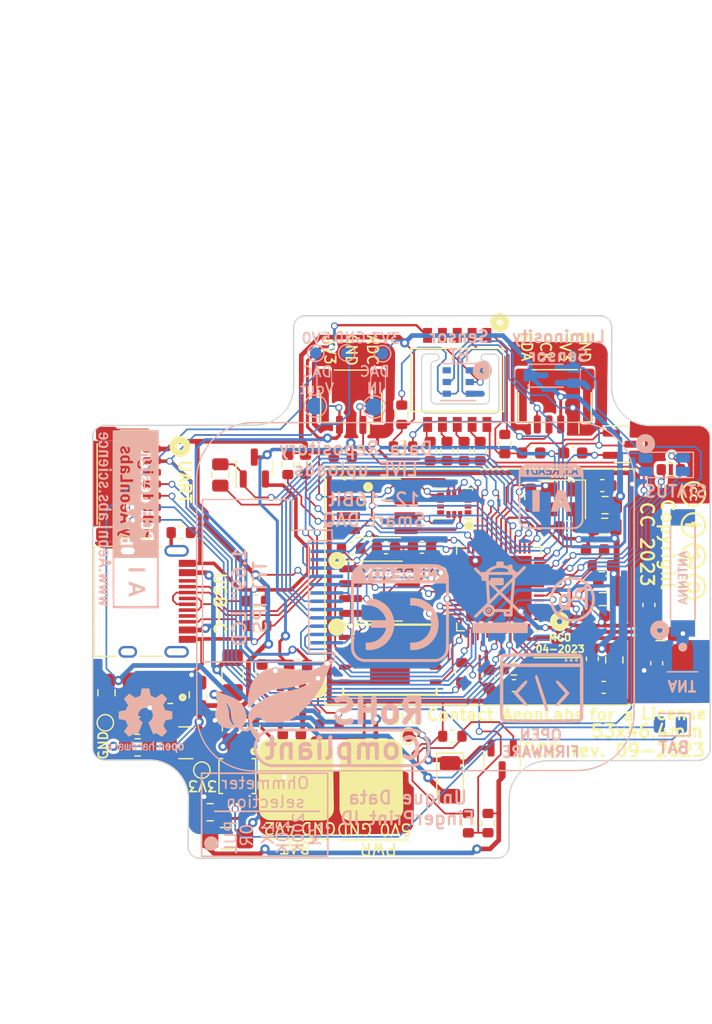
<source format=kicad_pcb>
(kicad_pcb (version 20221018) (generator pcbnew)
  (title_block (date "2021-12-28") (rev "5.3") (company "AeonLabs"))
  (layers (0 "F.Cu" signal) (31 "B.Cu" signal) (34 "B.Paste" user) (35 "F.Paste" user) (36 "B.SilkS" user "B.Silkscreen") (37 "F.SilkS" user "F.Silkscreen") (38 "B.Mask" user) (39 "F.Mask" user) (44 "Edge.Cuts" user))
  (net 0 "")
  (net 1 "GND")
  (net 2 "VOLTAGE_REF_IO07")
  (net 3 "Net-(U3-I_SET)")
  (net 4 "3V3")
  (net 5 "VDD_SPI")
  (net 6 "CHIP_EN")
  (net 7 "ESP_GPIO0_BOOT-DTR")
  (net 8 "GPIO8_I2C_SDA")
  (net 9 "USB_D-")
  (net 10 "SPIHD")
  (net 11 "SPIWP")
  (net 12 "SPICS0")
  (net 13 "SPICLK")
  (net 14 "SPIQ")
  (net 15 "SPID")
  (net 16 "USB_D+")
  (net 17 "Net-(ESP32S1-LNA_IN{slash}RF)")
  (net 18 "Net-(ESP32S1-GPIO16{slash}ADC2_CH5{slash}XTAL_32K_N)")
  (net 19 "Net-(ESP32S1-GPIO15{slash}ADC2_CH4{slash}XTAL_32K_P)")
  (net 20 "TXD0")
  (net 21 "RXD0")
  (net 22 "DAC_CALIBRATION")
  (net 23 "Net-(ESP32S1-XTAL_P)")
  (net 24 "Net-(ESP32S1-XTAL_N)")
  (net 25 "GPIO9_I2C_SCL")
  (net 26 "Net-(ESP32S1-U0TXD{slash}PROG{slash}GPIO43)")
  (net 27 "SPICS1")
  (net 28 "3V3_PLUG")
  (net 29 "Net-(HX1-C-)")
  (net 30 "VIN_BATF")
  (net 31 "VIN_BAT")
  (net 32 "STDBY_LED_G")
  (net 33 "CHRG_LED_R")
  (net 34 "VIN")
  (net 35 "USB_5V0")
  (net 36 "BAT_SENSE_IO21")
  (net 37 "Net-(HX1-C+)")
  (net 38 "Net-(J1-CC1)")
  (net 40 "Net-(J1-CC2)")
  (net 42 "Net-(LED1-RA)")
  (net 43 "unconnected-(U4-NC-Pad1)")
  (net 45 "ADC_IN_IO04")
  (net 46 "PLUG_PWR_3V3_EN_IO38")
  (net 47 "USB_5V0F")
  (net 50 "unconnected-(ESP32S1-MTCK{slash}JTAG{slash}GPIO39-Pad44)")
  (net 51 "unconnected-(ESP32S1-MTDO{slash}JTAG{slash}GPIO40-Pad45)")
  (net 52 "unconnected-(ESP32S1-MTDI{slash}JTAG{slash}GPIO41-Pad47)")
  (net 53 "unconnected-(ESP32S1-MTMS{slash}JTAG{slash}GPIO42-Pad48)")
  (net 54 "Net-(AUR1-FB)")
  (net 55 "Net-(AUR1-SW)")
  (net 56 "Net-(ESP32S1-VDD3P3-Pad2)")
  (net 57 "Net-(E_LNA_ANT2-SIG)")
  (net 58 "Net-(J1-SHIELD-PadS1)")
  (net 67 "Net-(DIPSW1-Pin_1)")
  (net 68 "Net-(DIPSW1-Pin_4)")
  (net 69 "Net-(DIPSW1-Pin_6)")
  (net 70 "Net-(DIPSW1-Pin_8)")
  (net 71 "Net-(DIPSW1-Pin_10)")
  (net 72 "TEMT6000_IO33")
  (net 74 "LED_G_IO02")
  (net 75 "LED_R_IO04")
  (net 76 "LED_B_IO05")
  (net 79 "LCD_LED_IO21")
  (net 80 "unconnected-(ESP32S1-GPIO36-Pad41)")
  (net 81 "LCD_DC_IO17")
  (net 82 "LCD_I2C_SDA_IO38")
  (net 83 "LCD_RST_IO37")
  (net 84 "unconnected-(ESP32S1-GPIO35-Pad40)")
  (net 85 "LCD_CS_IO13")
  (net 86 "LCD_I2C_SCL_IO12")
  (net 87 "GNDD")
  (net 88 "unconnected-(ESP32S1-GPIO11{slash}ADC2_CH0-Pad16)")
  (net 89 "PERIPHERALS_PWR_EN_IO10")
  (footprint "Package_TO_SOT_SMD:SOT-23" (layer "F.Cu") (at 226.11 108.7475 -90)
    (fp_text reference "DMP1045U_1" hide)
    (fp_text value "DMP1045U")
  )
  (footprint "Resistor_SMD:R_0603_1608Metric" (layer "F.Cu") (at 224.9 114.24 -90)
    (fp_text reference "BAT_SENSE_R2" hide)
    (fp_text value "100k")
  )
  (footprint "Resistor_SMD:R_0805_2012Metric_Pad1.20x1.40mm_HandSolder" (layer "F.Cu") (at 194.92 107.76)
    (fp_text reference "AUR_R1" hide)
    (fp_text value "75k")
  )
  (footprint "Capacitor_SMD:C_0805_2012Metric" (layer "F.Cu") (at 235.71 100.28 90)
    (fp_text reference "E_VDDA_C2" hide)
    (fp_text value "1uF 10% 50V")
  )
  (footprint "" (layer "F.Cu") (at 227.82 77.62 90)
    (fp_text reference "")
    (fp_text value "")
  )
  (footprint "Connector_JST:JST_SH_SM03B-SRSS-TB_1x03-1MP_P1.00mm_Horizontal" (layer "F.Cu") (at 208.52 110.62)
    (fp_text reference "ExtSWBAT_PLUG2" hide)
    (fp_text value "Conn_01x03_Female")
  )
  (footprint "Connector_JST:JST_SH_SM07B-SRSS-TB_1x07-1MP_P1.00mm_Horizontal" (layer "F.Cu") (at 194.135 85.24 -90)
    (fp_text reference "JICSP1" hide)
    (fp_text value "Conn_01x07_Socket" hide)
  )
  (footprint "Capacitor_SMD:C_0603_1608Metric" (layer "F.Cu") (at 205.56 101.45 -90)
    (fp_text reference "HX_C3" hide)
    (fp_text value "2.2uF")
  )
  (footprint "Resistor_SMD:R_0603_1608Metric" (layer "F.Cu") (at 221.85 106.81 180)
    (fp_text reference "DMP1045_R1" hide)
    (fp_text value "10K")
  )
  (footprint "Package_DFN_QFN:AUR9718 ST1S09 SON95P300X300X100-7N" (layer "F.Cu") (at 196.39 102.51 180)
    (fp_text reference "AUR1" hide)
    (fp_text value "AUR9718x_DFN_3x3mm_6_pin")
  )
  (footprint "Capacitor_SMD:C_0603_1608Metric" (layer "F.Cu") (at 234.8 102.63)
    (fp_text reference "E_XTAL40_C1" hide)
    (fp_text value "22pF 5% 50V")
  )
  (footprint "Capacitor_SMD:C_0603_1608Metric" (layer "F.Cu") (at 239.34 100.565 -90)
    (fp_text reference "E_LNA_C1" hide)
    (fp_text value "2.7pF")
  )
  (footprint "Package_DFN_QFN:QFN8 3.1x2.9mm QFNn-8 3x3 SON80P400X400X100-9N" (layer "F.Cu") (at 203.02 109.71 -90)
    (fp_text reference "U3" hide)
    (fp_text value "Battery_charger_CN3065_QFN8")
  )
  (footprint "Resistor_SMD:R_0603_1608Metric" (layer "F.Cu") (at 226.34 81.82 -90)
    (fp_text reference "DIP_R1" hide)
    (fp_text value "4k7")
  )
  (footprint "Capacitor_SMD:C_0603_1608Metric" (layer "F.Cu") (at 234.68 85.37)
    (fp_text reference "E_XTAL32_C2" hide)
    (fp_text value "22pF 5% 50V")
  )
  (footprint "Capacitor_SMD:C_0603_1608Metric" (layer "F.Cu") (at 212.47 82.86 180)
    (fp_text reference "ATSHA_C1" hide)
    (fp_text value "100nF")
  )
  (footprint "Resistor_SMD:R_0603_1608Metric" (layer "F.Cu") (at 223.22 114.25 90)
    (fp_text reference "BAT_SENSE_R1" hide)
    (fp_text value "100k")
  )
  (footprint "Capacitor_SMD:C_0603_1608Metric" (layer "F.Cu") (at 208.65 100.73 180)
    (fp_text reference "HX_C1" hide)
    (fp_text value "2.2uF")
  )
  (footprint "Package_TO_SOT_SMD:SOT-23" (layer "F.Cu") (at 204.9 83.87 90)
    (fp_text reference "MTRT1" hide)
    (fp_text value "NPN")
  )
  (footprint "Capacitor_SMD:C_0805_2012Metric_Pad1.18x1.45mm_HandSolder" (layer "F.Cu") (at 200.07 103.27 90)
    (fp_text reference "AUR_C1" hide)
    (fp_text value "22uF")
  )
  (footprint "Capacitor_SMD:C_0603_1608Metric" (layer "F.Cu") (at 232.185 82.58)
    (fp_text reference "VOLTAGE_REF_C2" hide)
    (fp_text value "100nF")
  )
  (footprint "TestPoint:TestPoint_Pad_D1.0mm" (layer "F.Cu") (at 192.15 105.66)
    (fp_text reference "TP3" hide)
    (fp_text value "GND" hide)
  )
  (footprint "Capacitor_SMD:C_0603_1608Metric" (layer "F.Cu") (at 228.56 86.42 -90)
    (fp_text reference "E_XTAL32_C1" hide)
    (fp_text value "22pF 5% 50V")
  )
  (footprint "Capacitor_SMD:C_0603_1608Metric" (layer "F.Cu") (at 238.67 95.58 90)
    (fp_text reference "E_LNA_C2" hide)
    (fp_text value "2.7pF")
  )
  (footprint "Capacitor_SMD:C_0603_1608Metric" (layer "F.Cu") (at 233.83 100.18 90)
    (fp_text reference "E_VDDA_C1" hide)
    (fp_text value "100nF")
  )
  (footprint "AeonLabs:aeon creative commons logos" (layer "F.Cu") (at 242.53 90.05 -90)
    (fp_text reference "G***" hide)
    (fp_text value "LOGO" hide)
  )
  (footprint "" (layer "F.Cu") (at 206.2 111.13)
    (fp_text reference "")
    (fp_text value "")
  )
  (footprint "Resistor_SMD:R_0603_1608Metric" (layer "F.Cu") (at 198.61 89.39)
    (fp_text reference "USB_PLYG_R2" hide)
    (fp_text value "150K")
  )
  (footprint "Inductor_SMD:L_1210_3225Metric" (layer "F.Cu") (at 199.04 107.37 180)
    (fp_text reference "AUR_l1" hide)
    (fp_text value "3.3uF")
  )
  (footprint "Sensor_Motion:LSM6DS3 Motion Sensor PQFN50P300X250X86-14N" (layer "F.Cu") (at 222.015 86.91 180)
    (fp_text reference "IMU1" hide)
    (fp_text value "LSM6DS3")
  )
  (footprint "AeonLabs_Shields:ESP32-S3 GND Shield" (layer "F.Cu") (at 224.56 93.6 180)
    (fp_text reference "ESP32_SHIELD1" hide)
    (fp_text value "RFShield_OnePiece")
  )
  (footprint "Package_DFN_QFN:QFN-56-1EP_7x7mm_P0.4mm_EP5.6x5.6mm" (layer "F.Cu") (at 225.83 94.18 180)
    (fp_text reference "ESP32S1" hide)
    (fp_text value "ESP32-S3")
  )
  (footprint "" (layer "F.Cu") (at 213 111.09)
    (fp_text reference "")
    (fp_text value "")
  )
  (footprint "Capacitor_SMD:C_0805_2012Metric" (layer "F.Cu") (at 202.9 106.1 -90)
    (fp_text reference "CN3965_C1" hide)
    (fp_text value "22uF")
  )
  (footprint "" (layer "F.Cu") (at 210.76 111.15 90)
    (fp_text reference "")
    (fp_text value "")
  )
  (footprint "Capacitor_SMD:C_0603_1608Metric" (layer "F.Cu") (at 234.065 90.86)
    (fp_text reference "E_RTS_C1" hide)
    (fp_text value "100nF")
  )
  (footprint "Package_TO_SOT_SMD:SOT-23" (layer "F.Cu") (at 236.3875 81.83)
    (fp_text reference "U1" hide)
    (fp_text value "MCP1525-TT" hide)
  )
  (footprint "Resistor_SMD:R_0603_1608Metric" (layer "F.Cu") (at 205.14 97.35)
    (fp_text reference "USB_PLUG_R1" hide)
    (fp_text value "5k1")
  )
  (footprint "Capacitor_SMD:C_0603_1608Metric" (layer "F.Cu") (at 234.09 96.51)
    (fp_text reference "E_VDD_3_C4" hide)
    (fp_text value "100nF 10% 16V")
  )
  (footprint "Capacitor_SMD:C_0805_2012Metric" (layer "F.Cu") (at 234.88 88.9 180)
    (fp_text reference "E_VDD_3_C2" hide)
    (fp_text value "10uF 20% 6.3V")
  )
  (footprint "Capacitor_SMD:C_0603_1608Metric" (layer "F.Cu") (at 224.99 101.91 -90)
    (fp_text reference "E_VDD_CPU_C1" hide)
    (fp_text value "100nF 10% 16V")
  )
  (footprint "Resistor_SMD:R_0603_1608Metric" (layer "F.Cu") (at 217.63 82.05)
    (fp_text reference "I2C_SCL_R1" hide)
    (fp_text value "10k")
  )
  (footprint "Fuse:Fuse_1206_3216Metric_Pad1.42x1.75mm_HandSolder" (layer "F.Cu") (at 203.04 101.58 90)
    (fp_text reference "PWR_FUSE1" hide)
    (fp_text value "Polyfuse")
  )
  (footprint "Package_SO:SOIC-8_3.9x4.9mm_P1.27mm" (layer "F.Cu") (at 215.615 94.395)
    (fp_text reference "EPS1" hide)
    (fp_text value "ESP32-PSRAM_LY68L6400S")
  )
  (footprint "Resistor_SMD:R_0603_1608Metric" (layer "F.Cu") (at 227.12 101.05)
    (fp_text reference "E_DTR_R1" hide)
    (fp_text value "10k")
  )
  (footprint "Crystal:Crystal_SMD_3225-4Pin_3.2x2.5mm" (layer "F.Cu") (at 230.83 101.74 180)
    (fp_text reference "E_XTAL40_1" hide)
    (fp_text value "40Mhz 22pF+-10PPM")
  )
  (footprint "Diode_SMD:D_1206_3216Metric" (layer "F.Cu") (at 221.65 110.535 -90)
    (fp_text reference "DMP1045_SCHOT1" hide)
    (fp_text value "D_Schottky")
  )
  (footprint "Crystal:Crystal_SMD_3225-4Pin_3.2x2.5mm" (layer "F.Cu") (at 231.24 86.55 180)
    (fp_text reference "E_XTAL32_1" hide)
    (fp_text value "32.768Mhz 22pF+-10PPM")
  )
  (footprint "Inductor_SMD:L_0805_2012Metric" (layer "F.Cu") (at 234.82 95.08 180)
    (fp_text reference "E_VDD_L1" hide)
    (fp_text value "12nH 5%")
  )
  (footprint "Capacitor_SMD:C_0603_1608Metric" (layer "F.Cu") (at 208.11 106.64 180)
    (fp_text reference "HX_C2" hide)
    (fp_text value "2.2uF")
  )
  (footprint "Resistor_SMD:R_0603_1608Metric" (layer "F.Cu") (at 211.32 105.84)
    (fp_text reference "TMPR1" hide)
    (fp_text value "10K")
  )
  (footprint "Resistor_SMD:R_0603_1608Metric" (layer "F.Cu") (at 207.77 83.6 -90)
    (fp_text reference "IMR1" hide)
    (fp_text value "10K")
  )
  (footprint "Resistor_SMD:R_0603_1608Metric" (layer "F.Cu") (at 217.52 79.31 -90)
    (fp_text reference "I2C_SDA_R1" hide)
    (fp_text value "10k")
  )
  (footprint "Capacitor_SMD:C_0805_2012Metric_Pad1.18x1.45mm_HandSolder" (layer "F.Cu") (at 192.25 103.09 -90)
    (fp_text reference "AUR_C2" hide)
    (fp_text value "4.7uF")
  )
  (footprint "Capacitor_SMD:C_0603_1608Metric" (layer "F.Cu") (at 216.17 90.69 180)
    (fp_text reference "E_SPI_C1" hide)
    (fp_text value "1uF 10% 50V")
  )
  (footprint "" (layer "F.Cu") (at 210.88 77.65 90)
    (fp_text reference "")
    (fp_text value "")
  )
  (footprint "Connector_JST:JST_SH_SM04B-SRSS-TB_1x04-1MP_P1.00mm_Horizontal" (layer "F.Cu") (at 230.62 78.14 180)
    (fp_text reference "I2C_PLUG1" hide)
    (fp_text value "I2C6")
  )
  (footprint "Resistor_SMD:R_0603_1608Metric" (layer "F.Cu") (at 234.64 92.21 180)
    (fp_text reference "E_RTS_R1" hide)
    (fp_text value "10k")
  )
  (footprint "Capacitor_SMD:C_0805_2012Metric" (layer "F.Cu") (at 201.12 113.31)
    (fp_text reference "CN3065_C2" hide)
    (fp_text value "4.7uF")
  )
  (footprint "Resistor_SMD:R_0603_1608Metric" (layer "F.Cu") (at 213.18 90.73)
    (fp_text reference "PSRAM_R1" hide)
    (fp_text value "100K")
  )
  (footprint "Resistor_SMD:R_0603_1608Metric" (layer "F.Cu") (at 221.39 82.41 90)
    (fp_text reference "DIP_R4" hide)
    (fp_text value "200k")
  )
  (footprint "Connector_USB:USB_C_Receptacle_HRO_TYPE-C-31-M-12" (layer "F.Cu") (at 195.12 95.27 -90)
    (fp_text reference "J1" hide)
    (fp_text value "TYPE-C-31-M-12" hide)
  )
  (footprint "Connector_JST:JST_SH_SM03B-SRSS-TB_1x03-1MP_P1.00mm_Horizontal" (layer "F.Cu") (at 213.19 78.175 180)
    (fp_text reference "ExtSW1" hide)
    (fp_text value "Conn_01x03_Female")
  )
  (footprint "Resistor_SMD:R_0603_1608Metric" (layer "F.Cu") (at 205.04 95.25)
    (fp_text reference "USB_PLUG_R3" hide)
    (fp_text value "5k1")
  )
  (footprint "Resistor_SMD:R_0603_1608Metric" (layer "F.Cu") (at 219.95 82.42 90)
    (fp_text reference "DIP_R5" hide)
    (fp_text value "2M")
  )
  (footprint "Capacitor_SMD:C_0603_1608Metric" (layer "F.Cu") (at 227.12 102.48 180)
    (fp_text reference "E_XTAL40_C2" hide)
    (fp_text value "22pF 5% 50V")
  )
  (footprint "Resistor_SMD:R_0603_1608Metric" (layer "F.Cu") (at 240.55 84)
    (fp_text reference "LR1" hide)
    (fp_text value "330R")
  )
  (footprint "Resistor_SMD:R_0805_2012Metric" (layer "F.Cu") (at 201.99 84.46 90)
    (fp_text reference "MTRR1" hide)
    (fp_text value "10k")
  )
  (footprint "Connector:Dip Switch 5pin 1mm SW_DS05-127-2-06BK-SMT-TR" (layer "F.Cu") (at 221.635 76.33 -90)
    (fp_text reference "DIPSW1" hide)
    (fp_text value "Conn_02x05_Odd_Even")
  )
  (footprint "Capacitor_SMD:C_0805_2012Metric" (layer "F.Cu") (at 234.92 87.04 180)
    (fp_text reference "E_VDD_3_C1" hide)
    (fp_text value "10uF 20% 6.3V")
  )
  (footprint "Capacitor_SMD:C_0603_1608Metric" (layer "F.Cu") (at 231.79 88.89)
    (fp_text reference "E_VDD_RTC_C1" hide)
    (fp_text value "100nF 10% 16V")
  )
  (footprint "TestPoint:TestPoint_Pad_D1.0mm" (layer "F.Cu") (at 218.09 106.8)
    (fp_text reference "TP1" hide)
    (fp_text value "VIN" hide)
  )
  (footprint "Resistor_SMD:R_0603_1608Metric" (layer "F.Cu") (at 222.65 101.34 90)
    (fp_text reference "E_UART_TX_1" hide)
    (fp_text value "499R")
  )
  (footprint "Capacitor_SMD:C_0603_1608Metric" (layer "F.Cu") (at 228.595 82.58 180)
    (fp_text reference "VOLTAGE_REF_C1" hide)
    (fp_text value "100nF")
  )
  (footprint "Inductor_SMD:L_0805_2012Metric" (layer "F.Cu") (at 239.67 98.07 180)
    (fp_text reference "E_LNA_l1" hide)
    (fp_text value "1.8nH 5%")
  )
  (footprint "" (layer "F.Cu") (at 193.61 80.9)
    (fp_text reference "")
    (fp_text value "")
  )
  (footprint "Resistor_SMD:R_0805_2012Metric_Pad1.20x1.40mm_HandSolder" (layer "F.Cu") (at 194.87 105.91 180)
    (fp_text reference "AUR_R2" hide)
    (fp_text value "24k")
  )
  (footprint "Resistor_SMD:R_0603_1608Metric" (layer "F.Cu") (at 222.85 82.42 90)
    (fp_text reference "DIP_R3" hide)
    (fp_text value "20k")
  )
  (footprint "TestPoint:TestPoint_Pad_D1.0mm" (layer "F.Cu") (at 200.41 109.71)
    (fp_text reference "TP2" hide)
    (fp_text value "VOut" hide)
  )
  (footprint "Capacitor_SMD:C_0603_1608Metric" (layer "F.Cu") (at 235.12 93.61 180)
    (fp_text reference "E_VDD_3_C3" hide)
    (fp_text value "100nF 10% 16V")
  )
  (footprint "" (layer "F.Cu") (at 233.43 77.63 90)
    (fp_text reference "")
    (fp_text value "")
  )
  (footprint "AeonLabs Storage:WSON8 FLASH SPI SON127P800X600X80-9N" (layer "F.Cu") (at 216.505 100.265)
    (fp_text reference "ESP_FLASH1" hide)
    (fp_text value "W25Q128JVS")
  )
  (footprint "Resistor_SMD:R_0603_1608Metric" (layer "F.Cu") (at 224.23 82.42 90)
    (fp_text reference "DIP_R2" hide)
    (fp_text value "1k")
  )
  (footprint "Resistor_SMD:R_0603_1608Metric" (layer "F.Cu") (at 204.85 106.11 -90)
    (fp_text reference "CN3065_R1" hide)
    (fp_text value "1K8")
  )
  (footprint "Resistor_SMD:R_0603_1608Metric" (layer "F.Cu") (at 209.28 83.59 -90)
    (fp_text reference "IMR2" hide)
    (fp_text value "10K")
  )
  (footprint "" (layer "F.Cu") (at 216.64 111.08)
    (fp_text reference "")
    (fp_text value "")
  )
  (footprint "Fuse:Fuse_1206_3216Metric_Pad1.42x1.75mm_HandSolder" (layer "F.Cu") (at 202.6 115.53)
    (fp_text reference "BAT_FUSE1" hide)
    (fp_text value "Polyfuse")
  )
  (footprint "Capacitor_SMD:C_0603_1608Metric" (layer "F.Cu") (at 219.25 90.64)
    (fp_text reference "E_SPI_C2" hide)
    (fp_text value "100nF 10% 16V")
  )
  (footprint "Package_SO:ATSHA204A Auth SOIC8" (layer "F.Cu") (at 215.42 87.315)
    (fp_text reference "U2" hide)
    (fp_text value "ATSHA204A-MAHDA-T")
  )
  (footprint "Package_SO:HX4002 SOT95 P280X125-6N" (layer "F.Cu") (at 208.08 103.61 -90)
    (fp_text reference "HX1" hide)
    (fp_text value "HX4002" hide)
  )
  (footprint "" (layer "F.Cu") (at 215.49 77.66 90)
    (fp_text reference "")
    (fp_text value "")
  )
  (footprint "AeonLabs Enclosure Boxes:ABB JB6 IP65 57x64mm" (layer "F.Cu") (at 220.75 93.78)
    (fp_text reference "REF**" hide)
    (fp_text value "ABB JB6 IP65 57x64mm")
    (fp_line (start -29.68 14.045484) (end -29.684389 -12.595279) (stroke (width 0.12)) (layer "Edge.Cuts"))
    (fp_line (start -28.718904 15.072335) (end -24.798393 15.067665) (stroke (width 0.12)) (layer "Edge.Cuts"))
    (fp_line (start -28.657538 -13.556375) (end -15.822462 -13.583625) (stroke (width 0.12)) (layer "Edge.Cuts"))
    (fp_line (start -21.517584 22.447976) (end -21.488551 18.410009) (stroke (width 0.12)) (layer "Edge.Cuts"))
    (fp_line (start -20.556488 23.474827) (end 4.927339 23.448648) (stroke (width 0.12)) (layer "Edge.Cuts"))
    (fp_line (start -12.483764 -21.975849) (end -12.480118 -16.893467) (stroke (width 0.12)) (layer "Edge.Cuts"))
    (fp_line (start -11.456913 -22.936945) (end 13.776912 -22.943054) (stroke (width 0.12)) (layer "Edge.Cuts"))
    (fp_line (start 5.95419 22.487552) (end 5.96258 18.437092) (stroke (width 0.12)) (layer "Edge.Cuts"))
    (fp_line (start 14.738008 -21.916203) (end 14.727203 -16.893806) (stroke (width 0.12)) (layer "Edge.Cuts"))
    (fp_line (start 18.037045 -13.551462) (end 22.204116 -13.548538) (stroke (width 0.12)) (layer "Edge.Cuts"))
    (fp_line (start 22.14 15.1) (end 9.304924 15.12725) (stroke (width 0.12)) (layer "Edge.Cuts"))
    (fp_line (start 23.165212 -12.521687) (end 23.166851 14.138904) (stroke (width 0.12)) (layer "Edge.Cuts"))
    (fp_arc (start -29.684389 -12.595279) (mid -29.365412 -13.283579) (end -28.657538 -13.556375) (stroke (width 0.12)) (layer "Edge.Cuts"))
    (fp_arc (start -28.718904 15.072335) (mid -29.407203 14.753357) (end -29.68 14.045484) (stroke (width 0.12)) (layer "Edge.Cuts"))
    (fp_arc (start -24.798393 15.067665) (mid -22.446462 16.048605) (end -21.488551 18.410009) (stroke (width 0.12)) (layer "Edge.Cuts"))
    (fp_arc (start -20.556488 23.474827) (mid -21.244789 23.155851) (end -21.517584 22.447976) (stroke (width 0.12)) (layer "Edge.Cuts"))
    (fp_arc (start -12.483764 -21.975849) (mid -12.164792 -22.664154) (end -11.456913 -22.936945) (stroke (width 0.12)) (layer "Edge.Cuts"))
    (fp_arc (start -12.480118 -16.893467) (mid -13.461062 -14.54154) (end -15.822462 -13.583625) (stroke (width 0.12)) (layer "Edge.Cuts"))
    (fp_arc (start 5.95419 22.487552) (mid 5.635223 23.175861) (end 4.927339 23.448648) (stroke (width 0.12)) (layer "Edge.Cuts"))
    (fp_arc (start 5.96258 18.437092) (mid 6.943525 16.085166) (end 9.304924 15.12725) (stroke (width 0.12)) (layer "Edge.Cuts"))
    (fp_arc (start 13.776912 -22.943054) (mid 14.465188 -22.62407) (end 14.738008 -21.916203) (stroke (width 0.12)) (layer "Edge.Cuts"))
    (fp_arc (start 18.037045 -13.551462) (mid 15.685136 -14.532419) (end 14.727203 -16.893806) (stroke (width 0.12)) (layer "Edge.Cuts"))
    (fp_arc (start 22.204116 -13.548538) (mid 22.892343 -13.229481) (end 23.165212 -12.521687) (stroke (width 0.12)) (layer "Edge.Cuts"))
    (fp_arc (start 23.166851 14.138904) (mid 22.847862 14.827192) (end 22.14 15.1) (stroke (width 0.12)) (layer "Edge.Cuts"))
  )
  (footprint "Connector_JST:JST_SH_SM02B-SRSS-TB_1x02-1MP_P1.00mm_Horizontal" (layer "F.Cu") (at 214.83 110.565)
    (fp_text reference "PWR_PLUG1" hide)
    (fp_text value "Screw_Terminal_01x02")
  )
  (footprint "" (layer "B.Cu") (at 193.62 89.5 180)
    (fp_text reference "")
    (fp_text value "")
  )
  (footprint "RF_Antenna:RF Antenna IPEX SMD PCB HRS_U.FL-R-SMT(01)" (layer "B.Cu") (at 241.55 100)
    (fp_text reference "E_LNA_ANT2" hide)
    (fp_text value "U.FL-R-SMT(01)" hide)
  )
  (footprint "AeonLabs Logosy:AI ready" (layer "B.Cu") (at 230.29 86.31 180)
    (fp_text reference "G***" hide)
    (fp_text value "LOGO" hide)
  )
  (footprint "OLIMEX_LOGOs-FP:LOGO_RECYCLEBIN_1" (layer "B.Cu") (at 228.2725 97.963 180)
    (fp_text reference "Sign-RecycleBin" hide)
    (fp_text value "" hide)
  )
  (footprint "RF_Antenna:2.4ghZ WIFI ANTENNA AN9520_ANT2-SMD-9.5X2.1X1.0MM" (layer "B.Cu") (at 241.57 92.84 90)
    (property "VALUE" "AN9520")
    (fp_text reference "E_LNA_ANT1" hide)
    (fp_text value "SMD-BUILT-IN-ANTENNA-2.4GHZ(2P-9.5X2.1MM)" hide)
  )
  (footprint "TestPoint:TestPoint_Pad_D1.0mm" (layer "B.Cu") (at 215.88 74.09 180)
    (fp_text reference "TP2" hide)
    (fp_text value "VOut" hide)
  )
  (footprint "TestPoint:TestPoint_Pad_D1.5mm" (layer "B.Cu") (at 210.13 78.57 180)
    (fp_text reference "REF**" hide)
    (fp_text value "TestPoint_Pad_D1.5mm" hide)
  )
  (footprint "Sensor:TEMT6000-SEN" (layer "B.Cu") (at 230.35 75.96 180)
    (fp_text reference "U6" hide)
    (fp_text value "TEMT6000" hide)
  )
  (footprint "Sensor_Humidity:AHT20 HT Sensor PSON100P300X300X110-6N" (layer "B.Cu") (at 222.355 76.51 180)
    (fp_text reference "U4" hide)
    (fp_text value "AHT20" hide)
  )
  (footprint "LED_SMD:LED_1206_3210_RGB_Metric" (layer "B.Cu") (at 240.21 83.64 180)
    (fp_text reference "LED1" hide)
    (fp_text value "LED_GBRC" hide)
  )
  (footprint "OLIMEX_LOGOs-FP:LOGO_ROHS_1" (layer "B.Cu") (at 218.82 108.69 180)
    (fp_text reference "Sign-RoHS" hide)
    (fp_text value "" hide)
  )
  (footprint "AeonLabs Logos:aeonlabs science" (layer "B.Cu") (at 194.1 88.25 90)
    (fp_text reference "G***" hide)
    (fp_text value "LOGO" hide)
  )
  (footprint "AeonLabs Logosy:CE Ready Small Logo" (layer "B.Cu") (at 217.37 96.27 180)
    (fp_text reference "G***" hide)
    (fp_text value "LOGO" hide)
  )
  (footprint "TestPoint:TestPoint_Pad_D1.0mm" (layer "B.Cu") (at 212.81 74.02 180)
    (fp_text reference "TP3" hide)
    (fp_text value "GND" hide)
  )
  (footprint "Symbol:OSHW-Logo2_7.3x6mm_SilkScreen" (layer "B.Cu") (at 195.59 105.48 180)
    (fp_text reference "REF**" hide)
    (fp_text value "OSHW-Logo2_7.3x6mm_SilkScreen" hide)
  )
  (footprint "AeonLabs LCDs:1,69 inch LCD IPS TFT" (layer "B.Cu") (at 222.508795 95.553857 90)
    (fp_text reference "LCD1" hide)
    (fp_text value "Conn_01x12_Male" hide)
  )
  (footprint "LED_SMD:LED_0805_2012Metric" (layer "B.Cu") (at 240.51 105.82 180)
    (fp_text reference "CN3065_STDBY_LED1" hide)
    (fp_text value "LED" hide)
  )
  (footprint "OLIMEX_LOGOs-FP:LOGO_PBFREE" (layer "B.Cu") (at 232.33 94.78)
    (fp_text reference "Sign-PbFree" hide)
    (fp_text value "")
  )
  (footprint "AeonLabs Logos:open_firmware" (layer "B.Cu") (at 229.64 103.64 180)
    (fp_text reference "G***" hide)
    (fp_text value "LOGO" hide)
  )
  (footprint "TestPoint:TestPoint_Pad_D1.5mm" (layer "B.Cu") (at 215.17 78.64 180)
    (fp_text reference "REF**" hide)
    (fp_text value "TestPoint_Pad_D1.5mm" hide)
  )
  (footprint "TestPoint:TestPoint_Pad_D1.0mm" (layer "B.Cu") (at 210.16 74.04 180)
    (fp_text reference "TP1" hide)
    (fp_text value "VIN" hide)
  )
  (gr_line (start 201.52 113.23) (end 210.47 113.23) (stroke (width 0.15)) (layer "B.SilkS"))
  (gr_circle (center 201.21 115.98) (end 201.232709 115.67) (stroke (width 0.6)) (fill none) (layer "B.SilkS"))
  (gr_circle (center 239.6 97.74) (end 239.821547 97.76) (stroke (width 0.6)) (fill none) (layer "B.SilkS"))
  (gr_circle (center 224.42 75.532447) (end 224.641547 75.552447) (stroke (width 0.6)) (fill none) (layer "B.SilkS"))
  (gr_circle (center 238.37 81.787553) (end 238.591547 81.807553) (stroke (width 0.6)) (fill none) (layer "B.SilkS"))
  (gr_rect (start 200.39 109.975) (end 211.18 117.085) (stroke (width 0.15)) (fill none) (layer "B.SilkS"))
  (gr_circle (center 231.02 96.99) (end 230.798453 97.01) (stroke (width 0.6)) (fill none) (layer "F.SilkS"))
  (gr_circle (center 225.91 71.42) (end 225.688453 71.44) (stroke (width 0.6)) (fill none) (layer "F.SilkS"))
  (gr_circle (center 223.272448 88.78) (end 223.494896 88.78) (stroke (width 0.4)) (fill none) (layer "F.SilkS"))
  (gr_circle (center 210.31 102.7) (end 210.088453 102.72) (stroke (width 0.6)) (fill none) (layer "F.SilkS"))
  (gr_line (start 212.39 115.71) (end 218.13 115.71) (stroke (width 0.15)) (layer "F.SilkS"))
  (gr_circle (center 211.982685 91.78) (end 211.842685 91.807553) (stroke (width 0.6)) (fill none) (layer "F.SilkS"))
  (gr_circle (center 204.88 108.1) (end 205.07 108.12) (stroke (width 0.28)) (fill none) (layer "F.SilkS"))
  (gr_line (start 205.59 115.62) (end 211.33 115.62) (stroke (width 0.15)) (layer "F.SilkS"))
  (gr_circle (center 211.962685 97.48) (end 211.822685 97.507553) (stroke (width 0.6)) (fill none) (layer "F.SilkS"))
  (gr_circle (center 214.64 85.487552) (end 214.862448 85.487552) (stroke (width 0.4)) (fill none) (layer "F.SilkS"))
  (gr_circle (center 198.762353 103.49) (end 198.742353 103.68) (stroke (width 0.28)) (fill none) (layer "F.SilkS"))
  (gr_circle (center 198.541547 82.02) (end 198.251547 82.05) (stroke (width 0.6)) (fill none) (layer "F.SilkS"))
  (gr_line (start 220.018699 75.114445) (end 220.018212 77.974445) (stroke (width 0.1)) (layer "Edge.Cuts"))
  (gr_line (start 224.604757 78.390487) (end 220.448699 78.384444) (stroke (width 0.1)) (layer "Edge.Cuts"))
  (gr_arc (start 224.594756 74.69) (mid 224.897863 74.802745) (end 225.025243 75.099999) (stroke (width 0.1)) (layer "Edge.Cuts"))
  (gr_arc (start 225.384999 74.120332) (mid 225.688014 74.233174) (end 225.815486 74.530331) (stroke (width 0.1)) (layer "Edge.Cuts"))
  (gr_arc (start 225.834356 78.772673) (mid 225.721621 79.07579) (end 225.424357 79.20316) (stroke (width 0.1)) (layer "Edge.Cuts"))
  (gr_line (start 225.025243 75.099999) (end 225.014756 77.96) (stroke (width 0.1)) (layer "Edge.Cuts"))
  (gr_arc (start 220.018181 75.114445) (mid 220.13094 74.811351) (end 220.42818 74.683958) (stroke (width 0.1)) (layer "Edge.Cuts"))
  (gr_line (start 219.628182 74.11013) (end 220.42818 74.109687) (stroke (width 0.1)) (layer "Edge.Cuts"))
  (gr_arc (start 224.594756 74.69) (mid 224.3076 74.402864) (end 224.594756 74.115729) (stroke (width 0.1)) (layer "Edge.Cuts"))
  (gr_line (start 225.384999 74.120332) (end 224.594756 74.115729) (stroke (width 0.1)) (layer "Edge.Cuts"))
  (gr_line (start 219.655349 79.185476) (end 225.424357 79.20316) (stroke (width 0.1)) (layer "Edge.Cuts"))
  (gr_line (start 219.218701 74.540617) (end 219.224862 78.775477) (stroke (width 0.1)) (layer "Edge.Cuts"))
  (gr_arc (start 220.42818 74.109687) (mid 220.715313 74.396822) (end 220.42818 74.683958) (stroke (width 0.1)) (layer "Edge.Cuts"))
  (gr_line (start 225.834356 78.772673) (end 225.815486 74.530331) (stroke (width 0.1)) (layer "Edge.Cuts"))
  (gr_arc (start 219.218183 74.540617) (mid 219.33087 74.237454) (end 219.628182 74.11013) (stroke (width 0.1)) (layer "Edge.Cuts"))
  (gr_arc (start 220.448699 78.384444) (mid 220.145565 78.271727) (end 220.018212 77.974445) (stroke (width 0.1)) (layer "Edge.Cuts"))
  (gr_arc (start 219.655349 79.185476) (mid 219.35217 79.072806) (end 219.224862 78.775477) (stroke (width 0.1)) (layer "Edge.Cuts"))
  (gr_arc (start 225.014756 77.96) (mid 224.90204 78.263135) (end 224.604757 78.390487) (stroke (width 0.1)) (layer "Edge.Cuts"))
  (gr_text "BAT" (at 240.81 107.79) (layer "B.SilkS") (effects (font (size 1 1) (thickness 0.2)) (justify mirror)))
  (gr_text "5V0\n" (at 210.19 72.77) (layer "B.SilkS") (effects (font (size 0.9 0.9)) (justify mirror)))
  (gr_text "1K" (at 206.06 115.15 90) (layer "B.SilkS") (effects (font (size 1 1)) (justify mirror)))
  (gr_text "2M" (at 210.12 115.16 90) (layer "B.SilkS") (effects (font (size 1 1)) (justify mirror)))
  (gr_text "Unique Data\nFingerPrint ID" (at 218.02 112.95) (layer "B.SilkS") (effects (font (size 1.1 1.1) (thickness 0.2)) (justify mirror)))
  (gr_text "ANTENNA" (at 241.59 93.26 90) (layer "B.SilkS") (effects (font (size 0.7 0.7)) (justify mirror)))
  (gr_text "1.69{dblquote} LCD\nTFT IPS" (at 204.51 94.92 90) (layer "B.SilkS") (effects (font (size 1.1 1.1) (thickness 0.2)) (justify mirror)))
  (gr_text "GND" (at 213.07 72.73) (layer "B.SilkS") (effects (font (size 0.9 0.9)) (justify mirror)))
  (gr_text "3V3" (at 216.13 72.78) (layer "B.SilkS") (effects (font (size 0.9 0.9)) (justify mirror)))
  (gr_text "DAC\nVout" (at 210.26 76.36) (layer "B.SilkS") (effects (font (size 0.9 0.9)) (justify mirror)))
  (gr_text "0R" (at 204.25 115.27 90) (layer "B.SilkS") (effects (font (size 1 1)) (justify mirror)))
  (gr_text "ANT" (at 241.5 102.49 180) (layer "B.SilkS") (effects (font (size 0.9 0.9) (thickness 0.2)) (justify mirror)))
  (gr_text "12-16Bit\nSmart DAQ" (at 215.15 87.44) (layer "B.SilkS") (effects (font (size 1.1 1.1) (thickness 0.2)) (justify mirror)))
  (gr_text "Luminosity\nSensor" (at 230.95 73.44) (layer "B.SilkS") (effects (font (size 1 1) (thickness 0.2)) (justify mirror)))
  (gr_text "STATUS" (at 240.98 85.87) (layer "B.SilkS") (effects (font (size 1 1) (thickness 0.2)) (justify mirror)))
  (gr_text "20K" (at 207.34 115.45 90) (layer "B.SilkS") (effects (font (size 1 1)) (justify mirror)))
  (gr_text "200K" (at 208.66 115.1 90) (layer "B.SilkS") (effects (font (size 0.9 0.9)) (justify mirror)))
  (gr_text "Sensor\nHT" (at 222.43 73.44) (layer "B.SilkS") (effects (font (size 1 1) (thickness 0.2)) (justify mirror)))
  (gr_text "DAC\nIN" (at 215.2 76.33) (layer "B.SilkS") (effects (font (size 0.9 0.9)) (justify mirror)))
  (gr_text "OPEN\nFIRMWARE" (at 229.41 107.43) (layer "B.SilkS") (effects (font (size 0.9 0.9) (thickness 0.2)) (justify mirror)))
  (gr_text "Data Repository\nLIVE uploads" (at 213.59 83.09) (layer "B.SilkS") (effects (font (size 1.1 1.1) (thickness 0.2)) (justify mirror)))
  (gr_text "Ohmmeter\nselection" (at 205.84 111.62) (layer "B.SilkS") (effects (font (size 1 1)) (justify mirror)))
  (gr_text "PUL" (at 202.89 115.44 90) (layer "B.SilkS") (effects (font (size 1 1)) (justify mirror)))
  (gr_text "GND" (at 191.97 107.58 90) (layer "F.SilkS") (effects (font (size 0.8 0.8))))
  (gr_text "3V3" (at 200.46 111.05 180) (layer "F.SilkS") (effects (font (size 0.9 0.9))))
  (gr_text "3V3" (at 211.37 73.78 -90) (layer "F.SilkS") (effects (font (size 0.9 0.9))))
  (gr_text "GND" (at 213.49 114.75 180) (layer "F.SilkS") (effects (font (size 1 1))))
  (gr_text "MCU\n04-2023" (at 231.07 98.87) (layer "F.SilkS") (effects (font (size 0.6 0.6) (thickness 0.15) bold)))
  (gr_text "PCB rev. 09-2023" (at 235.66 108.02) (layer "F.SilkS") (effects (font (size 1.1 1.1) (thickness 0.2))))
  (gr_text "BAT" (at 208.39 116.32 180) (layer "F.SilkS") (effects (font (size 1 1))))
  (gr_text "Copyright\nCC 2023" (at 239.391469 90.3798 -90) (layer "F.SilkS") (effects (font (size 1.1 1.1) (thickness 0.2))))
  (gr_text "for a\n" (at 233.47 104.98) (layer "F.SilkS") (effects (font (size 1 1) (thickness 0.2)) (justify left)))
  (gr_text "SCK" (at 229.83 73.52 270) (layer "F.SilkS") (effects (font (size 0.9 0.9))))
  (gr_text "Contact AeonLabs" (at 219.53 104.97) (layer "F.SilkS") (effects (font (size 1 1) (thickness 0.2)) (justify left)))
  (gr_text "PWR" (at 215.53 116.45 180) (layer "F.SilkS") (effects (font (size 1 1))))
  (gr_text "3V3" (at 231.5 73.54 -90) (layer "F.SilkS") (effects (font (size 0.9 0.9))))
  (gr_text "53x46.4mm" (at 238.51 106.39) (layer "F.SilkS") (effects (font (size 1.1 1.1) (thickness 0.2))))
  (gr_text "ADC" (at 215.01 73.78 270) (layer "F.SilkS") (effects (font (size 0.9 0.9))))
  (gr_text "License" (at 237.89 104.9) (layer "F.SilkS") (effects (font (size 1 1) (thickness 0.2)) (justify left)))
  (gr_text "4V2" (at 207.094 114.676 180) (layer "F.SilkS") (effects (font (size 1 1))))
  (gr_text "USB-C" (at 201.94 95.44 -90) (layer "F.SilkS") (effects (font (size 1 1) (thickness 0.2))))
  (gr_text "5V0" (at 216.98 114.785 180) (layer "F.SilkS") (effects (font (size 1 1))))
  (gr_text "GND" (at 233.17 73.47 270) (layer "F.SilkS") (effects (font (size 0.9 0.9))))
  (gr_text "GND" (at 213.2 73.76 -90) (layer "F.SilkS") (effects (font (size 0.9 0.9))))
  (gr_text "GND" (at 210.396 114.676 180) (layer "F.SilkS") (effects (font (size 1 1))))
  (gr_text "5V0\n" (at 217.81 105.31) (layer "F.SilkS") (effects (font (size 0.9 0.9))))
  (gr_text "SDA" (at 228.21 73.47 -90) (layer "F.SilkS") (effects (font (size 0.9 0.9))))
  (gr_text "UART" (at 198.94 85.04 -90) (layer "F.SilkS") (effects (font (size 1 1) (thickness 0.2))))
  (segment (start 232.19 76.58) (end 230.86 76.58) (width 0.51) (layer "B.Cu") (net 0))
  (segment (start 233.09 76.61) (end 233.44 76.96) (width 0.51) (layer "B.Cu") (net 0))
  (segment (start 232.22 76.61) (end 233.09 76.61) (width 0.51) (layer "B.Cu") (net 0))
  (segment (start 232.22 76.61) (end 232.19 76.58) (width 0.51) (layer "B.Cu") (net 0))
  (segment (start 205.965 97.35) (end 206.580001 97.35) (width 0.15) (layer "F.Cu") (net 1))
  (segment (start 211.315 94.05) (end 211.315 100.245) (width 0.15) (layer "F.Cu") (net 1))
  (segment (start 224.96 102.725) (end 224.775 102.725) (width 0.2) (layer "F.Cu") (net 1))
  (segment (start 200.42 113.785) (end 200.42 113.71) (width 0.25) (layer "F.Cu") (net 1))
  (segment (start 231.391954 99.578914) (end 231.501361 99.688321) (width 0.2) (layer "F.Cu") (net 1))
  (segment (start 229.642436 99.035318) (end 229.835244 99.073679) (width 0.2) (layer "F.Cu") (net 1))
  (segment (start 231.501361 99.688321) (end 232.608321 99.688321) (width 0.2) (layer "F.Cu") (net 1))
  (segment (start 196.175 83.28) (end 196.135 83.24) (width 0.3) (layer "F.Cu") (net 1))
  (segment (start 204.85 105.43) (end 204.85 105.285) (width 0.25) (layer "F.Cu") (net 1))
  (segment (start 200.24 91.97) (end 200.19 92.02) (width 0.3) (layer "F.Cu") (net 1))
  (segment (start 229.4455 88.4455) (end 227.568118 86.568118) (width 0.2) (layer "F.Cu") (net 1))
  (segment (start 221.025 106.81) (end 220.69 106.81) (width 0.15) (layer "F.Cu") (net 1))
  (segment (start 197.75 83.28) (end 199.47 85) (width 0.3) (layer "F.Cu") (net 1))
  (segment (start 207.07 87) (end 203.79 87) (width 0.15) (layer "F.Cu") (net 1))
  (segment (start 230.489878 97.517855) (end 229.8 97.517855) (width 0.32) (layer "F.Cu") (net 1))
  (segment (start 230.809558 97.837535) (end 230.489878 97.517855) (width 0.32) (layer "F.Cu") (net 1))
  (segment (start 214.3 106.95) (end 214.3 105.5) (width 0.25) (layer "F.Cu") (net 1))
  (segment (start 200.28 112.39) (end 200.28 113.59) (width 0.25) (layer "F.Cu") (net 1))
  (segment (start 233.73125 87.063321) (end 233.93 87.262071) (width 0.3) (layer "F.Cu") (net 1))
  (segment (start 208.46 89.66) (end 209.495 90.695) (width 0.3) (layer "F.Cu") (net 1))
  (segment (start 230.180313 99.258143) (end 230.25125 99.326214) (width 0.2) (layer "F.Cu") (net 1))
  (segment (start 218.43 110.63) (end 221.225 113.425) (width 0.15) (layer "F.Cu") (net 1))
  (segment (start 200.24 87.9) (end 200.24 91.97) (width 0.3) (layer "F.Cu") (net 1))
  (segment (start 220.66 90.04) (end 220.09 90.61) (width 0.15) (layer "F.Cu") (net 1))
  (segment (start 232.30625 87.510764) (end 232.102743 87.307257) (width 0.3) (layer "F.Cu") (net 1))
  (segment (start 214.3 105.5) (end 214.3 103.74) (width 0.25) (layer "F.Cu") (net 1))
  (segment (start 234.85 101.29) (end 234.515 100.955) (width 0.2) (layer "F.Cu") (net 1))
  (segment (start 213.245 84.28) (end 211.35 84.28) (width 0.2) (layer "F.Cu") (net 1))
  (segment (start 219.54 89.86) (end 215.32 89.86) (width 0.15) (layer "F.Cu") (net 1))
  (segment (start 237.021199 97.359995) (end 237.081199 97.299995) (width 0.32) (layer "F.Cu") (net 1))
  (segment (start 203.71 94.29) (end 201.44 92.02) (width 0.3) (layer "F.Cu") (net 1))
  (segment (start 238.395 94.82) (end 237.08 94.82) (width 0.32) (layer "F.Cu") (net 1))
  (segment (start 214.82 89.36) (end 215.255 89.795) (width 0.25) (layer "F.Cu") (net 1))
  (segment (start 238.97 84.6) (end 238.97 86.14) (width 0.15) (layer "F.Cu") (net 1))
  (segment (start 193.49 106.03) (end 193.49 104.76) (width 0.4) (layer "F.Cu") (net 1))
  (segment (start 203.22 108.82) (end 203.22 109.89) (width 0.25) (layer "F.Cu") (net 1))
  (segment (start 231.921199 102.882495) (end 231.921199 103.857495) (width 0.3) (layer "F.Cu") (net 1))
  (segment (start 235.45625 85.559661) (end 233.95259 87.063321) (width 0.3) (layer "F.Cu") (net 1))
  (segment (start 232.675952 94.695721) (end 232.734279 94.695721) (width 0.15) (layer "F.Cu") (net 1))
  (segment (start 220.045 90.61) (end 220.045 90.365) (width 0.15) (layer "F.Cu") (net 1))
  (segment (start 220.03 107.47) (end 219.225025 107.47) (width 0.15) (layer "F.Cu") (net 1))
  (segment (start 209.52 108.62) (end 209.52 107.51) (width 0.25) (layer "F.Cu") (net 1))
  (segment (start 230.0655 89.2455) (end 229.114128 89.2455) (width 0.2) (layer "F.Cu") (net 1))
  (segment (start 193.49 105.9) (end 193.39 105.8) (width 0.15) (layer "F.Cu") (net 1))
  (segment (start 199.435 89.39) (end 200.22 89.39) (width 0.25) (layer "F.Cu") (net 1))
  (segment (start 215.025 102.19) (end 211.315 102.19) (width 0.25) (layer "F.Cu") (net 1))
  (segment (start 236.2 83.4) (end 237.77 83.4) (width 0.15) (layer "F.Cu") (net 1))
  (segment (start 227.568118 86.568118) (end 227.568118 85.9045) (width 0.2) (layer "F.Cu") (net 1))
  (segment (start 219.225025 107.47) (end 218.43 108.265026) (width 0.15) (layer "F.Cu") (net 1))
  (segment (start 214.58 89.36) (end 214.73 89.51) (width 0.15) (layer "F.Cu") (net 1))
  (segment (start 232.30625 88.773321) (end 232.30625 87.510764) (width 0.3) (layer "F.Cu") (net 1))
  (segment (start 230.016863 99.148918) (end 230.180313 99.258143) (width 0.2) (layer "F.Cu") (net 1))
  (segment (start 204.9 98.73) (end 204.655 98.485) (width 0.3) (layer "F.Cu") (net 1))
  (segment (start 234.90625 97.268321) (end 234.823221 97.35135) (width 0.2) (layer "F.Cu") (net 1))
  (segment (start 223.34 113.4) (end 223.2 113.54) (width 0.25) (layer "F.Cu") (net 1))
  (segment (start 209.495 90.695) (end 209.495 92.844012) (width 0.3) (layer "F.Cu") (net 1))
  (segment (start 202.94 104.91) (end 202.5 105.35) (width 0.25) (layer "F.Cu") (net 1))
  (segment (start 204.655 98.485) (end 199.2 98.485) (width 0.3) (layer "F.Cu") (net 1))
  (segment (start 225.01 102.72) (end 226.43 102.72) (width 0.3) (layer "F.Cu") (net 1))
  (segment (start 218.43 108.265026) (end 218.43 110.63) (width 0.15) (layer "F.Cu") (net 1))
  (segment (start 233.01 100.09) (end 233.01 100.818796) (width 0.2) (layer "F.Cu") (net 1))
  (segment (start 203.79 87) (end 202.1625 85.3725) (width 0.15) (layer "F.Cu") (net 1))
  (segment (start 229.85125 85.653321) (end 230.25125 85.653321) (width 0.3) (layer "F.Cu") (net 1))
  (segment (start 214.3 108.155) (end 214.3 106.95) (width 0.25) (layer "F.Cu") (net 1))
  (segment (start 229.544143 99.033321) (end 229.642436 99.035318) (width 0.2) (layer "F.Cu") (net 1))
  (segment (start 209.98 106.95) (end 214.3 106.95) (width 0.25) (layer "F.Cu") (net 1))
  (segment (start 233.93 87.262071) (end 233.93 89.52) (width 0.3) (layer "F.Cu") (net 1))
  (segment (start 238.67 94.805) (end 238.665 94.8) (width 0.32) (layer "F.Cu") (net 1))
  (segment (start 226.42125 94.84875) (end 227.296679 93.973321) (width 0.15) (layer "F.Cu") (net 1))
  (segment (start 200.22 89.39) (end 200.24 89.37) (width 0.25) (layer "F.Cu") (net 1))
  (segment (start 237.09 101.16) (end 239.16 101.16) (width 0.32) (layer "F.Cu") (net 1))
  (segment (start 193.49 104.76) (end 193.67 104.58) (width 0.4) (layer "F.Cu") (net 1))
  (segment (start 197.66 83.28) (end 196.175 83.28) (width 0.3) (layer "F.Cu") (net 1))
  (segment (start 206.93 107.51) (end 204.85 105.43) (width 0.25) (layer "F.Cu") (net 1))
  (segment (start 197.66 83.28) (end 197.75 83.28) (width 0.3) (layer "F.Cu") (net 1))
  (segment (start 199.53 101.56) (end 200.43 100.66) (width 0.3) (layer "F.Cu") (net 1))
  (segment (start 209.52 107.51) (end 209.52 107.41) (width 0.25) (layer "F.Cu") (net 1))
  (segment (start 204.88525 94.23525) (end 205.00525 94.23525) (width 0.15) (layer "F.Cu") (net 1))
  (segment (start 206.580001 97.35) (end 210.65 93.280001) (width 0.15) (layer "F.Cu") (net 1))
  (segment (start 232.608321 99.688321) (end 233.01 100.09) (width 0.2) (layer "F.Cu") (net 1))
  (segment (start 193.1275 104.2475) (end 193.565 104.685) (width 0.4) (layer "F.Cu") (net 1))
  (segment (start 233.01 100.818796) (end 233.266199 101.074995) (width 0.2) (layer "F.Cu") (net 1))
  (segment (start 231.39 90.57) (end 230.0655 89.2455) (width 0.2) (layer "F.Cu") (net 1))
  (segment (start 235.45625 85.443321) (end 235.45625 85.559661) (width 0.3) (layer "F.Cu") (net 1))
  (segment (start 213.14 96.3) (end 213.14 97.38) (width 0.15) (layer "F.Cu") (net 1))
  (segment (start 213.14 96.3) (end 212.32 96.3) (width 0.15) (layer "F.Cu") (net 1))
  (segment (start 230.420698 85.625213) (end 230.420698 85.750698) (width 0.15) (layer "F.Cu") (net 1))
  (segment (start 235.641199 101.327495) (end 235.641199 102.592495) (width 0.3) (layer "F.Cu") (net 1))
  (segment (start 230.40765 99.479875) (end 230.548312 99.578914) (width 0.2) (layer "F.Cu") (net 1))
  (segment (start 233.469571 89.980429) (end 233.469571 90.81) (width 0.3) (layer "F.Cu") (net 1))
  (segment (start 229.71125 85.493321) (end 230.11125 85.493321) (width 0.3) (layer "F.Cu") (net 1))
  (segment (start 204.88525 94.23525) (end 204.8305 94.29) (width 0.3) (layer "F.Cu") (net 1))
  (segment (start 205.88 94.29) (end 204.54 94.29) (width 0.3) (layer "F.Cu") (net 1))
  (segment (start 232.59125 97.35135) (end 234.823221 97.35135) (width 0.32) (layer "F.Cu") (net 1))
  (segment (start 234.823221 97.35135) (end 236.87125 97.35135) (width 0.32) (layer "F.Cu") (net 1))
  (segment (start 237.081199 96.484995) (end 237.081199 97.299995) (width 0.32) (layer "F.Cu") (net 1))
  (segment (start 230.420698 85.750698) (end 232.095213 87.425213) (width 0.15) (layer "F.Cu") (net 1))
  (segment (start 230.548312 99.578914) (end 231.391954 99.578914) (width 0.2) (layer "F.Cu") (net 1))
  (segment (start 233.93 89.52) (end 233.469571 89.980429) (width 0.3) (layer "F.Cu") (net 1))
  (segment (start 202.5 105.35) (end 201.54 105.35) (width 0.25) (layer "F.Cu") (net 1))
  (segment (start 205.05 98.73) (end 205.965 97.815) (width 0.15) (layer "F.Cu") (net 1))
  (segment (start 204.8305 94.29) (end 204.54 94.29) (width 0.3) (layer "F.Cu") (net 1))
  (segment (start 200.43 100.66) (end 200.43 98.52) (width 0.3) (layer "F.Cu") (net 1))
  (segment (start 201.44 92.02) (end 200.19 92.02) (width 0.3) (layer "F.Cu") (net 1))
  (segment (start 193.67 104.58) (end 195.64 104.58) (width 0.4) (layer "F.Cu") (net 1))
  (segment (start 202.1625 85.3725) (end 201.99 85.3725) (width 0.15) (layer "F.Cu") (net 1))
  (segment (start 210.65 93.280001) (end 210.65 93.27) (width 0.15) (layer "F.Cu") (net 1))
  (segment (start 211.315 100.245) (end 211.29 100.27) (width 0.15) (layer "F.Cu") (net 1))
  (segment (start 199.47 85) (end 199.47 87.13) (width 0.3) (layer "F.Cu") (net 1))
  (segment (start 209.52 107.51) (end 206.93 107.51) (width 0.25) (layer "F.Cu") (net 1))
  (segment (start 208.01 85.99) (end 208.01 86.06) (width 0.15) (layer "F.Cu") (net 1))
  (segment (start 230.1145 88.4455) (end 229.4455 88.4455) (width 0.2) (layer "F.Cu") (net 1))
  (segment (start 221.225 113.425) (end 223.22 113.425) (width 0.15) (layer "F.Cu") (net 1))
  (segment (start 224.188172 102.138172) (end 224.188172 99.931828) (width 0.2) (layer "F.Cu") (net 1))
  (segment (start 199.47 87.13) (end 200.24 87.9) (width 0.3) (layer "F.Cu") (net 1))
  (segment (start 193.39 105.8) (end 191.96 105.8) (width 0.15) (layer "F.Cu") (net 1))
  (segment (start 233.229571 90.57) (end 231.39 90.57) (width 0.2) (layer "F.Cu") (net 1))
  (segment (start 203.235 105.205) (end 204.83 105.205) (width 0.2) (layer "F.Cu") (net 1))
  (segment (start 209.52 107.41) (end 209.98 106.95) (width 0.25) (layer "F.Cu") (net 1))
  (segment (start 230.33 83.4) (end 225.53 83.4) (width 0.15) (layer "F.Cu") (net 1))
  (segment (start 205.85 84.8075) (end 205.85 85.07) (width 0.3) (layer "F.Cu") (net 1))
  (segment (start 203.51 110.18) (end 203.43 110.26) (width 0.25) (layer "F.Cu") (net 1))
  (segment (start 202.41 110.26) (end 200.28 112.39) (width 0.25) (layer "F.Cu") (net 1))
  (segment (start 232.095213 87.425213) (end 232.220698 87.425213) (width 0.15) (layer "F.Cu") (net 1))
  (segment (start 221.025 106.81) (end 221.025 103.855) (width 0.15) (layer "F.Cu") (net 1))
  (segment (start 208.049012 94.29) (end 205.88 94.29) (width 0.3) (layer "F.Cu") (net 1))
  (segment (start 234.90625 96.453321) (end 234.90625 97.268321) (width 0.2) (layer "F.Cu") (net 1))
  (segment (start 234.515 100.955) (end 233.83 100.955) (width 0.2) (layer "F.Cu") (net 1))
  (segment (start 226.42125 97.610821) (end 226.42125 94.84875) (width 0.15) (layer "F.Cu") (net 1))
  (segment (start 235.80317 97.359995) (end 237.021199 97.359995) (width 0.32) (layer "F.Cu") (net 1))
  (segment (start 233.845 94.14) (end 234.385 93.6) (width 0.15) (layer "F.Cu") (net 1))
  (segment (start 221.025 103.855) (end 221.06 103.82) (width 0.15) (layer "F.Cu") (net 1))
  (segment (start 197.825 102.51) (end 196.39 102.51) (width 0.4) (layer "F.Cu") (net 1))
  (segment (start 233.266199 101.074995) (end 233.811199 101.074995) (width 0.2) (layer "F.Cu") (net 1))
  (segment (start 203.43 110.26) (end 202.41 110.26) (width 0.25) (layer "F.Cu") (net 1))
  (segment (start 232.734279 94.695721) (end 233.29 94.14) (width 0.15) (layer "F.Cu") (net 1))
  (segment (start 220.045 90.365) (end 219.54 89.86) (width 0.15) (layer "F.Cu") (net 1))
  (segment (start 205.965 97.815) (end 205.965 97.35) (width 0.15) (layer "F.Cu") (net 1))
  (segment (start 235.35625 85.248321) (end 235.35625 84.323321) (width 0.3) (layer "F.Cu") (net 1))
  (segment (start 221.025 106.81) (end 221.04 106.795) (width 0.15) (layer "F.Cu") (net 1))
  (segment (start 228.938357 99.033321) (end 229.544143 99.033321) (width 0.2) (layer "F.Cu") (net 1))
  (segment (start 205.865 94.305) (end 205.88 94.29) (width 0.15) (layer "F.Cu") (net 1))
  (segment (start 209.495 92.844012) (end 208.049012 94.29) (width 0.3) (layer "F.Cu") (net 1))
  (segment (start 235.641199 102.782495) (end 235.641199 103.757495) (width 0.3) (layer "F.Cu") (net 1))
  (segment (start 199.2 98.485) (end 199.165 98.52) (width 0.3) (layer "F.Cu") (net 1))
  (segment (start 232.381199 98.419995) (end 237.152157 98.419995) (width 0.32) (layer "F.Cu") (net 1))
  (segment (start 199.53 101.56) (end 199.94 101.97) (width 0.32) (layer "F.Cu") (net 1))
  (segment (start 200.43 98.52) (end 199.165 98.52) (width 0.3) (layer "F.Cu") (net 1))
  (segment (start 204.24 109.08) (end 204.24 109.89) (width 0.25) (layer "F.Cu") (net 1))
  (segment (start 229.961199 100.849995) (end 231.761199 102.649995) (width 0.15) (layer "F.Cu") (net 1))
  (segment (start 233.95259 87.063321) (end 233.73125 87.063321) (width 0.3) (layer "F.Cu") (net 1))
  (segment (start 215.465 90.005) (end 215.465 90.77) (width 0.25) (layer "F.Cu") (net 1))
  (segment (start 230.345464 99.420428) (end 230.40765 99.479875) (width 0.2) (layer "F.Cu") (net 1))
  (segment (start 235.71 101.29) (end 234.85 101.29) (width 0.2) (layer "F.Cu") (net 1))
  (segment (start 224.775 102.725) (end 224.188172 102.138172) (width 0.2) (layer "F.Cu") (net 1))
  (segment (start 221.98 90.04) (end 220.66 90.04) (width 0.15) (layer "F.Cu") (net 1))
  (segment (start 208.01 86.06) (end 207.07 87) (width 0.15) (layer "F.Cu") (net 1))
  (segment (start 207.35 85.33) (end 208.46 86.44) (width 0.3) (layer "F.Cu") (net 1))
  (segment (start 238.51 86.6) (end 237.03 86.6) (width 0.15) (layer "F.Cu") (net 1))
  (segment (start 232.359657 97.335145) (end 232.590292 97.35135) (width 0.32) (layer "F.Cu") (net 1))
  (segment (start 225.53 83.4) (end 225.37 83.24) (width 0.15) (layer "F.Cu") (net 1))
  (segment (start 205.865 95.25) (end 205.865 94.305) (width 0.15) (layer "F.Cu") (net 1))
  (segment (start 233.29 94.14) (end 233.845 94.14) (width 0.15) (layer "F.Cu") (net 1))
  (segment (start 200.04 92.02) (end 200.19 92.02) (width 0.3) (layer "F.Cu") (net 1))
  (segment (start 208.46 86.44) (end 208.46 89.66) (width 0.3) (layer "F.Cu") (net 1))
  (segment (start 205.85 85.07) (end 206.11 85.33) (width 0.3) (layer "F.Cu") (net 1))
  (segment (start 232.35733 98.419995) (end 232.085068 98.419995) (width 0.32) (layer "F.Cu") (net 1))
  (segment (start 233.369358 87.425213) (end 233.73125 87.063321) (width 0.3) (layer "F.Cu") (net 1))
  (segment (start 220.09 90.61) (end 220.045 90.61) (width 0.15) (layer "F.Cu") (net 1))
  (segment (start 204.9 98.73) (end 205.05 98.73) (width 0.15) (layer "F.Cu") (net 1))
  (segment (start 239.16 101.16) (end 239.34 101.34) (width 0.32) (layer "F.Cu") (net 1))
  (segment (start 195.64 104.58) (end 196.39 103.83) (width 0.4) (layer "F.Cu") (net 1))
  (segment (start 199.94 101.97) (end 199.94 102.235) (width 0.32) (layer "F.Cu") (net 1))
  (segment (start 238.97 86.14) (end 238.51 86.6) (width 0.15) (layer "F.Cu") (net 1))
  (segment (start 215.32 89.86) (end 215.255 89.795) (width 0.15) (layer "F.Cu") (net 1))
  (segment (start 224.94 102.8025) (end 224.94 103.7775) (width 0.3) (layer "F.Cu") (net 1))
  (segment (start 227.296679 93.973321) (end 229.25875 93.973321) (width 0.15) (layer "F.Cu") (net 1))
  (segment (start 230.25125 99.326214) (end 230.345464 99.420428) (width 0.2) (layer "F.Cu") (net 1))
  (segment (start 200.19 92.02) (end 199.165 92.02) (width 0.3) (layer "F.Cu") (net 1))
  (segment (start 229.114128 89.2455) (end 228.388628 88.52) (width 0.2) (layer "F.Cu") (net 1))
  (segment (start 215.255 89.795) (end 215.465 90.005) (width 0.25) (layer "F.Cu") (net 1))
  (segment (start 196.39 103.83) (end 196.39 102.51) (width 0.4) (layer "F.Cu") (net 1))
  (segment (start 232.220698 87.425213) (end 233.369358 87.425213) (width 0.3) (layer "F.Cu") (net 1))
  (segment (start 229.83625 85.638321) (end 229.85125 85.653321) (width 0.3) (layer "F.Cu") (net 1))
  (segment (start 237.77 83.4) (end 238.97 84.6) (width 0.15) (layer "F.Cu") (net 1))
  (segment (start 206.11 85.33) (end 207.35 85.33) (width 0.3) (layer "F.Cu") (net 1))
  (segment (start 204.54 94.29) (end 203.71 94.29) (width 0.3) (layer "F.Cu") (net 1))
  (segment (start 229.835244 99.073679) (end 230.016863 99.148918) (width 0.2) (layer "F.Cu") (net 1))
  (segment (start 228.388628 88.52) (end 227.7195 88.52) (width 0.2) (layer "F.Cu") (net 1))
  (segment (start 230.33 83.4) (end 236.2 83.4) (width 0.15) (layer "F.Cu") (net 1))
  (segment (start 220.69 106.81) (end 220.03 107.47) (width 0.15) (layer "F.Cu") (net 1))
  (segment (start 192.24 104.2475) (end 193.1275 104.2475) (width 0.4) (layer "F.Cu") (net 1))
  (via (at 227.568118 85.9045) (size 0.6) (drill 0.4) (layers "F.Cu" "B.Cu") (net 1))
  (via (at 229.8 97.517855) (size 0.6) (drill 0.4) (layers "F.Cu" "B.Cu") (net 1))
  (via (at 204.9 98.73) (size 0.6) (drill 0.4) (layers "F.Cu" "B.Cu") (net 1))
  (via (at 238.26 101.18) (size 0.6) (drill 0.4) (layers "F.Cu" "B.Cu") (net 1))
  (via (at 214.73 89.51) (size 0.6) (drill 0.4) (layers "F.Cu" "B.Cu") (net 1))
  (via (at 199.53 101.56) (size 0.7) (drill 0.4) (layers "F.Cu" "B.Cu") (net 1))
  (via (at 237.24 85.24) (size 0.6) (drill 0.4) (layers "F.Cu" "B.Cu") (net 1))
  (via (at 201.53 105.45) (size 0.8) (drill 0.4) (layers "F.Cu" "B.Cu") (net 1))
  (via (at 213.14 97.38) (size 0.6) (drill 0.4) (layers "F.Cu" "B.Cu") (net 1))
  (via (at 234.61 97.06) (size 0.6) (drill 0.4) (layers "F.Cu" "B.Cu") (net 1))
  (via (at 232.675952 94.695721) (size 0.6) (drill 0.4) (layers "F.Cu" "B.Cu") (net 1))
  (via (at 211.14 100.58) (size 0.6) (drill 0.4) (layers "F.Cu" "B.Cu") (net 1))
  (via (at 229.830698 85.385213) (size 0.6) (drill 0.4) (layers "F.Cu" "B.Cu") (net 1))
  (via (at 195.95 104.37) (size 0.7) (drill 0.4) (layers "F.Cu" "B.Cu") (net 1))
  (via (at 227.711199 96.109995) (size 0.8) (drill 0.4) (layers "F.Cu" "B.Cu") (net 1))
  (via (at 223.820698 91.785213) (size 0.6) (drill 0.4) (layers "F.Cu" "B.Cu") (net 1))
  (via (at 197.66 83.28) (size 0.6) (drill 0.4) (layers "F.Cu" "B.Cu") (net 1))
  (via (at 221.98 90.04) (size 0.6) (drill 0.4) (layers "F.Cu" "B.Cu") (net 1))
  (via (at 200.6 111.98) (size 0.8) (drill 0.4) (layers "F.Cu" "B.Cu") (net 1))
  (via (at 204.88525 94.23525) (size 0.6) (drill 0.4) (layers "F.Cu" "B.Cu") (net 1))
  (arc (start 231.470878 96.930832) (mid 231.878817 97.213115) (end 232.359657 97.335145) (width 0.32) (layer "F.Cu") (net 1))
  (arc (start 230.807037 97.837535) (mid 231.395836 98.245049) (end 232.090292 98.42135) (width 0.32) (layer "F.Cu") (net 1))
  (segment (start 229.165784 97.517855) (end 227.757924 96.109995) (width 0.4) (layer "B.Cu") (net 1))
  (segment (start 201.53 105.45) (end 200.6 106.38) (width 0.25) (layer "B.Cu") (net 1))
  (segment (start 211.365 94.54) (end 211.355 94.55) (width 0.15) (layer "B.Cu") (net 1))
  (segment (start 205.06 100.42) (end 204.87 100.42) (width 0.15) (layer "B.Cu") (net 1))
  (segment (start 201.53 105.23) (end 201.53 105.45) (width 0.4) (layer "B.Cu") (net 1))
  (segment (start 204.63 98.46) (end 204.63 94.4905) (width 0.25) (layer "B.Cu") (net 1))
  (segment (start 203.73 99.326396) (end 204.823604 100.42) (width 0.25) (layer "B.Cu") (net 1))
  (segment (start 197.36 101.58) (end 195.95 102.99) (width 0.32) (layer "B.Cu") (net 1))
  (segment (start 236.16 90.61) (end 232.12 90.61) (width 0.25) (layer "B.Cu") (net 1))
  (segment (start 213.02 79.21) (end 213.02 74.23) (width 0.15) (layer "B.Cu") (net 1))
  (segment (start 212.87 94.555) (end 212.955 94.64) (width 0.15) (layer "B.Cu") (net 1))
  (segment (start 210.021205 90.996143) (end 213 90.996143) (width 0.15) (layer "B.Cu") (net 1))
  (segment (start 212.955 91.041143) (end 212.955 91.77) (width 0.15) (layer "B.Cu") (net 1))
  (segment (start 237.26 85.22) (end 237.24 85.24) (width 0.25) (layer "B.Cu") (net 1))
  (segment (start 234.59 96.705026) (end 234.59 97.19) (width 0.15) (layer "B.Cu") (net 1))
  (segment (start 236.61 90.16) (end 236.16 90.61) (width 0.25) (layer "B.Cu") (net 1))
  (segment (start 197.7 83.28) (end 199.47 85.05) (width 0.25) (layer "B.Cu") (net 1))
  (segment (start 240.085 101.765) (end 240.085 100.73) (width 0.32) (layer "B.Cu") (net 1))
  (segment (start 243.035 101.555) (end 242.42 102.17) (width 0.32) (layer "B.Cu") (net 1))
  (segment (start 213.093857 90.996143) (end 214.58 89.51) (width 0.15) (layer "B.Cu") (net 1))
  (segment (start 199.82 81.04) (end 209.74 81.04) (width 0.15) (layer "B.Cu") (net 1))
  (segment (start 197.66 83.2) (end 199.82 81.04) (width 0.15) (layer "B.Cu") (net 1))
  (segment (start 211.365 93.87) (end 211.355 93.86) (width 0.15) (layer "B.Cu") (net 1))
  (segment (start 209.74 81.04) (end 210.66 80.12) (width 0.15) (layer "B.Cu") (net 1))
  (segment (start 221.98 90.04) (end 222.39 90.04) (width 0.15) (layer "B.Cu") (net 1))
  (segment (start 228.087405 85.385213) (end 229.830698 85.385213) (width 0.2) (layer "B.Cu") (net 1))
  (segment (start 199.51 101.58) (end 197.36 101.58) (width 0.32) (layer "B.Cu") (net 1))
  (segment (start 200.05 102.08) (end 200.05 103.75) (width 0.4) (layer "B.Cu") (net 1))
  (segment (start 236.61 87.22934) (end 236.61 90.16) (width 0.25) (layer "B.Cu") (net 1))
  (segment (start 212.895 91.71) (end 212.955 91.77) (width 0.15) (layer "B.Cu") (net 1))
  (segment (start 212.955 93.86) (end 212.955 94.64) (width 0.15) (layer "B.Cu") (net 1))
  (segment (start 199.47 85.05) (end 199.47 87.08) (width 0.25) (layer "B.Cu") (net 1))
  (segment (start 223.810698 91.460698) (end 223.810698 91.845213) (width 0.15) (layer "B.Cu") (net 1))
  (segment (start 212.955 91.77) (end 212.955 93.86) (width 0.15) (layer "B.Cu") (net 1))
  (segment (start 204.87 101.22) (end 206.4 102.75) (width 0.15) (layer "B.Cu") (net 1))
  (segment (start 214.58 89.51) (end 214.73 89.51) (width 0.15) (layer "B.Cu") (net 1))
  (segment (start 237.26 86.57934) (end 236.61 87.22934) (width 0.25) (layer "B.Cu") (net 1))
  (segment (start 197.66 83.28) (end 197.66 83.2) (width 0.15) (layer "B.Cu") (net 1))
  (segment (start 242.42 102.17) (end 240.49 102.17) (width 0.32) (layer "B.Cu") (net 1))
  (segment (start 232.675952 94.790978) (end 234.59 96.705026) (width 0.15) (layer "B.Cu") (net 1))
  (segment (start 211.095 91.71) (end 212.895 91.71) (width 0.15) (layer "B.Cu") (net 1))
  (segment (start 213.16 98.32) (end 212.665 98.815) (width 0.15) (layer "B.Cu") (net 1))
  (segment (start 210.66 80.12) (end 212.11 80.12) (width 0.15) (layer "B.Cu") (net 1))
  (segment (start 237.26 85.06) (end 237.26 85.22) (width 0.25) (layer "B.Cu") (net 1))
  (segment (start 240.49 102.17) (end 240.085 101.765) (width 0.32) (layer "B.Cu") (net 1))
  (segment (start 197.66 83.28) (end 197.7 83.28) (width 0.25) (layer "B.Cu") (net 1))
  (segment (start 199.53 101.56) (end 200.05 102.08) (width 0.4) (layer "B.Cu") (net 1))
  (segment (start 205.06 100.42) (end 206.9 100.42) (width 0.25) (layer "B.Cu") (net 1))
  (segment (start 211.1 94.555) (end 212.87 94.555) (width 0.15) (layer "B.Cu") (net 1))
  (segment (start 212.955 94.64) (end 213.16 94.845) (width 0.15) (layer "B.Cu") (net 1))
  (segment (start 243.035 100.73) (end 243.035 101.555) (width 0.32) (layer "B.Cu") (net 1))
  (segment (start 200.6 106.38) (end 200.6 111.98) (width 0.25) (layer "B.Cu") (net 1))
  (segment (start 211.095 93.84) (end 212.935 93.84) (width 0.15) (layer "B.Cu") (net 1))
  (segment (start 227.711199 96.06327) (end 227.69125 96.043321) (width 0.4) (layer "B.Cu") (net 1))
  (segment (start 211.107643 100.625) (end 211.162265 100.679622) (width 0.25) (layer "B.Cu") (net 1))
  (segment (start 222.39 90.04) (end 223.810698 91.460698) (width 0.15) (layer "B.Cu") (net 1))
  (segment (start 237.26 85.26) (end 237.26 86.57934) (width 0.25) (layer "B.Cu") (net 1))
  (segment (start 213 90.996143) (end 213.093857 90.996143) (width 0.15) (layer "B.Cu") (net 1))
  (segment (start 213.16 94.845) (end 213.16 98.32) (width 0.15) (layer "B.Cu") (net 1))
  (segment (start 199.53 101.56) (end 199.51 101.58) (width 0.32) (layer "B.Cu") (net 1))
  (segment (start 207.105 100.625) (end 211.107643 100.625) (width 0.25) (layer "B.Cu") (net 1))
  (segment (start 211.365 90.996143) (end 211.63 90.996143) (width 0.15) (layer "B.Cu") (net 1))
  (segment (start 206.9 100.42) (end 207.105 100.625) (width 0.25) (layer "B.Cu") (net 1))
  (segment (start 213 90.996143) (end 212.955 91.041143) (width 0.15) (layer "B.Cu") (net 1))
  (segment (start 232.675952 94.695721) (end 232.675952 94.790978) (width 0.15) (layer "B.Cu") (net 1))
  (segment (start 206.4 102.75) (end 221 102.75) (width 0.15) (layer "B.Cu") (net 1))
  (segment (start 232.01 90.5) (end 232.12 90.61) (width 0.15) (layer "B.Cu") (net 1))
  (segment (start 200.05 103.75) (end 201.53 105.23) (width 0.4) (layer "B.Cu") (net 1))
  (segment (start 239.635 101.18) (end 238.26 101.18) (width 0.32) (layer "B.Cu") (net 1))
  (segment (start 212.11 80.12) (end 213.02 79.21) (width 0.15) (layer "B.Cu") (net 1))
  (segment (start 212.935 93.84) (end 212.955 93.86) (width 0.15) (layer "B.Cu") (net 1))
  (segment (start 204.9 98.73) (end 204.63 98.46) (width 0.25) (layer "B.Cu") (net 1))
  (segment (start 203.73 91.34) (end 203.73 99.326396) (width 0.25) (layer "B.Cu") (net 1))
  (segment (start 204.87 100.42) (end 204.87 101.22) (width 0.15) (layer "B.Cu") (net 1))
  (segment (start 195.95 102.99) (end 195.95 104.37) (width 0.32) (layer "B.Cu") (net 1))
  (segment (start 204.823604 100.42) (end 205.06 100.42) (width 0.25) (layer "B.Cu") (net 1))
  (segment (start 227.711199 96.109995) (end 227.711199 96.06327) (width 0.4) (layer "B.Cu") (net 1))
  (segment (start 227.757924 96.109995) (end 227.711199 96.109995) (width 0.4) (layer "B.Cu") (net 1))
  (segment (start 204.63 94.4905) (end 204.88525 94.23525) (width 0.25) (layer "B.Cu") (net 1))
  (segment (start 213.02 74.23) (end 212.81 74.02) (width 0.15) (layer "B.Cu") (net 1))
  (segment (start 232.01 85.01) (end 232.01 90.5) (width 0.15) (layer "B.Cu") (net 1))
  (segment (start 229.8 97.517855) (end 229.165784 97.517855) (width 0.4) (layer "B.Cu") (net 1))
  (segment (start 199.47 87.08) (end 203.73 91.34) (width 0.25) (layer "B.Cu") (net 1))
  (segment (start 210.016205 91.706143) (end 211.273857 91.706143) (width 0.15) (layer "B.Cu") (net 1))
  (segment (start 237.24 85.24) (end 237.26 85.26) (width 0.25) (layer "B.Cu") (net 1))
  (segment (start 227.568118 85.9045) (end 228.087405 85.385213) (width 0.2) (layer "B.Cu") (net 1))
  (segment (start 212.665 98.815) (end 211.1 98.815) (width 0.15) (layer "B.Cu") (net 1))
  (segment (start 240.085 100.73) (end 239.635 101.18) (width 0.32) (layer "B.Cu") (net 1))
  (segment (start 232.855 82.77) (end 232.705 82.62) (width 0.15) (layer "F.Cu") (net 2))
  (segment (start 232.8125 82.64) (end 233.9275 82.64) (width 0.15) (layer "F.Cu") (net 2))
  (segment (start 230.704679 92.01235) (end 230.343708 92.373321) (width 0.15) (layer "F.Cu") (net 2))
  (segment (start 232.705 82.62) (end 232.905 82.42) (width 0.15) (layer "F.Cu") (net 2))
  (segment (start 230.343708 92.373321) (end 229.25875 92.373321) (width 0.15) (layer "F.Cu") (net 2))
  (segment (start 235.2425 82.75) (end 234.0775 82.75) (width 0.15) (layer "F.Cu") (net 2))
  (via (at 230.704679 92.01235) (size 0.6) (drill 0.4) (layers "F.Cu" "B.Cu") (net 2))
  (via (at 234.02 82.77) (size 0.6) (drill 0.4) (layers "F.Cu" "B.Cu") (net 2))
  (segment (start 230.991582 91.725447) (end 230.704679 92.01235) (width 0.15) (layer "B.Cu") (net 2))
  (segment (start 230.997364 91.725447) (end 230.991582 91.725447) (width 0.15) (layer "B.Cu") (net 2))
  (segment (start 230.705723 92.013394) (end 230.705723 92.017088) (width 0.15) (layer "B.Cu") (net 2))
  (segment (start 234.02 82.77) (end 232.285025 82.77) (width 0.15) (layer "B.Cu") (net 2))
  (segment (start 231.66 83.395025) (end 231.66 91.062811) (width 0.15) (layer "B.Cu") (net 2))
  (segment (start 230.704679 92.01235) (end 230.705723 92.013394) (width 0.15) (layer "B.Cu") (net 2))
  (segment (start 234.02 82.77) (end 233.4 82.77) (width 0.15) (layer "B.Cu") (net 2))
  (segment (start 231.66 91.062811) (end 230.997364 91.725447) (width 0.15) (layer "B.Cu") (net 2))
  (segment (start 232.285025 82.77) (end 231.66 83.395025) (width 0.15) (layer "B.Cu") (net 2))
  (segment (start 203.72 107.91) (end 204.775 106.855) (width 0.25) (layer "F.Cu") (net 3))
  (segment (start 203.72 108.81) (end 203.72 107.91) (width 0.25) (layer "F.Cu") (net 3))
  (segment (start 204.775 106.855) (end 204.83 106.855) (width 0.25) (layer "F.Cu") (net 3))
  (segment (start 231.5345 89.9145) (end 230.935 89.315) (width 0.3) (layer "F.Cu") (net 4))
  (segment (start 205.01 93) (end 204.96 93) (width 0.4) (layer "F.Cu") (net 4))
  (segment (start 217.28 72.67) (end 217.77 73.16) (width 0.4) (layer "F.Cu") (net 4))
  (segment (start 229.279814 88.8455) (end 230.748429 88.8455) (width 0.2) (layer "F.Cu") (net 4))
  (segment (start 200.18 107.49) (end 200.18 104.55) (width 0.51) (layer "F.Cu") (net 4))
  (segment (start 228.42125 97.610821) (end 228.42125 98.383321) (width 0.2) (layer "F.Cu") (net 4))
  (segment (start 235.73125 87.21875) (end 236 86.95) (width 0.51) (layer "F.Cu") (net 4))
  (segment (start 218.53125 85.458321) (end 217.62625 85.458321) (width 0.15) (layer "F.Cu") (net 4))
  (segment (start 224.75 100.965) (end 224.96 101.175) (width 0.3) (layer "F.Cu") (net 4))
  (segment (start 228.31 98.482071) (end 228.327929 98.5) (width 0.3) (layer "F.Cu") (net 4))
  (segment (start 204.96 93) (end 200.79 88.83) (width 0.4) (layer "F.Cu") (net 4))
  (segment (start 219.183321 85.443321) (end 218.80625 85.443321) (width 0.15) (layer "F.Cu") (net 4))
  (segment (start 224.497603 99.289931) (end 224.42 99.212328) (width 0.3) (layer "F.Cu") (net 4))
  (segment (start 208.24 93) (end 205.01 93) (width 0.15) (layer "F.Cu") (net 4))
  (segment (start 208.92 81.43) (end 208.92 74.24) (width 0.4) (layer "F.Cu") (net 4))
  (segment (start 224.75 99.542328) (end 224.75 100.965) (width 0.3) (layer "F.Cu") (net 4))
  (segment (start 235.79125 99.133321) (end 236.00125 99.343321) (width 0.51) (layer "F.Cu") (net 4))
  (segment (start 225.973 101.02) (end 224.735 101.02) (width 0.15) (layer "F.Cu") (net 4))
  (segment (start 228.02125 97.610821) (end 228.02125 98.193321) (width 0.2) (layer "F.Cu") (net 4))
  (segment (start 204.415 102.225) (end 204.4 102.21) (width 0.4) (layer "F.Cu") (net 4))
  (segment (start 206.18 103.62) (end 207.58 103.62) (width 0.25) (layer "F.Cu") (net 4))
  (segment (start 224.21 76.53) (end 224.23 76.53) (width 0.15) (layer "F.Cu") (net 4))
  (segment (start 226.43 88.37033) (end 226.68033 88.12) (width 0.2) (layer "F.Cu") (net 4))
  (segment (start 211.695 82.86) (end 211.695 82.865) (width 0.3) (layer "F.Cu") (net 4))
  (segment (start 209.28 82.765) (end 209.28 81.79) (width 0.4) (layer "F.Cu") (net 4))
  (segment (start 209.28 81.79) (end 209.07 81.58) (width 0.4) (layer "F.Cu") (net 4))
  (segment (start 218.58 73.65) (end 218.57 73.66) (width 0.15) (layer "F.Cu") (net 4))
  (segment (start 230.935 89.315) (end 230.935 88.89) (width 0.3) (layer "F.Cu") (net 4))
  (segment (start 207.58 103.62) (end 208.08 104.12) (width 0.25) (layer "F.Cu") (net 4))
  (segment (start 219.7 85.86) (end 220 86.16) (width 0.15) (layer "F.Cu") (net 4))
  (segment (start 218.57 79.68) (end 218.115 80.135) (width 0.15) (layer "F.Cu") (net 4))
  (segment (start 219.7 85.86) (end 219.6 85.86) (width 0.15) (layer "F.Cu") (net 4))
  (segment (start 208.92 74.24) (end 210.49 72.67) (width 0.4) (layer "F.Cu") (net 4))
  (segment (start 210.49 72.67) (end 217.28 72.67) (width 0.4) (layer "F.Cu") (net 4))
  (segment (start 200.79 87.672183) (end 200.02 86.902183) (width 0.4) (layer "F.Cu") (net 4))
  (segment (start 205.34 102.225) (end 204.415 102.225) (width 0.4) (layer "F.Cu") (net 4))
  (segment (start 228.98125 98.395321) (end 230.296331 98.395321) (width 0.51) (layer "F.Cu") (net 4))
  (segment (start 209.07 81.58) (end 198.18 81.58) (width 0.4) (layer "F.Cu") (net 4))
  (segment (start 209.28 82.765) (end 209.28 82.675) (width 0.3) (layer "F.Cu") (net 4))
  (segment (start 216.35 85.8) (end 216.79 85.36) (width 0.15) (layer "F.Cu") (net 4))
  (segment (start 208.63 92.61) (end 208.24 93) (width 0.15) (layer "F.Cu") (net 4))
  (segment (start 192.84 107.67) (end 192.93 107.76) (width 0.25) (layer "F.Cu") (net 4))
  (segment (start 200.16 107.36) (end 200.41 107.61) (width 0.15) (layer "F.Cu") (net 4))
  (segment (start 203.924238 104.19) (end 200.06 104.19) (width 0.4) (layer "F.Cu") (net 4))
  (segment (start 209.415 82.54) (end 211.375 82.54) (width 0.3) (layer "F.Cu") (net 4))
  (segment (start 228.327929 98.5) (end 228.97 98.5) (width 0.3) (layer "F.Cu") (net 4))
  (segment (start 200.79 88.83) (end 200.79 87.672183) (width 0.4) (layer "F.Cu") (net 4))
  (segment (start 235.91 95.0525) (end 235.8825 95.08) (width 0.51) (layer "F.Cu") (net 4))
  (segment (start 226.43 90.735821) (end 226.43 88.37033) (width 0.2) (layer "F.Cu") (net 4))
  (segment (start 208.08 104.12) (end 208.08 104.86) (width 0.25) (layer "F.Cu") (net 4))
  (segment (start 218.26 73.65) (end 221.33 73.65) (width 0.15) (layer "F.Cu") (net 4))
  (segment (start 200.18 104.55) (end 199.94 104.31) (width 0.51) (layer "F.Cu") (net 4))
  (segment (start 228.554314 88.12) (end 229.279814 88.8455) (width 0.2) (layer "F.Cu") (net 4))
  (segment (start 211.375 82.54) (end 211.695 82.86) (width 0.3) (layer "F.Cu") (net 4))
  (segment (start 204.4 100.43) (end 204.4 103.714238) (width 0.4) (layer "F.Cu") (net 4))
  (segment (start 222.87 85.092821) (end 222.515 85.447821) (width 0.15) (layer "F.Cu") (net 4))
  (segment (start 210.44 86.36) (end 210.44 82.54) (width 0.15) (layer "F.Cu") (net 4))
  (segment (start 228.02125 98.193321) (end 228.31 98.482071) (width 0.2) (layer "F.Cu") (net 4))
  (segment (start 232.670699 89.9145) (end 231.5345 89.9145) (width 0.3) (layer "F.Cu") (net 4))
  (segment (start 200.06 104.19) (end 199.94 104.31) (width 0.4) (layer "F.Cu") (net 4))
  (segment (start 230.748429 88.8455) (end 230.75625 88.853321) (width 0.2) (layer "F.Cu") (net 4))
  (segment (start 226.68033 88.12) (end 228.554314 88.12) (width 0.2) (layer "F.Cu") (net 4))
  (segment (start 200.02 81.58) (end 200.45 81.58) (width 0.4) (layer "F.Cu") (net 4))
  (segment (start 219.6 85.86) (end 219.183321 85.443321) (width 0.15) (layer "F.Cu") (net 4))
  (segment (start 216.79 85.36) (end 217.91 85.36) (width 0.15) (layer "F.Cu") (net 4))
  (segment (start 192.93 107.76) (end 193.92 107.76) (width 0.25) (layer "F.Cu") (net 4))
  (segment (start 235.73125 89.883321) (end 235.91 90.062071) (width 0.51) (layer "F.Cu") (net 4))
  (segment (start 218.57 73.66) (end 218.57 79.68) (width 0.15) (layer "F.Cu") (net 4))
  (segment (start 222.515 85.447821) (end 222.515 85.985) (width 0.15) (layer "F.Cu") (net 4))
  (segment (start 217.52 80.77) (end 217.52 80.135) (width 0.15) (layer "F.Cu") (net 4))
  (segment (start 217.77 73.16) (end 218.26 73.65) (width 0.15) (layer "F.Cu") (net 4))
  (segment (start 230.75625 88.773321) (end 230.75625 88.853321) (width 0.51) (layer "F.Cu") (net 4))
  (segment (start 216.805 81.485) (end 217.52 80.77) (width 0.15) (layer "F.Cu") (net 4))
  (segment (start 205.34 102.225) (end 205.34 102.78) (width 0.25) (layer "F.Cu") (net 4))
  (segment (start 226.313 101.36) (end 225.973 101.02) (width 0.15) (layer "F.Cu") (net 4))
  (segment (start 231.12 80.14) (end 231.12 77.68) (width 0.25) (layer "F.Cu") (net 4))
  (segment (start 221.33 73.65) (end 224.21 76.53) (width 0.15) (layer "F.Cu") (net 4))
  (segment (start 224.42 99.212328) (end 224.42 98.75) (width 0.3) (layer "F.Cu") (net 4))
  (segment (start 224.42125 98.74875) (end 224.42 98.75) (width 0.15) (layer "F.Cu") (net 4))
  (segment (start 200.41 107.61) (end 200.41 109.71) (width 0.15) (layer "F.Cu") (net 4))
  (segment (start 216.805 82.05) (end 216.805 81.485) (width 0.15) (layer "F.Cu") (net 4))
  (segment (start 208.95 82.59) (end 207.73 82.59) (width 0.15) (layer "F.Cu") (net 4))
  (segment (start 198.18 81.58) (end 197.52 82.24) (width 0.4) (layer "F.Cu") (net 4))
  (segment (start 235.91 90.062071) (end 235.91 95.0525) (width 0.51) (layer "F.Cu") (net 4))
  (segment (start 235.73125 89.883321) (end 235.73125 87.21875) (width 0.51) (layer "F.Cu") (net 4))
  (segment (start 209.28 81.79) (end 208.92 81.43) (width 0.4) (layer "F.Cu") (net 4))
  (segment (start 197.52 82.24) (end 196.135 82.24) (width 0.4) (layer "F.Cu") (net 4))
  (segment (start 205.93 98.9) (end 204.4 100.43) (width 0.4) (layer "F.Cu") (net 4))
  (segment (start 204.4 103.714238) (end 203.924238 104.19) (width 0.4) (layer "F.Cu") (net 4))
  (segment (start 231.73125 99.133321) (end 235.79125 99.133321) (width 0.51) (layer "F.Cu") (net 4))
  (segment (start 205.34 102.78) (end 206.18 103.62) (width 0.25) (layer "F.Cu") (net 4))
  (segment (start 224.42125 97.610821) (end 224.42125 98.74875) (width 0.15) (layer "F.Cu") (net 4))
  (segment (start 235.73125 89.883321) (end 235.82125 89.883321) (width 0.51) (layer "F.Cu") (net 4))
  (segment (start 224.497603 99.289931) (end 224.75 99.542328) (width 0.3) (layer "F.Cu") (net 4))
  (segment (start 230.296331 98.395321) (end 230.450516 98.549506) (width 0.51) (layer "F.Cu") (net 4))
  (segment (start 220 86.16) (end 220.84 86.16) (width 0.15) (layer "F.Cu") (net 4))
  (segment (start 200.02 86.902183) (end 200.02 81.58) (width 0.4) (layer "F.Cu") (net 4))
  (segment (start 209.28 82.675) (end 209.415 82.54) (width 0.3) (layer "F.Cu") (net 4))
  (segment (start 218.115 80.135) (end 217.52 80.135) (width 0.15) (layer "F.Cu") (net 4))
  (via (at 217.77 73.16) (size 0.8) (drill 0.4) (layers "F.Cu" "B.Cu") (net 4))
  (via (at 192.84 107.67) (size 0.8) (drill 0.4) (layers "F.Cu" "B.Cu") (net 4))
  (via (at 235.73125 89.883321) (size 0.8) (drill 0.4) (layers "F.Cu" "B.Cu") (net 4))
  (via (at 236.23 86.27) (size 0.8) (drill 0.4) (layers "F.Cu" "B.Cu") (net 4))
  (via (at 200.18 105.58) (size 0.8) (drill 0.4) (layers "F.Cu" "B.Cu") (net 4))
  (via (at 222.87 85.092821) (size 0.6) (drill 0.4) (layers "F.Cu" "B.Cu") (net 4))
  (via (at 205.01 93) (size 0.8) (drill 0.4) (layers "F.Cu" "B.Cu") (net 4))
  (via (at 219.7 85.86) (size 0.6) (drill 0.4) (layers "F.Cu" "B.Cu") (net 4))
  (via (at 206.12 98.93) (size 0.8) (drill 0.4) (layers "F.Cu" "B.Cu") (net 4))
  (via (at 235.6675 92.9145) (size 0.7) (drill 0.4) (layers "F.Cu" "B.Cu") (net 4))
  (via (at 232.66 89.97) (size 0.6) (drill 0.4) (layers "F.Cu" "B.Cu") (net 4))
  (via (at 216.35 85.8) (size 0.6) (drill 0.4) (layers "F.Cu" "B.Cu") (net 4))
  (via (at 208.63 92.61) (size 0.6) (drill 0.4) (layers "F.Cu" "B.Cu") (net 4))
  (via (at 224.23 76.53) (size 0.6) (drill 0.4) (layers "F.Cu" "B.Cu") (net 4))
  (via (at 231.12 77.78) (size 0.6) (drill 0.4) (layers "F.Cu" "B.Cu") (net 4))
  (via (at 224.497603 99.289931) (size 0.6) (drill 0.4) (layers "F.Cu" "B.Cu") (net 4))
  (via (at 234.65 99.31) (size 0.8) (drill 0.4) (layers "F.Cu" "B.Cu") (net 4))
  (via (at 210.44 86.36) (size 0.6) (drill 0.4) (layers "F.Cu" "B.Cu") (net 4))
  (arc (start 230.447995 98.549506) (mid 231.03699 98.9571) (end 231.73125 99.133321) (width 0.51) (layer "F.Cu") (net 4))
  (segment (start 217.57 72.96) (end 217.01 72.96) (width 0.15) (layer "B.Cu") (net 4))
  (segment (start 235.58 93.91) (end 235.53 93.96) (width 0.2) (layer "B.Cu") (net 4))
  (segment (start 232.44 93.96) (end 235.53 93.96) (width 0.3) (layer "B.Cu") (net 4))
  (segment (start 218.395 72.535) (end 217.77 73.16) (width 0.4) (layer "B.Cu") (net 4))
  (segment (start 228.49 75.95) (end 228.49 74.8583) (width 0.4) (layer "B.Cu") (net 4))
  (segment (start 233.675 78.855) (end 233.675 78.856752) (width 0.4) (layer "B.Cu") (net 4))
  (segment (start 236.2 82.6) (end 237.94 82.6) (width 0.15) (layer "B.Cu") (net 4))
  (segment (start 224.497603 97.242397) (end 227.43 94.31) (width 0.3) (layer "B.Cu") (net 4))
  (segment (start 232.56 77.74) (end 233.675 78.855) (width 0.4) (layer "B.Cu") (net 4))
  (segment (start 233.675 78.856752) (end 236.2 81.381752) (width 0.4) (layer "B.Cu") (net 4))
  (segment (start 236.2 86.24) (end 236.23 86.27) (width 0.51) (layer "B.Cu") (net 4))
  (segment (start 215.82 86.33) (end 210.47 86.33) (width 0.15) (layer "B.Cu") (net 4))
  (segment (start 228.49 75.78) (end 228.45 75.74) (width 0.15) (layer "B.Cu") (net 4))
  (segment (start 230.51369 77.16) (end 231.09369 77.74) (width 0.4) (layer "B.Cu") (net 4))
  (segment (start 205.93 98.9) (end 206.05 98.78) (width 0.4) (layer "B.Cu") (net 4))
  (segment (start 222.102821 85.86) (end 222.87 85.092821) (width 0.15) (layer "B.Cu") (net 4))
  (segment (start 223.34 76.51) (end 224.23 76.51) (width 0.15) (layer "B.Cu") (net 4))
  (segment (start 234.560505 99.16) (end 234.58 99.179495) (width 0.25) (layer "B.Cu") (net 4))
  (segment (start 208.63 92.61) (end 209.146143 93.126143) (width 0.15) (layer "B.Cu") (net 4))
  (segment (start 237.94 82.6) (end 238.45 83.11) (width 0.15) (layer "B.Cu") (net 4))
  (segment (start 210.47 86.33) (end 210.44 86.36) (width 0.15) (layer "B.Cu") (net 4))
  (segment (start 226.1667 72.535) (end 218.395 72.535) (width 0.4) (layer "B.Cu") (net 4))
  (segment (start 234.58 99.07) (end 235.58 98.07) (width 0.51) (layer "B.Cu") (net 4))
  (segment (start 229.83 75.95) (end 229.84 75.94) (width 0.51) (layer "B.Cu") (net 4))
  (segment (start 231.09369 77.74) (end 232.56 77.74) (width 0.4) (layer "B.Cu") (net 4))
  (segment (start 232.09 94.31) (end 232.44 93.96) (width 0.3) (layer "B.Cu") (net 4))
  (segment (start 235.58 93.077) (end 235.6925 92.9645) (width 0.51) (layer "B.Cu") (net 4))
  (segment (start 228.49 74.8583) (end 226.1667 72.535) (width 0.4) (layer "B.Cu") (net 4))
  (segment (start 217.77 73.16) (end 217.57 72.96) (width 0.15) (layer "B.Cu") (net 4))
  (segment (start 229.7 77.16) (end 230.51369 77.16) (width 0.4) (layer "B.Cu") (net 4))
  (segment (start 228.49 75.95) (end 228.49 75.78) (width 0.15) (layer "B.Cu") (net 4))
  (segment (start 235.644571 89.97) (end 235.73125 89.883321) (width 0.51) (layer "B.Cu") (net 4))
  (segment (start 206.05 94.04) (end 205.01 93) (width 0.4) (layer "B.Cu") (net 4))
  (segment (start 224.497603 99.289931) (end 224.497603 97.242397) (width 0.3) (layer "B.Cu") (net 4))
  (segment (start 219.7 85.86) (end 222.102821 85.86) (width 0.15) (layer "B.Cu") (net 4))
  (segment (start 198.09 107.67) (end 200.18 105.58) (width 0.15) (layer "B.Cu") (net 4))
  (segment (start 238.45 83.11) (end 238.92 83.11) (width 0.15) (layer "B.Cu") (net 4))
  (segment (start 236.2 81.381752) (end 236.2 82.6) (width 0.4) (layer "B.Cu") (net 4))
  (segment (start 235.58 93.91) (end 235.58 93.077) (width 0.51) (layer "B.Cu") (net 4))
  (segment (start 227.43 94.31) (end 232.09 94.31) (width 0.3) (layer "B.Cu") (net 4))
  (segment (start 192.84 107.67) (end 198.09 107.67) (width 0.15) (layer "B.Cu") (net 4))
  (segment (start 236.2 82.6) (end 236.2 86.24) (width 0.51) (layer "B.Cu") (net 4))
  (segment (start 206.05 98.78) (end 206.05 94.04) (width 0.4) (layer "B.Cu") (net 4))
  (segment (start 235.58 98.07) (end 235.58 93.91) (width 0.51) (layer "B.Cu") (net 4))
  (segment (start 228.49 75.95) (end 229.83 75.95) (width 0.51) (layer "B.Cu") (net 4))
  (segment (start 232.66 89.97) (end 235.644571 89.97) (width 0.51) (layer "B.Cu") (net 4))
  (segment (start 228.49 75.95) (end 229.7 77.16) (width 0.4) (layer "B.Cu") (net 4))
  (segment (start 209.146143 93.126143) (end 210.021205 93.126143) (width 0.15) (layer "B.Cu") (net 4))
  (segment (start 216.35 85.8) (end 215.82 86.33) (width 0.15) (layer "B.Cu") (net 4))
  (segment (start 234.58 99.179495) (end 234.58 99.07) (width 0.51) (layer "B.Cu") (net 4))
  (segment (start 217.01 72.96) (end 215.88 74.09) (width 0.15) (layer "B.Cu") (net 4))
  (segment (start 221.974055 91.569995) (end 222.406199 91.569995) (width 0.15) (layer "F.Cu") (net 5))
  (segment (start 218.772114 91.412114) (end 221.816174 91.412114) (width 0.15) (layer "F.Cu") (net 5))
  (segment (start 218.161199 92.339995) (end 218.161199 92.418801) (width 0.15) (layer "F.Cu") (net 5))
  (segment (start 216 97.009949) (end 216 91.6) (width 0.15) (layer "F.Cu") (net 5))
  (segment (start 218.505 91.145) (end 218.772114 91.412114) (width 0.15) (layer "F.Cu") (net 5))
  (segment (start 214.88 91.6) (end 217.21 91.6) (width 0.15) (layer "F.Cu") (net 5))
  (segment (start 217.66 91.15) (end 217.66 90.69) (width 0.15) (layer "F.Cu") (net 5))
  (segment (start 216.69005 97.7) (end 216 97.009949) (width 0.15) (layer "F.Cu") (net 5))
  (segment (start 218.325 90.69) (end 218.385 90.75) (width 0.15) (layer "F.Cu") (net 5))
  (segment (start 218.505 90.54) (end 218.505 91.145) (width 0.15) (layer "F.Cu") (net 5))
  (segment (start 216.945 90.69) (end 218.325 90.69) (width 0.15) (layer "F.Cu") (net 5))
  (segment (start 214.065 90.64) (end 214.065 90.785) (width 0.15) (layer "F.Cu") (net 5))
  (segment (start 214.065 90.785) (end 214.88 91.6) (width 0.15) (layer "F.Cu") (net 5))
  (segment (start 217.21 91.6) (end 217.62 91.6) (width 0.15) (layer "F.Cu") (net 5))
  (segment (start 220.4 98.36) (end 219.145026 98.36) (width 0.15) (layer "F.Cu") (net 5))
  (segment (start 219.145026 98.36) (end 218.485026 97.7) (width 0.15) (layer "F.Cu") (net 5))
  (segment (start 217.62 91.6) (end 217.66 91.56) (width 0.15) (layer "F.Cu") (net 5))
  (segment (start 218.161199 92.418801) (end 218.09 92.49) (width 0.15) (layer "F.Cu") (net 5))
  (segment (start 218.485026 97.7) (end 216.69005 97.7) (width 0.15) (layer "F.Cu") (net 5))
  (segment (start 221.816174 91.412114) (end 221.974055 91.569995) (width 0.15) (layer "F.Cu") (net 5))
  (segment (start 217.66 91.235) (end 217.66 92.605) (width 0.15) (layer "F.Cu") (net 5))
  (segment (start 216 91.6) (end 217.21 91.6) (width 0.15) (layer "F.Cu") (net 5))
  (segment (start 217.66 91.56) (end 217.66 91.15) (width 0.15) (layer "F.Cu") (net 5))
  (segment (start 230.07158 95.573321) (end 229.25875 95.573321) (width 0.15) (layer "F.Cu") (net 6))
  (segment (start 232.448876 95.922567) (end 232.04 95.513691) (width 0.15) (layer "F.Cu") (net 6))
  (segment (start 194.58 88.24) (end 194.49 88.33) (width 0.15) (layer "F.Cu") (net 6))
  (segment (start 233.57 92.315) (end 234.845 91.04) (width 0.15) (layer "F.Cu") (net 6))
  (segment (start 232.21963 95.693321) (end 230.19158 95.693321) (width 0.15) (layer "F.Cu") (net 6))
  (segment (start 196.135 88.24) (end 194.58 88.24) (width 0.15) (layer "F.Cu") (net 6))
  (segment (start 232.04 95.513691) (end 232.04 94.25) (width 0.15) (layer "F.Cu") (net 6))
  (segment (start 230.19158 95.693321) (end 230.07158 95.573321) (width 0.15) (layer "F.Cu") (net 6))
  (segment (start 232.448876 95.922567) (end 232.21963 95.693321) (width 0.15) (layer "F.Cu") (net 6))
  (segment (start 232.04 94.25) (end 233.57 92.72) (width 0.15) (layer "F.Cu") (net 6))
  (segment (start 233.57 92.72) (end 233.57 92.315) (width 0.15) (layer "F.Cu") (net 6))
  (via (at 232.448876 95.922567) (size 0.6) (drill 0.4) (layers "F.Cu" "B.Cu") (net 6))
  (via (at 194.49 88.33) (size 0.6) (drill 0.4) (layers "F.Cu" "B.Cu") (net 6))
  (segment (start 232.48 95.953691) (end 232.448876 95.922567) (width 0.15) (layer "B.Cu") (net 6))
  (segment (start 202.28 91.940608) (end 202.28 100.630002) (width 0.15) (layer "B.Cu") (net 6))
  (segment (start 194.49 88.33) (end 194.52 88.3) (width 0.15) (layer "B.Cu") (net 6))
  (segment (start 223.084974 104.15) (end 229.044973 98.19) (width 0.15) (layer "B.Cu") (net 6))
  (segment (start 229.044973 98.19) (end 230.825026 98.19) (width 0.15) (layer "B.Cu") (net 6))
  (segment (start 205.8 104.15) (end 223.084974 104.15) (width 0.15) (layer "B.Cu") (net 6))
  (segment (start 202.28 100.630002) (end 205.8 104.15) (width 0.15) (layer "B.Cu") (net 6))
  (segment (start 230.825026 98.19) (end 232.48 96.535026) (width 0.15) (layer "B.Cu") (net 6))
  (segment (start 198.639392 88.3) (end 202.28 91.940608) (width 0.15) (layer "B.Cu") (net 6))
  (segment (start 194.52 88.3) (end 198.639392 88.3) (width 0.15) (layer "B.Cu") (net 6))
  (segment (start 232.48 96.535026) (end 232.48 95.953691) (width 0.15) (layer "B.Cu") (net 6))
  (segment (start 230.4119 95.173321) (end 229.25875 95.173321) (width 0.15) (layer "F.Cu") (net 7))
  (segment (start 226.73628 99.01628) (end 226.843699 98.908861) (width 0.15) (layer "F.Cu") (net 7))
  (segment (start 227.963 100.273) (end 227.963 101.36) (width 0.15) (layer "F.Cu") (net 7))
  (segment (start 230.4664 95.118821) (end 230.4119 95.173321) (width 0.15) (layer "F.Cu") (net 7))
  (segment (start 226.73628 99.04628) (end 227.963 100.273) (width 0.15) (layer "F.Cu") (net 7))
  (segment (start 194.47 87.24) (end 194.45 87.22) (width 0.15) (layer "F.Cu") (net 7))
  (segment (start 226.73628 99.01628) (end 226.73628 99.04628) (width 0.15) (layer "F.Cu") (net 7))
  (segment (start 226.843699 98.908861) (end 226.843699 97.607495) (width 0.15) (layer "F.Cu") (net 7))
  (segment (start 196.135 87.24) (end 194.47 87.24) (width 0.15) (layer "F.Cu") (net 7))
  (via (at 230.4664 95.118821) (size 0.6) (drill 0.4) (layers "F.Cu" "B.Cu") (net 7))
  (via (at 194.45 87.22) (size 0.6) (drill 0.4) (layers "F.Cu" "B.Cu") (net 7))
  (via (at 226.73628 99.01628) (size 0.6) (drill 0.4) (layers "F.Cu" "B.Cu") (net 7))
  (segment (start 230.415221 95.17) (end 227.49 95.17) (width 0.15) (layer "B.Cu") (net 7))
  (segment (start 230.4664 95.118821) (end 230.415221 95.17) (width 0.15) (layer "B.Cu") (net 7))
  (segment (start 205.944974 103.8) (end 222.94 103.8) (width 0.15) (layer "B.Cu") (net 7))
  (segment (start 226.73628 95.92372) (end 226.73628 99.01628) (width 0.15) (layer "B.Cu") (net 7))
  (segment (start 222.94 103.8) (end 226.73628 100.003719) (width 0.15) (layer "B.Cu") (net 7))
  (segment (start 194.45 87.22) (end 198.054366 87.22) (width 0.15) (layer "B.Cu") (net 7))
  (segment (start 202.63 100.485027) (end 205.944974 103.8) (width 0.15) (layer "B.Cu") (net 7))
  (segment (start 202.63 91.795634) (end 202.63 100.485027) (width 0.15) (layer "B.Cu") (net 7))
  (segment (start 227.49 95.17) (end 226.73628 95.92372) (width 0.15) (layer "B.Cu") (net 7))
  (segment (start 198.054366 87.22) (end 202.63 91.795634) (width 0.15) (layer "B.Cu") (net 7))
  (segment (start 226.73628 100.003719) (end 226.73628 99.01628) (width 0.15) (layer "B.Cu") (net 7))
  (segment (start 222.515 88.7405) (end 222.515 87.835) (width 0.15) (layer "F.Cu") (net 8))
  (segment (start 229.1 78.75) (end 229.1 80.12) (width 0.15) (layer "F.Cu") (net 8))
  (segment (start 222.46 88.7955) (end 222.0855 89.17) (width 0.15) (layer "F.Cu") (net 8))
  (segment (start 210.36 88.42) (end 208.93 86.99) (width 0.15) (layer "F.Cu") (net 8))
  (segment (start 208.93 86.30896) (end 207.77 85.14896) (width 0.15) (layer "F.Cu") (net 8))
  (segment (start 229.755869 91.973321) (end 229.25875 91.973321) (width 0.15) (layer "F.Cu") (net 8))
  (segment (start 222.0855 89.17) (end 217.91 89.17) (width 0.15) (layer "F.Cu") (net 8))
  (segment (start 217.52 77.5) (end 217.52 78.485) (width 0.15) (layer "F.Cu") (net 8))
  (segment (start 207.77 85.14896) (end 207.77 84.425) (width 0.15) (layer "F.Cu") (net 8))
  (segment (start 208.93 86.99) (end 208.93 86.30896) (width 0.15) (layer "F.Cu") (net 8))
  (segment (start 222.46 88.7955) (end 222.515 88.7405) (width 0.15) (layer "F.Cu") (net 8))
  (segment (start 230.578743 91.150447) (end 229.755869 91.973321) (width 0.15) (layer "F.Cu") (net 8))
  (segment (start 230.759191 91.150447) (end 230.578743 91.150447) (width 0.15) (layer "F.Cu") (net 8))
  (segment (start 229.1 80.12) (end 229.12 80.14) (width 0.15) (layer "F.Cu") (net 8))
  (via (at 217.52 77.5) (size 0.6) (drill 0.4) (layers "F.Cu" "B.Cu") (net 8))
  (via (at 229.1 78.75) (size 0.6) (drill 0.4) (layers "F.Cu" "B.Cu") (net 8))
  (via (at 222.46 88.7955) (size 0.6) (drill 0.4) (layers "F.Cu" "B.Cu") (net 8))
  (via (at 210.36 88.42) (size 0.6) (drill 0.4) (layers "F.Cu" "B.Cu") (net 8))
  (via (at 230.759191 91.150447) (size 0.6) (drill 0.4) (layers "F.Cu" "B.Cu") (net 8))
  (segment (start 220.6 77.25) (end 220.86 77.51) (width 0.15) (layer "B.Cu") (net 8))
  (segment (start 210.36 88.42) (end 210.4 88.38) (width 0.15) (layer "B.Cu") (net 8))
  (segment (start 215.19 88.38) (end 215.83 89.02) (width 0.15) (layer "B.Cu") (net 8))
  (segment (start 225.824974 73.36) (end 223.389999 73.36) (width 0.15) (layer "B.Cu") (net 8))
  (segment (start 224.6755 88.7955) (end 227.63 91.75) (width 0.15) (layer "B.Cu") (net 8))
  (segment (start 222.2355 89.02) (end 222.46 88.7955) (width 0.15) (layer "B.Cu") (net 8))
  (segment (start 231.31 90.599638) (end 231.31 80.96) (width 0.15) (layer "B.Cu") (net 8))
  (segment (start 220.86 77.51) (end 221.37 77.51) (width 0.15) (layer "B.Cu") (net 8))
  (segment (start 220.6 75.2) (end 220.6 77.25) (width 0.15) (layer "B.Cu") (net 8))
  (segment (start 230.05 91.75) (end 230.649553 91.150447) (width 0.15) (layer "B.Cu") (net 8))
  (segment (start 220.85 73.57) (end 221.29 74.01) (width 0.15) (layer "B.Cu") (net 8))
  (segment (start 229.1 78.75) (end 229.1 78.654974) (width 0.15) (layer "B.Cu") (net 8))
  (segment (start 227.63 91.75) (end 230.05 91.75) (width 0.15) (layer "B.Cu") (net 8))
  (segment (start 231.31 80.96) (end 229.1 78.75) (width 0.15) (layer "B.Cu") (net 8))
  (segment (start 229.1 78.654974) (end 226.69 76.244974) (width 0.15) (layer "B.Cu") (net 8))
  (segment (start 223.389999 73.36) (end 222.35 74.4) (width 0.15) (layer "B.Cu") (net 8))
  (segment (start 221.29 74.01) (end 221.29 74.51) (width 0.15) (layer "B.Cu") (net 8))
  (segment (start 221.29 74.51) (end 220.6 75.2) (width 0.15) (layer "B.Cu") (net 8))
  (segment (start 218.87 73.57) (end 220.85 73.57) (width 0.15) (layer "B.Cu") (net 8))
  (segment (start 230.649553 91.150447) (end 230.759191 91.150447) (width 0.15) (layer "B.Cu") (net 8))
  (segment (start 226.69 74.225026) (end 225.824974 73.36) (width 0.15) (layer "B.Cu") (net 8))
  (segment (start 222.35 77.29) (end 222.13 77.51) (width 0.15) (layer "B.Cu") (net 8))
  (segment (start 215.83 89.02) (end 222.2355 89.02) (width 0.15) (layer "B.Cu") (net 8))
  (segment (start 222.13 77.51) (end 221.37 77.51) (width 0.15) (layer "B.Cu") (net 8))
  (segment (start 222.35 74.4) (end 222.35 77.29) (width 0.15) (layer "B.Cu") (net 8))
  (segment (start 222.46 88.7955) (end 224.6755 88.7955) (width 0.15) (layer "B.Cu") (net 8))
  (segment (start 230.759191 91.150447) (end 231.31 90.599638) (width 0.15) (layer "B.Cu") (net 8))
  (segment (start 226.69 76.244974) (end 226.69 74.225026) (width 0.15) (layer "B.Cu") (net 8))
  (segment (start 210.4 88.38) (end 215.19 88.38) (width 0.15) (layer "B.Cu") (net 8))
  (segment (start 217.52 74.92) (end 218.87 73.57) (width 0.15) (layer "B.Cu") (net 8))
  (segment (start 217.52 77.5) (end 217.52 74.92) (width 0.15) (layer "B.Cu") (net 8))
  (segment (start 206.840052 96.1) (end 202.64 96.1) (width 0.15) (layer "F.Cu") (net 9))
  (segment (start 197.94 94.83) (end 197.94 95.2) (width 0.15) (layer "F.Cu") (net 9))
  (segment (start 198.25 94.52) (end 197.94 94.83) (width 0.15) (layer "F.Cu") (net 9))
  (segment (start 199.165 94.52) (end 198.25 94.52) (width 0.15) (layer "F.Cu") (net 9))
  (segment (start 209.29 89.4) (end 209.92 90.03) (width 0.15) (layer "F.Cu") (net 9))
  (segment (start 224.63 85.97) (end 224.421199 86.178801) (width 0.15) (layer "F.Cu") (net 9))
  (segment (start 201.06 94.52) (end 199.165 94.52) (width 0.15) (layer "F.Cu") (net 9))
  (segment (start 209.92 93.020052) (end 206.840052 96.1) (width 0.15) (layer "F.Cu") (net 9))
  (segment (start 209.92 90.03) (end 209.92 93.020052) (width 0.15) (layer "F.Cu") (net 9))
  (segment (start 224.421199 86.178801) (end 224.421199 90.789995) (width 0.15) (layer "F.Cu") (net 9))
  (segment (start 198.26 95.52) (end 199.165 95.52) (width 0.15) (layer "F.Cu") (net 9))
  (segment (start 197.94 95.2) (end 198.26 95.52) (width 0.15) (layer "F.Cu") (net 9))
  (segment (start 202.64 96.1) (end 201.06 94.52) (width 0.15) (layer "F.Cu") (net 9))
  (via (at 209.29 89.4) (size 0.6) (drill 0.4) (layers "F.Cu" "B.Cu") (net 9))
  (via (at 224.63 85.97) (size 0.6) (drill 0.4) (layers "F.Cu" "B.Cu") (net 9))
  (segment (start 211.12 84.11) (end 224.17 84.11) (width 0.15) (layer "B.Cu") (net 9))
  (segment (start 224.78 84.72) (end 224.78 85.82) (width 0.15) (layer "B.Cu") (net 9))
  (segment (start 209.29 85.939999) (end 211.12 84.11) (width 0.15) (layer "B.Cu") (net 9))
  (segment (start 224.17 84.11) (end 224.78 84.72) (width 0.15) (layer "B.Cu") (net 9))
  (segment (start 224.78 85.82) (end 224.63 85.97) (width 0.15) (layer "B.Cu") (net 9))
  (segment (start 209.29 89.4) (end 209.29 85.939999) (width 0.15) (layer "B.Cu") (net 9))
  (segment (start 216.835025 97.35) (end 216.35 96.864974) (width 0.15) (layer "F.Cu") (net 10))
  (segment (start 220.4 99.63) (end 220.88 99.63) (width 0.15) (layer "F.Cu") (net 10))
  (segment (start 220.972552 97.8625) (end 219.1425 97.8625) (width 0.15) (layer "F.Cu") (net 10))
  (segment (start 221.17 99.34) (end 221.17 98.059948) (width 0.15) (layer "F.Cu") (net 10))
  (segment (start 221.17 98.059948) (end 220.972552 97.8625) (width 0.15) (layer "F.Cu") (net 10))
  (segment (start 221.671199 91.762114) (end 221.88658 91.977495) (width 0.15) (layer "F.Cu") (net 10))
  (segment (start 218.63 97.35) (end 216.835025 97.35) (width 0.15) (layer "F.Cu") (net 10))
  (segment (start 216.35 96.864974) (end 216.35 94.5) (width 0.15) (layer "F.Cu") (net 10))
  (segment (start 220.88 99.63) (end 221.17 99.34) (width 0.15) (layer "F.Cu") (net 10))
  (segment (start 218.09 93.76) (end 218.79 93.76) (width 0.15) (layer "F.Cu") (net 10))
  (segment (start 218.79 93.76) (end 219.4 93.15) (width 0.15) (layer "F.Cu") (net 10))
  (segment (start 219.4 92.22) (end 219.857886 91.762114) (width 0.15) (layer "F.Cu") (net 10))
  (segment (start 217.09 93.76) (end 218.09 93.76) (width 0.15) (layer "F.Cu") (net 10))
  (segment (start 218.161199 93.688801) (end 218.161199 93.609995) (width 0.15) (layer "F.Cu") (net 10))
  (segment (start 219.1425 97.8625) (end 218.63 97.35) (width 0.15) (layer "F.Cu") (net 10))
  (segment (start 218.09 93.76) (end 218.161199 93.688801) (width 0.15) (layer "F.Cu") (net 10))
  (segment (start 219.857886 91.762114) (end 221.671199 91.762114) (width 0.15) (layer "F.Cu") (net 10))
  (segment (start 219.4 93.15) (end 219.4 92.22) (width 0.15) (layer "F.Cu") (net 10))
  (segment (start 221.88658 91.977495) (end 222.383699 91.977495) (width 0.15) (layer "F.Cu") (net 10))
  (segment (start 216.35 94.5) (end 217.09 93.76) (width 0.15) (layer "F.Cu") (net 10))
  (segment (start 213.351204 95.04) (end 213.201199 94.889995) (width 0.15) (layer "F.Cu") (net 11))
  (segment (start 220.427505 92.202495) (end 221.613699 92.202495) (width 0.15) (layer "F.Cu") (net 11))
  (segment (start 220.04 92.59) (end 220.427505 92.202495) (width 0.15) (layer "F.Cu") (net 11))
  (segment (start 214.51 95.04) (end 213.351204 95.04) (width 0.15) (layer "F.Cu") (net 11))
  (segment (start 213.56 100.47) (end 213.13 100.9) (width 0.15) (layer "F.Cu") (net 11))
  (segment (start 220.04 93.3) (end 220.04 92.59) (width 0.15) (layer "F.Cu") (net 11))
  (segment (start 213.13 100.9) (end 212.61 100.9) (width 0.15) (layer "F.Cu") (net 11))
  (segment (start 213.221199 94.889995) (end 213.211199 94.879995) (width 0.15) (layer "F.Cu") (net 11))
  (segment (start 214.83 97.63) (end 213.56 98.9) (width 0.15) (layer "F.Cu") (net 11))
  (segment (start 214.83 95.36) (end 214.83 97.63) (width 0.15) (layer "F.Cu") (net 11))
  (segment (start 221.613699 92.202495) (end 221.788699 92.377495) (width 0.15) (layer "F.Cu") (net 11))
  (segment (start 213.56 98.9) (end 213.56 100.47) (width 0.15) (layer "F.Cu") (net 11))
  (segment (start 214.51 95.04) (end 214.83 95.36) (width 0.15) (layer "F.Cu") (net 11))
  (segment (start 221.788699 92.377495) (end 222.383699 92.377495) (width 0.15) (layer "F.Cu") (net 11))
  (via (at 220.04 93.3) (size 0.6) (drill 0.4) (layers "F.Cu" "B.Cu") (net 11))
  (via (at 214.51 95.04) (size 0.6) (drill 0.4) (layers "F.Cu" "B.Cu") (net 11))
  (segment (start 215.06 93.23) (end 214.51 93.78) (width 0.15) (layer "B.Cu") (net 11))
  (segment (start 220.04 93.3) (end 219.97 93.23) (width 0.15) (layer "B.Cu") (net 11))
  (segment (start 219.97 93.23) (end 215.06 93.23) (width 0.15) (layer "B.Cu") (net 11))
  (segment (start 214.51 93.78) (end 214.51 95.04) (width 0.15) (layer "B.Cu") (net 11))
  (segment (start 214.16 97.56) (end 213.36 98.36) (width 0.15) (layer "F.Cu") (net 12))
  (segment (start 214.16 97.39) (end 214.16 97.56) (width 0.15) (layer "F.Cu") (net 12))
  (segment (start 213.36 98.36) (end 212.61 98.36) (width 0.15) (layer "F.Cu") (net 12))
  (segment (start 220.85 92.83) (end 220.902505 92.777495) (width 0.15) (layer "F.Cu") (net 12))
  (segment (start 220.902505 92.777495) (end 222.383699 92.777495) (width 0.15) (layer "F.Cu") (net 12))
  (via (at 220.85 92.83) (size 0.6) (drill 0.4) (layers "F.Cu" "B.Cu") (net 12))
  (via (at 214.16 97.39) (size 0.6) (drill 0.4) (layers "F.Cu" "B.Cu") (net 12))
  (segment (start 220.64 92.62) (end 220.85 92.83) (width 0.15) (layer "B.Cu") (net 12))
  (segment (start 215.08 92.62) (end 220.64 92.62) (width 0.15) (layer "B.Cu") (net 12))
  (segment (start 213.74 93.96) (end 215.08 92.62) (width 0.15) (layer "B.Cu") (net 12))
  (segment (start 214.16 97.39) (end 213.74 96.97) (width 0.15) (layer "B.Cu") (net 12))
  (segment (start 213.74 96.97) (end 213.74 93.96) (width 0.15) (layer "B.Cu") (net 12))
  (segment (start 219.476041 93.95) (end 218.546046 94.879995) (width 0.15) (layer "F.Cu") (net 13))
  (segment (start 220.621194 93.95) (end 219.476041 93.95) (width 0.15) (layer "F.Cu") (net 13))
  (segment (start 221.52 100.38) (end 221.52 97.914973) (width 0.15) (layer "F.Cu") (net 13))
  (segment (start 217.11 95.03) (end 218.09 95.03) (width 0.15) (layer "F.Cu") (net 13))
  (segment (start 218.546046 94.879995) (end 218.161199 94.879995) (width 0.15) (layer "F.Cu") (net 13))
  (segment (start 218.775025 97) (end 216.98 97) (width 0.15) (layer "F.Cu") (net 13))
  (segment (start 221.117526 97.5125) (end 219.287525 97.5125) (width 0.15) (layer "F.Cu") (net 13))
  (segment (start 222.383699 93.177495) (end 221.393699 93.177495) (width 0.15) (layer "F.Cu") (net 13))
  (segment (start 221.393699 93.177495) (end 220.621194 93.95) (width 0.15) (layer "F.Cu") (net 13))
  (segment (start 221 100.9) (end 221.52 100.38) (width 0.15) (layer "F.Cu") (net 13))
  (segment (start 216.7 95.44) (end 217.11 95.03) (width 0.15) (layer "F.Cu") (net 13))
  (segment (start 220.4 100.9) (end 221 100.9) (width 0.15) (layer "F.Cu") (net 13))
  (segment (start 216.98 97) (end 216.7 96.72) (width 0.15) (layer "F.Cu") (net 13))
  (segment (start 216.7 96.72) (end 216.7 95.44) (width 0.15) (layer "F.Cu") (net 13))
  (segment (start 221.52 97.914973) (end 221.117526 97.5125) (width 0.15) (layer "F.Cu") (net 13))
  (segment (start 219.287525 97.5125) (end 218.775025 97) (width 0.15) (layer "F.Cu") (net 13))
  (segment (start 212.300005 93.619995) (end 213.201199 93.619995) (width 0.15) (layer "F.Cu") (net 14))
  (segment (start 212.31 99.63) (end 211.82 99.14) (width 0.15) (layer "F.Cu") (net 14))
  (segment (start 213.14 93.76) (end 214.91 93.76) (width 0.15) (layer "F.Cu") (net 14))
  (segment (start 219.97 94.45) (end 220.67 94.45) (width 0.15) (layer "F.Cu") (net 14))
  (segment (start 214.91 93.76) (end 215.21 94.06) (width 0.15) (layer "F.Cu") (net 14))
  (segment (start 211.82 94.1) (end 212.300005 93.619995) (width 0.15) (layer "F.Cu") (net 14))
  (segment (start 213.361194 93.54) (end 213.291199 93.609995) (width 0.15) (layer "F.Cu") (net 14))
  (segment (start 211.82 99.14) (end 211.82 94.1) (width 0.15) (layer "F.Cu") (net 14))
  (segment (start 212.61 99.63) (end 212.31 99.63) (width 0.15) (layer "F.Cu") (net 14))
  (segment (start 219.81 94.61) (end 219.97 94.45) (width 0.15) (layer "F.Cu") (net 14))
  (segment (start 221.542505 93.577495) (end 222.383699 93.577495) (width 0.15) (layer "F.Cu") (net 14))
  (segment (start 220.67 94.45) (end 221.542505 93.577495) (width 0.15) (layer "F.Cu") (net 14))
  (via (at 219.81 94.61) (size 0.6) (drill 0.4) (layers "F.Cu" "B.Cu") (net 14))
  (via (at 215.24 94.08) (size 0.6) (drill 0.4) (layers "F.Cu" "B.Cu") (net 14))
  (segment (start 219.28 94.08) (end 215.24 94.08) (width 0.15) (layer "B.Cu") (net 14))
  (segment (start 219.81 94.61) (end 219.28 94.08) (width 0.15) (layer "B.Cu") (net 14))
  (segment (start 218.09 96.3) (end 218.589949 96.3) (width 0.15) (layer "F.Cu") (net 15))
  (segment (start 218.970005 96.149995) (end 218.161199 96.149995) (width 0.15) (layer "F.Cu") (net 15))
  (segment (start 219.4325 97.1625) (end 218.57 96.3) (width 0.15) (layer "F.Cu") (net 15))
  (segment (start 220.4 102.17) (end 220.88 102.17) (width 0.15) (layer "F.Cu") (net 15))
  (segment (start 220.88 102.17) (end 221.87 101.18) (width 0.15) (layer "F.Cu") (net 15))
  (segment (start 220.814974 94.8) (end 220.54 94.8) (width 0.15) (layer "F.Cu") (net 15))
  (segment (start 221.637479 93.977495) (end 220.814974 94.8) (width 0.15) (layer "F.Cu") (net 15))
  (segment (start 221.2625 97.1625) (end 219.4325 97.1625) (width 0.15) (layer "F.Cu") (net 15))
  (segment (start 219.82 95.3) (end 218.970005 96.149995) (width 0.15) (layer "F.Cu") (net 15))
  (segment (start 222.383699 93.977495) (end 221.637479 93.977495) (width 0.15) (layer "F.Cu") (net 15))
  (segment (start 221.87 101.18) (end 221.87 97.769998) (width 0.15) (layer "F.Cu") (net 15))
  (segment (start 220.04 95.3) (end 219.82 95.3) (width 0.15) (layer "F.Cu") (net 15))
  (segment (start 221.87 97.769998) (end 221.2625 97.1625) (width 0.15) (layer "F.Cu") (net 15))
  (segment (start 218.57 96.3) (end 218.09 96.3) (width 0.15) (layer "F.Cu") (net 15))
  (segment (start 220.54 94.8) (end 220.04 95.3) (width 0.15) (layer "F.Cu") (net 15))
  (segment (start 200.362526 95.72) (end 200.362526 95.737474) (width 0.15) (layer "F.Cu") (net 16))
  (segment (start 224.04 85.21) (end 224.02125 85.22875) (width 0.15) (layer "F.Cu") (net 16))
  (segment (start 200.362526 95.737474) (end 200.08 96.02) (width 0.15) (layer "F.Cu") (net 16))
  (segment (start 210.27 93.165026) (end 206.985026 96.45) (width 0.15) (layer "F.Cu") (net 16))
  (segment (start 200.08 96.02) (end 199.165 96.02) (width 0.15) (layer "F.Cu") (net 16))
  (segment (start 200.362526 95.737474) (end 200.362526 95.272526) (width 0.15) (layer "F.Cu") (net 16))
  (segment (start 200.362526 95.272526) (end 200.11 95.02) (width 0.15) (layer "F.Cu") (net 16))
  (segment (start 210.27 89.42) (end 210.27 93.165026) (width 0.15) (layer "F.Cu") (net 16))
  (segment (start 202.495026 96.45) (end 201.555026 95.51) (width 0.15) (layer "F.Cu") (net 16))
  (segment (start 200.11 95.02) (end 199.165 95.02) (width 0.15) (layer "F.Cu") (net 16))
  (segment (start 210.29 89.4) (end 210.27 89.42) (width 0.15) (layer "F.Cu") (net 16))
  (segment (start 224.02125 85.22875) (end 224.02125 90.735821) (width 0.15) (layer "F.Cu") (net 16))
  (segment (start 224.04 85.14) (end 224.04 85.21) (width 0.15) (layer "F.Cu") (net 16))
  (segment (start 206.985026 96.45) (end 202.495026 96.45) (width 0.15) (layer "F.Cu") (net 16))
  (segment (start 201.555026 95.51) (end 200.362526 95.51) (width 0.15) (layer "F.Cu") (net 16))
  (via (at 224.04 85.14) (size 0.6) (drill 0.4) (layers "F.Cu" "B.Cu") (net 16))
  (via (at 210.29 89.4) (size 0.6) (drill 0.4) (layers "F.Cu" "B.Cu") (net 16))
  (segment (start 209.64 88.7) (end 209.64 86.084974) (width 0.15) (layer "B.Cu") (net 16))
  (segment (start 211.206653 84.518321) (end 223.418321 84.518321) (width 0.15) (layer "B.Cu") (net 16))
  (segment (start 210.29 89.35) (end 209.64 88.7) (width 0.15) (layer "B.Cu") (net 16))
  (segment (start 209.64 86.084974) (end 211.206653 84.518321) (width 0.15) (layer "B.Cu") (net 16))
  (segment (start 223.418321 84.518321) (end 224.04 85.14) (width 0.15) (layer "B.Cu") (net 16))
  (segment (start 210.29 89.4) (end 210.29 89.35) (width 0.15) (layer "B.Cu") (net 16))
  (segment (start 232.324505 97.881366) (end 232.455463 97.883321) (width 0.32) (layer "F.Cu") (net 17))
  (segment (start 238.67 96.355) (end 238.67 98.0075) (width 0.32) (layer "F.Cu") (net 17))
  (segment (start 231.04125 97.297535) (end 231.135244 97.388744) (width 0.32) (layer "F.Cu") (net 17))
  (segment (start 231.569861 97.679149) (end 231.811839 97.779383) (width 0.32) (layer "F.Cu") (net 17))
  (segment (start 230.20125 96.773321) (end 230.314143 96.773321) (width 0.32) (layer "F.Cu") (net 17))
  (segment (start 232.455463 97.883321) (end 238.16125 97.883321) (width 0.32) (layer "F.Cu") (net 17))
  (segment (start 231.135244 97.388744) (end 231.343036 97.548189) (width 0.32) (layer "F.Cu") (net 17))
  (segment (start 231.343036 97.548189) (end 231.569861 97.679149) (width 0.32) (layer "F.Cu") (net 17))
  (segment (start 231.811839 97.779383) (end 232.06483 97.847175) (width 0.32) (layer "F.Cu") (net 17))
  (segment (start 230.620416 96.87418) (end 231.043771 97.297535) (width 0.32) (layer "F.Cu") (net 17))
  (segment (start 229.25875 96.78) (end 230.20125 96.78) (width 0.2) (layer "F.Cu") (net 17))
  (segment (start 238.67 98.0075) (end 238.6075 98.07) (width 0.32) (layer "F.Cu") (net 17))
  (segment (start 232.06483 97.847175) (end 232.324505 97.881366) (width 0.32) (layer "F.Cu") (net 17))
  (arc (start 230.314143 96.773321) (mid 230.474864 96.799854) (end 230.620416 96.87418) (width 0.32) (layer "F.Cu") (net 17))
  (segment (start 225.62125 90.735821) (end 225.62125 88.153776) (width 0.15) (layer "F.Cu") (net 18))
  (segment (start 227.22 84.78) (end 231.42 84.78) (width 0.15) (layer "F.Cu") (net 18))
  (segment (start 225.62125 88.153776) (end 226.48 87.295026) (width 0.15) (layer "F.Cu") (net 18))
  (segment (start 233.90625 85.443321) (end 231.96125 85.443321) (width 0.4) (layer "F.Cu") (net 18))
  (segment (start 226.48 85.52) (end 227.22 84.78) (width 0.15) (layer "F.Cu") (net 18))
  (segment (start 231.42 84.78) (end 232.34 85.7) (width 0.15) (layer "F.Cu") (net 18))
  (segment (start 226.48 87.295026) (end 226.48 85.52) (width 0.15) (layer "F.Cu") (net 18))
  (segment (start 230.020698 87.325213) (end 228.380698 85.685213) (width 0.15) (layer "F.Cu") (net 19))
  (segment (start 226.02125 88.24875) (end 226.910698 87.359302) (width 0.15) (layer "F.Cu") (net 19))
  (segment (start 226.02125 90.735821) (end 226.02125 88.24875) (width 0.15) (layer "F.Cu") (net 19))
  (segment (start 226.910698 87.359302) (end 226.910698 85.584276) (width 0.15) (layer "F.Cu") (net 19))
  (segment (start 226.910698 85.584276) (end 227.164974 85.33) (width 0.15) (layer "F.Cu") (net 19))
  (segment (start 227.164974 85.33) (end 228.230485 85.33) (width 0.15) (layer "F.Cu") (net 19))
  (segment (start 228.230485 85.33) (end 228.590698 85.690213) (width 0.15) (layer "F.Cu") (net 19))
  (segment (start 196.135 85.24) (end 197.83 85.24) (width 0.15) (layer "F.Cu") (net 20))
  (segment (start 222.65 102.43) (end 222.2 102.88) (width 0.2) (layer "F.Cu") (net 20))
  (segment (start 197.83 85.24) (end 197.85 85.26) (width 0.15) (layer "F.Cu") (net 20))
  (segment (start 222.65 102.165) (end 222.65 102.43) (width 0.2) (layer "F.Cu") (net 20))
  (via (at 197.85 85.26) (size 0.6) (drill 0.4) (layers "F.Cu" "B.Cu") (net 20))
  (via (at 222.12 102.83) (size 0.6) (drill 0.4) (layers "F.Cu" "B.Cu") (net 20))
  (segment (start 199.07 87.245685) (end 199.07 86.4) (width 0.15) (layer "B.Cu") (net 20))
  (segment (start 199.07 86.4) (end 197.93 85.26) (width 0.15) (layer "B.Cu") (net 20))
  (segment (start 197.93 85.26) (end 197.85 85.26) (width 0.15) (layer "B.Cu") (net 20))
  (segment (start 206.234922 103.1) (end 203.33 100.195078) (width 0.15) (layer "B.Cu") (net 20))
  (segment (start 222.12 102.83) (end 221.85 103.1) (width 0.15) (layer "B.Cu") (net 20))
  (segment (start 203.33 100.195078) (end 203.33 91.505686) (width 0.15) (layer "B.Cu") (net 20))
  (segment (start 221.85 103.1) (end 206.234922 103.1) (width 0.15) (layer "B.Cu") (net 20))
  (segment (start 203.33 91.505686) (end 199.07 87.245685) (width 0.15) (layer "B.Cu") (net 20))
  (segment (start 226.04125 99.64875) (end 226.04125 98.243321) (width 0.15) (layer "F.Cu") (net 21))
  (segment (start 196.135 86.24) (end 197.82 86.24) (width 0.15) (layer "F.Cu") (net 21))
  (segment (start 225.563653 100.248153) (end 225.563653 100.126347) (width 0.15) (layer "F.Cu") (net 21))
  (segment (start 226.041199 98.329944) (end 226.04125 98.329995) (width 0.15) (layer "F.Cu") (net 21))
  (segment (start 226.02125 97.610821) (end 226.041199 97.63077) (width 0.15) (layer "F.Cu") (net 21))
  (segment (start 226.041199 97.63077) (end 226.041199 98.329944) (width 0.15) (layer "F.Cu") (net 21))
  (segment (start 197.82 86.24) (end 197.85 86.27) (width 0.15) (layer "F.Cu") (net 21))
  (segment (start 225.563653 100.126347) (end 226.04125 99.64875) (width 0.15) (layer "F.Cu") (net 21))
  (via (at 225.563653 100.248153) (size 0.6) (drill 0.4) (layers "F.Cu" "B.Cu") (net 21))
  (via (at 197.85 86.27) (size 0.6) (drill 0.4) (layers "F.Cu" "B.Cu") (net 21))
  (segment (start 197.85 86.27) (end 197.85 86.52066) (width 0.15) (layer "B.Cu") (net 21))
  (segment (start 202.98 91.65066) (end 202.98 100.340053) (width 0.15) (layer "B.Cu") (net 21))
  (segment (start 222.795026 103.45) (end 225.563653 100.681373) (width 0.15) (layer "B.Cu") (net 21))
  (segment (start 206.089948 103.45) (end 222.795026 103.45) (width 0.15) (layer "B.Cu") (net 21))
  (segment (start 225.563653 100.681373) (end 225.563653 100.248153) (width 0.15) (layer "B.Cu") (net 21))
  (segment (start 202.98 100.340053) (end 206.089948 103.45) (width 0.15) (layer "B.Cu") (net 21))
  (segment (start 197.85 86.52066) (end 202.98 91.65066) (width 0.15) (layer "B.Cu") (net 21))
  (segment (start 225.15 86.88) (end 225.15 87.635078) (width 0.15) (layer "F.Cu") (net 22))
  (segment (start 226.82125 89.013693) (end 226.82125 90.735821) (width 0.15) (layer "F.Cu") (net 22))
  (segment (start 227.0295 88.805443) (end 226.82125 89.013693) (width 0.15) (layer "F.Cu") (net 22))
  (segment (start 225.15 87.635078) (end 224.83 87.955078) (width 0.15) (layer "F.Cu") (net 22))
  (segment (start 224.83 87.955078) (end 224.83 90.7425) (width 0.15) (layer "F.Cu") (net 22))
  (via (at 227.0295 88.805443) (size 0.6) (drill 0.4) (layers "F.Cu" "B.Cu") (net 22))
  (via (at 225.15 86.88) (size 0.6) (drill 0.4) (layers "F.Cu" "B.Cu") (net 22))
  (segment (start 225.15 87.01) (end 226.945443 88.805443) (width 0.15) (layer "B.Cu") (net 22))
  (segment (start 225.15 86.88) (end 225.15 87.01) (width 0.15) (layer "B.Cu") (net 22))
  (segment (start 226.945443 88.805443) (end 227.0295 88.805443) (width 0.15) (layer "B.Cu") (net 22))
  (segment (start 233.04 101.808796) (end 232.3525 101.121296) (width 0.25) (layer "F.Cu") (net 23))
  (segment (start 229.038888 99.953914) (end 230.923914 99.953914) (width 0.15) (layer "F.Cu") (net 23))
  (segment (start 234.081199 102.609995) (end 233.739995 102.609995) (width 0.25) (layer "F.Cu") (net 23))
  (segment (start 227.62125 97.610821) (end 227.62125 98.536276) (width 0.15) (layer "F.Cu") (net 23))
  (segment (start 231.869995 100.899995) (end 231.961199 100.899995) (width 0.15) (layer "F.Cu") (net 23))
  (segment (start 233.793796 102.553796) (end 233.06 101.82) (width 0.25) (layer "F.Cu") (net 23))
  (segment (start 232.298699 101.177495) (end 232.298699 100.997495) (width 0.25) (layer "F.Cu") (net 23))
  (segment (start 230.923914 99.953914) (end 231.869995 100.899995) (width 0.15) (layer "F.Cu") (net 23))
  (segment (start 227.62125 98.536276) (end 229.038888 99.953914) (width 0.15) (layer "F.Cu") (net 23))
  (segment (start 227.991679 102.633321) (end 229.00125 102.633321) (width 0.4) (layer "F.Cu") (net 24))
  (segment (start 227.895 102.73) (end 227.991679 102.633321) (width 0.4) (layer "F.Cu") (net 24))
  (segment (start 227.22125 97.610821) (end 227.22125 98.63125) (width 0.15) (layer "F.Cu") (net 24))
  (segment (start 227.22125 98.63125) (end 228.701199 100.111199) (width 0.15) (layer "F.Cu") (net 24))
  (segment (start 228.701199 100.111199) (end 228.701199 102.633321) (width 0.15) (layer "F.Cu") (net 24))
  (segment (start 230.12 80.97) (end 229.72 81.37) (width 0.15) (layer "F.Cu") (net 25))
  (segment (start 229.72 81.37) (end 227.79 81.37) (width 0.15) (layer "F.Cu") (net 25))
  (segment (start 209.33 84.465) (end 209.33 86.32) (width 0.15) (layer "F.Cu") (net 25))
  (segment (start 220.0545 88.59) (end 221.7 88.59) (width 0.15) (layer "F.Cu") (net 25))
  (segment (start 219.4145 87.95) (end 217.96 87.95) (width 0.15) (layer "F.Cu") (net 25))
  (segment (start 209.33 86.32) (end 210.35 87.34) (width 0.15) (layer "F.Cu") (net 25))
  (segment (start 218.47 81.01) (end 218.47 82.035) (width 0.15) (layer "F.Cu") (net 25))
  (segment (start 209.28 84.415) (end 209.33 84.465) (width 0.15) (layer "F.Cu") (net 25))
  (segment (start 219.66225 88.19775) (end 219.4145 87.95) (width 0.15) (layer "F.Cu") (net 25))
  (segment (start 227.79 81.37) (end 227.59 81.17) (width 0.15) (layer "F.Cu") (net 25))
  (segment (start 218.47 81.01) (end 218.5 80.98) (width 0.15) (layer "F.Cu") (net 25))
  (segment (start 229.972653 91.171918) (end 229.57125 91.573321) (width 0.15) (layer "F.Cu") (net 25))
  (segment (start 229.972653 90.944071) (end 229.972653 91.171918) (width 0.15) (layer "F.Cu") (net 25))
  (segment (start 221.7 88.59) (end 222.015 88.275) (width 0.15) (layer "F.Cu") (net 25))
  (segment (start 218.47 82.035) (end 218.455 82.05) (width 0.15) (layer "F.Cu") (net 25))
  (segment (start 230.12 80.14) (end 230.12 80.97) (width 0.15) (layer "F.Cu") (net 25))
  (segment (start 222.015 88.275) (end 222.015 87.835) (width 0.15) (layer "F.Cu") (net 25))
  (segment (start 229.57125 91.573321) (end 229.25875 91.573321) (width 0.15) (layer "F.Cu") (net 25))
  (segment (start 219.66225 88.19775) (end 220.0545 88.59) (width 0.15) (layer "F.Cu") (net 25))
  (segment (start 217.96 87.95) (end 217.91 87.9) (width 0.15) (layer "F.Cu") (net 25))
  (via (at 227.59 81.17) (size 0.6) (drill 0.4) (layers "F.Cu" "B.Cu") (net 25))
  (via (at 210.35 87.34) (size 0.6) (drill 0.4) (layers "F.Cu" "B.Cu") (net 25))
  (via (at 229.972653 90.944071) (size 0.6) (drill 0.4) (layers "F.Cu" "B.Cu") (net 25))
  (via (at 218.47 81.01) (size 0.6) (drill 0.4) (layers "F.Cu" "B.Cu") (net 25))
  (via (at 219.66225 88.19775) (size 0.6) (drill 0.4) (layers "F.Cu" "B.Cu") (net 25))
  (segment (start 230.01 81.15) (end 227.57 81.15) (width 0.15) (layer "B.Cu") (net 25))
  (segment (start 223.34 77.51) (end 223.42 77.51) (width 0.15) (layer "B.Cu") (net 25))
  (segment (start 223.42 77.51) (end 223.56 77.37) (width 0.15) (layer "B.Cu") (net 25))
  (segment (start 223.34 77.51) (end 224.37 77.51) (width 0.51) (layer "B.Cu") (net 25))
  (segment (start 227.319045 90.944071) (end 229.972653 90.944071) (width 0.15) (layer "B.Cu") (net 25))
  (segment (start 222.7 77.32) (end 222.89 77.51) (width 0.15) (layer "B.Cu") (net 25))
  (segment (start 227.57 81.15) (end 226.34 79.92) (width 0.15) (layer "B.Cu") (net 25))
  (segment (start 230.96 89.956724) (end 230.96 82.1) (width 0.15) (layer "B.Cu") (net 25))
  (segment (start 226.34 79.91) (end 226.34 74.37) (width 0.15) (layer "B.Cu") (net 25))
  (segment (start 219.93 87.93) (end 224.304974 87.93) (width 0.15) (layer "B.Cu") (net 25))
  (segment (start 226.34 74.37) (end 225.68 73.71) (width 0.15) (layer "B.Cu") (net 25))
  (segment (start 229.972653 90.944071) (end 230.96 89.956724) (width 0.15) (layer "B.Cu") (net 25))
  (segment (start 222.89 77.51) (end 223.34 77.51) (width 0.15) (layer "B.Cu") (net 25))
  (segment (start 222.7 74.544974) (end 222.7 77.32) (width 0.15) (layer "B.Cu") (net 25))
  (segment (start 224.304974 87.93) (end 227.319045 90.944071) (width 0.15) (layer "B.Cu") (net 25))
  (segment (start 219.57 79.91) (end 226.34 79.91) (width 0.15) (layer "B.Cu") (net 25))
  (segment (start 223.534974 73.71) (end 222.7 74.544974) (width 0.15) (layer "B.Cu") (net 25))
  (segment (start 218.47 81.01) (end 219.57 79.91) (width 0.15) (layer "B.Cu") (net 25))
  (segment (start 219.66225 88.19775) (end 219.3145 87.85) (width 0.15) (layer "B.Cu") (net 25))
  (segment (start 225.68 73.71) (end 223.534974 73.71) (width 0.15) (layer "B.Cu") (net 25))
  (segment (start 219.66225 88.19775) (end 219.93 87.93) (width 0.15) (layer "B.Cu") (net 25))
  (segment (start 219.3145 87.85) (end 210.86 87.85) (width 0.15) (layer "B.Cu") (net 25))
  (segment (start 226.34 79.92) (end 226.34 79.91) (width 0.15) (layer "B.Cu") (net 25))
  (segment (start 230.96 82.1) (end 230.01 81.15) (width 0.15) (layer "B.Cu") (net 25))
  (segment (start 210.86 87.85) (end 210.35 87.34) (width 0.15) (layer "B.Cu") (net 25))
  (segment (start 225.45 99.15) (end 225.62125 98.97875) (width 0.15) (layer "F.Cu") (net 26))
  (segment (start 225.62125 98.103321) (end 225.62125 98.10794) (width 0.15) (layer "F.Cu") (net 26))
  (segment (start 223.588672 100.928672) (end 223.175 100.515) (width 0.15) (layer "F.Cu") (net 26))
  (segment (start 223.588672 101.57) (end 223.588672 100.928672) (width 0.15) (layer "F.Cu") (net 26))
  (segment (start 225.62125 98.97875) (end 225.62125 98.10794) (width 0.15) (layer "F.Cu") (net 26))
  (segment (start 225.62125 97.610821) (end 225.62125 98.10794) (width 0.15) (layer "F.Cu") (net 26))
  (segment (start 223.175 100.515) (end 222.68 100.515) (width 0.15) (layer "F.Cu") (net 26))
  (via (at 223.588672 101.57) (size 0.6) (drill 0.4) (layers "F.Cu" "B.Cu") (net 26))
  (via (at 225.45 99.15) (size 0.6) (drill 0.4) (layers "F.Cu" "B.Cu") (net 26))
  (segment (start 223.588672 101.57) (end 223.588672 101.011328) (width 0.15) (layer "B.Cu") (net 26))
  (segment (start 223.588672 101.011328) (end 225.45 99.15) (width 0.15) (layer "B.Cu") (net 26))
  (segment (start 221.411793 90.735821) (end 223.22125 90.735821) (width 0.15) (layer "F.Cu") (net 27))
  (segment (start 213.68 91.77) (end 213.68 91.951194) (width 0.15) (layer "F.Cu") (net 27))
  (segment (start 212.686199 90.809995) (end 212.686199 91.176199) (width 0.15) (layer "F.Cu") (net 27))
  (segment (start 212.686199 91.176199) (end 213.28 91.77) (width 0.15) (layer "F.Cu") (net 27))
  (segment (start 213.68 91.951194) (end 213.291199 92.339995) (width 0.15) (layer "F.Cu") (net 27))
  (segment (start 221.31 90.837614) (end 221.411793 90.735821) (width 0.15) (layer "F.Cu") (net 27))
  (segment (start 213.28 91.77) (end 213.68 91.77) (width 0.15) (layer "F.Cu") (net 27))
  (via (at 221.31 90.837614) (size 0.6) (drill 0.4) (layers "F.Cu" "B.Cu") (net 27))
  (via (at 213.68 91.77) (size 0.6) (drill 0.4) (layers "F.Cu" "B.Cu") (net 27))
  (segment (start 214.89 90.56) (end 213.68 91.77) (width 0.15) (layer "B.Cu") (net 27))
  (segment (start 221.31 90.837614) (end 221.032386 90.56) (width 0.15) (layer "B.Cu") (net 27))
  (segment (start 221.032386 90.56) (end 214.89 90.56) (width 0.15) (layer "B.Cu") (net 27))
  (segment (start 213.68 91.77) (end 213.45 91.77) (width 0.15) (layer "B.Cu") (net 27))
  (segment (start 224.03 73.69) (end 223.54 73.2) (width 0.15) (layer "F.Cu") (net 28))
  (segment (start 209.445 80.345) (end 210.41 81.31) (width 0.25) (layer "F.Cu") (net 28))
  (segment (start 234.42 80.88) (end 233.87 81.43) (width 0.15) (layer "F.Cu") (net 28))
  (segment (start 210.41 81.31) (end 211.16 81.31) (width 0.25) (layer "F.Cu") (net 28))
  (segment (start 225.53 80.49) (end 226.17 79.85) (width 0.15) (layer "F.Cu") (net 28))
  (segment (start 209.11 102.28) (end 209.11 101.045) (width 0.25) (layer "F.Cu") (net 28))
  (segment (start 218.77 71.65) (end 219.65 72.53) (width 0.2) (layer "F.Cu") (net 28))
  (segment (start 208.58 99.41) (end 209.425 100.255) (width 0.25) (layer "F.Cu") (net 28))
  (segment (start 226.17 74.2) (end 225.66 73.69) (width 0.15) (layer "F.Cu") (net 28))
  (segment (start 208.17 99.41) (end 208.58 99.41) (width 0.25) (layer "F.Cu") (net 28))
  (segment (start 225.825 82.615) (end 225.53 82.32) (width 0.15) (layer "F.Cu") (net 28))
  (segment (start 225.53 82.32) (end 225.53 80.49) (width 0.15) (layer "F.Cu") (net 28))
  (segment (start 210.64 73.5) (end 209.445 74.695) (width 0.25) (layer "F.Cu") (net 28))
  (segment (start 227.69 82.615) (end 225.825 82.615) (width 0.15) (layer "F.Cu") (net 28))
  (segment (start 226.17 79.85) (end 226.17 74.2) (width 0.15) (layer "F.Cu") (net 28))
  (segment (start 212.13 78.7) (end 212.19 78.76) (width 0.2) (layer "F.Cu") (net 28))
  (segment (start 209.425 100.255) (end 209.425 100.73) (width 0.25) (layer "F.Cu") (net 28))
  (segment (start 231.49 81.43) (end 231.17 81.75) (width 0.15) (layer "F.Cu") (net 28))
  (segment (start 208.835 102.36) (end 208.835 101.875) (width 0.2) (layer "F.Cu") (net 28))
  (segment (start 212.19 78.76) (end 212.19 80.175) (width 0.2) (layer "F.Cu") (net 28))
  (segment (start 223.54 72.53) (end 219.65 72.53) (width 0.15) (layer "F.Cu") (net 28))
  (segment (start 209.03 102.36) (end 209.11 102.28) (width 0.25) (layer "F.Cu") (net 28))
  (segment (start 235.45 80.88) (end 234.42 80.88) (width 0.15) (layer "F.Cu") (net 28))
  (segment (start 228.555 81.75) (end 227.69 82.615) (width 0.15) (layer "F.Cu") (net 28))
  (segment (start 212.19 81.05) (end 212.19 80.175) (width 0.3) (layer "F.Cu") (net 28))
  (segment (start 211.93 81.31) (end 212.19 81.05) (width 0.3) (layer "F.Cu") (net 28))
  (segment (start 233.87 81.43) (end 231.49 81.43) (width 0.15) (layer "F.Cu") (net 28))
  (segment (start 231.17 81.75) (end 228.555 81.75) (width 0.15) (layer "F.Cu") (net 28))
  (segment (start 211.49 73.5) (end 210.64 73.5) (width 0.25) (layer "F.Cu") (net 28))
  (segment (start 211.82 71.65) (end 218.77 71.65) (width 0.2) (layer "F.Cu") (net 28))
  (segment (start 223.54 73.2) (end 223.54 72.53) (width 0.15) (layer "F.Cu") (net 28))
  (segment (start 225.66 73.69) (end 224.03 73.69) (width 0.15) (layer "F.Cu") (net 28))
  (segment (start 209.445 74.695) (end 209.445 80.345) (width 0.25) (layer "F.Cu") (net 28))
  (segment (start 211.16 81.31) (end 211.93 81.31) (width 0.3) (layer "F.Cu") (net 28))
  (segment (start 211.76 71.71) (end 211.82 71.65) (width 0.2) (layer "F.Cu") (net 28))
  (segment (start 209.11 101.045) (end 209.425 100.73) (width 0.25) (layer "F.Cu") (net 28))
  (via (at 211.16 81.31) (size 0.8) (drill 0.4) (layers "F.Cu" "B.Cu") (net 28))
  (via (at 211.49 73.5) (size 0.6) (drill 0.4) (layers "F.Cu" "B.Cu") (net 28))
  (via (at 208.17 99.41) (size 0.7) (drill 0.4) (layers "F.Cu" "B.Cu") (net 28))
  (via (at 211.76 71.71) (size 0.6) (drill 0.4) (layers "F.Cu" "B.Cu") (net 28))
  (via (at 212.13 78.7) (size 0.6) (drill 0.4) (layers "F.Cu" "B.Cu") (net 28))
  (segment (start 199.92 82.2) (end 200.68 81.44) (width 0.25) (layer "B.Cu") (net 28))
  (segment (start 204.18 91.153604) (end 199.92 86.893604) (width 0.25) (layer "B.Cu") (net 28))
  (segment (start 208.17 99.41) (end 207.78 99.8) (width 0.25) (layer "B.Cu") (net 28))
  (segment (start 207.78 99.8) (end 204.84 99.8) (width 0.25) (layer "B.Cu") (net 28))
  (segment (start 204.84 99.8) (end 204.18 99.14) (width 0.25) (layer "B.Cu") (net 28))
  (segment (start 211.76 73.23) (end 211.76 71.71) (width 0.25) (layer "B.Cu") (net 28))
  (segment (start 204.18 99.14) (end 204.18 91.153604) (width 0.25) (layer "B.Cu") (net 28))
  (segment (start 199.92 86.893604) (end 199.92 82.2) (width 0.25) (layer "B.Cu") (net 28))
  (segment (start 211.49 73.5) (end 211.76 73.23) (width 0.25) (layer "B.Cu") (net 28))
  (segment (start 200.68 81.44) (end 211.03 81.44) (width 0.25) (layer "B.Cu") (net 28))
  (segment (start 212.13 78.7) (end 212 78.57) (width 0.15) (layer "B.Cu") (net 28))
  (segment (start 211.03 81.44) (end 211.16 81.31) (width 0.25) (layer "B.Cu") (net 28))
  (segment (start 212 78.57) (end 210.13 78.57) (width 0.15) (layer "B.Cu") (net 28))
  (segment (start 207.13 104.86) (end 207.13 106.595) (width 0.4) (layer "F.Cu") (net 29))
  (segment (start 207.13 106.595) (end 207.385 106.85) (width 0.4) (layer "F.Cu") (net 29))
  (segment (start 204.145 114.825) (end 204.145 114.93) (width 0.4) (layer "F.Cu") (net 30))
  (segment (start 204.77 114.2) (end 204.145 114.825) (width 0.4) (layer "F.Cu") (net 30))
  (segment (start 207.48 110.29) (end 207.48 108.95) (width 0.4) (layer "F.Cu") (net 30))
  (via (at 204.77 114.2) (size 0.8) (drill 0.4) (layers "F.Cu" "B.Cu") (net 30))
  (via (at 207.48 110.29) (size 0.8) (drill 0.4) (layers "F.Cu" "B.Cu") (net 30))
  (segment (start 207.48 111.49) (end 204.77 114.2) (width 0.32) (layer "B.Cu") (net 30))
  (segment (start 207.48 110.29) (end 207.48 111.49) (width 0.32) (layer "B.Cu") (net 30))
  (segment (start 225.82 113.185) (end 225.82 115.7) (width 0.4) (layer "F.Cu") (net 31))
  (segment (start 205.81 116.46) (end 205.4 116.87) (width 0.4) (layer "F.Cu") (net 31))
  (segment (start 225.82 113.63) (end 225.82 110.67) (width 0.4) (layer "F.Cu") (net 31))
  (segment (start 223.96 116.45) (end 223.95 116.46) (width 0.4) (layer "F.Cu") (net 31))
  (segment (start 225.82 115.7) (end 225.07 116.45) (width 0.4) (layer "F.Cu") (net 31))
  (segment (start 202.16 113.3) (end 202.16 113.4) (width 0.25) (layer "F.Cu") (net 31))
  (segment (start 202.72 111.96) (end 202.32 112.36) (width 0.25) (layer "F.Cu") (net 31))
  (segment (start 225.82 113.41) (end 225.815 113.415) (width 0.15) (layer "F.Cu") (net 31))
  (segment (start 202.72 111.6) (end 202.72 111.96) (width 0.25) (layer "F.Cu") (net 31))
  (segment (start 226.11 110.38) (end 226.11 109.685) (width 0.4) (layer "F.Cu") (net 31))
  (segment (start 223.94 116.45) (end 223.92 116.45) (width 0.4) (layer "F.Cu") (net 31))
  (segment (start 202.16 113.4) (end 202.6 113.84) (width 0.25) (layer "F.Cu") (net 31))
  (segment (start 225.815 113.415) (end 224.86 113.415) (width 0.15) (layer "F.Cu") (net 31))
  (segment (start 205.4 116.87) (end 201.48 116.87) (width 0.4) (layer "F.Cu") (net 31))
  (segment (start 202.6 113.84) (end 203.52 113.84) (width 0.25) (layer "F.Cu") (net 31))
  (segment (start 200.8825 116.2725) (end 200.8825 115.74) (width 0.4) (layer "F.Cu") (net 31))
  (segment (start 204.22 113.14) (end 204.22 111.595) (width 0.25) (layer "F.Cu") (net 31))
  (segment (start 202.32 112.36) (end 202.32 113.57) (width 0.25) (layer "F.Cu") (net 31))
  (segment (start 225.82 110.67) (end 226.11 110.38) (width 0.4) (layer "F.Cu") (net 31))
  (segment (start 203.52 113.84) (end 204.22 113.14) (width 0.25) (layer "F.Cu") (net 31))
  (segment (start 200.8825 115.0075) (end 200.8825 116.105) (width 0.25) (layer "F.Cu") (net 31))
  (segment (start 225.07 116.45) (end 223.96 116.45) (width 0.4) (layer "F.Cu") (net 31))
  (segment (start 202.32 113.57) (end 200.8825 115.0075) (width 0.25) (layer "F.Cu") (net 31))
  (segment (start 223.95 116.46) (end 223.94 116.45) (width 0.4) (layer "F.Cu") (net 31))
  (segment (start 201.48 116.87) (end 200.8825 116.2725) (width 0.4) (layer "F.Cu") (net 31))
  (via (at 223.95 116.46) (size 0.8) (drill 0.4) (layers "F.Cu" "B.Cu") (net 31))
  (via (at 205.81 116.46) (size 0.8) (drill 0.4) (layers "F.Cu" "B.Cu") (net 31))
  (segment (start 205.81 116.46) (end 206.14 116.79) (width 0.4) (layer "B.Cu") (net 31))
  (segment (start 223.57 116.79) (end 223.91 116.45) (width 0.4) (layer "B.Cu") (net 31))
  (segment (start 206.14 116.79) (end 223.57 116.79) (width 0.4) (layer "B.Cu") (net 31))
  (segment (start 203.22 111.6) (end 203.22 112.98) (width 0.15) (layer "F.Cu") (net 32))
  (segment (start 203.22 112.98) (end 203.26 113.02) (width 0.15) (layer "F.Cu") (net 32))
  (via (at 203.26 113.02) (size 0.6) (drill 0.4) (layers "F.Cu" "B.Cu") (net 32))
  (segment (start 203.26 113.02) (end 203.26 114.81) (width 0.15) (layer "B.Cu") (net 32))
  (segment (start 225.569948 107.09) (end 240.69 107.09) (width 0.15) (layer "B.Cu") (net 32))
  (segment (start 203.26 114.81) (end 203.86 115.41) (width 0.15) (layer "B.Cu") (net 32))
  (segment (start 203.86 115.41) (end 217.249948 115.41) (width 0.15) (layer "B.Cu") (net 32))
  (segment (start 217.249948 115.41) (end 225.569948 107.09) (width 0.15) (layer "B.Cu") (net 32))
  (segment (start 241.4475 106.3325) (end 241.4475 105.82) (width 0.15) (layer "B.Cu") (net 32))
  (segment (start 240.69 107.09) (end 241.4475 106.3325) (width 0.15) (layer "B.Cu") (net 32))
  (segment (start 192.3725 102.04) (end 193.27 102.04) (width 0.4) (layer "F.Cu") (net 34))
  (segment (start 194.11 101.56) (end 194.955 101.56) (width 0.4) (layer "F.Cu") (net 34))
  (segment (start 193.865 102.51) (end 195.0125 102.51) (width 0.4) (layer "F.Cu") (net 34))
  (segment (start 223.075 108.995) (end 224.26 107.81) (width 0.4) (layer "F.Cu") (net 34))
  (segment (start 221.09 108.83) (end 221.395 109.135) (width 0.4) (layer "F.Cu") (net 34))
  (segment (start 193.855 103.085) (end 193.855 101.815) (width 0.4) (layer "F.Cu") (net 34))
  (segment (start 221.68 108.995) (end 223.075 108.995) (width 0.4) (layer "F.Cu") (net 34))
  (segment (start 224.26 107.81) (end 225.16 107.81) (width 0.4) (layer "F.Cu") (net 34))
  (segment (start 193.855 101.815) (end 194.11 101.56) (width 0.4) (layer "F.Cu") (net 34))
  (segment (start 192.53875 102.1) (end 193.78125 102.1) (width 0.4) (layer "F.Cu") (net 34))
  (segment (start 219.19 106.8) (end 218.09 106.8) (width 0.15) (layer "F.Cu") (net 34))
  (segment (start 193.855 102.52) (end 193.865 102.51) (width 0.4) (layer "F.Cu") (net 34))
  (segment (start 192.25 102.0525) (end 192.24 102.0425) (width 0.15) (layer "F.Cu") (net 34))
  (segment (start 193.9 103.13) (end 193.855 103.085) (width 0.4) (layer "F.Cu") (net 34))
  (segment (start 194.955 103.46) (end 194.23 103.46) (width 0.4) (layer "F.Cu") (net 34))
  (segment (start 219.28 106.71) (end 219.19 106.8) (width 0.15) (layer "F.Cu") (net 34))
  (segment (start 192.24 102.1725) (end 192.3725 102.04) (width 0.4) (layer "F.Cu") (net 34))
  (segment (start 219.8 108.83) (end 221.09 108.83) (width 0.4) (layer "F.Cu") (net 34))
  (segment (start 221.395 109.135) (end 221.65 109.135) (width 0.4) (layer "F.Cu") (net 34))
  (segment (start 194.23 103.46) (end 193.9 103.13) (width 0.4) (layer "F.Cu") (net 34))
  (via (at 193.27 102.04) (size 0.8) (drill 0.4) (layers "F.Cu" "B.Cu") (net 34))
  (via (at 219.8 108.83) (size 0.8) (drill 0.4) (layers "F.Cu" "B.Cu") (net 34))
  (via (at 219.28 106.71) (size 0.6) (drill 0.4) (layers "F.Cu" "B.Cu") (net 34))
  (segment (start 218.76 106.19) (end 210.681472 106.19) (width 0.4) (layer "B.Cu") (net 34))
  (segment (start 210.681472 106.19) (end 209.716472 105.225) (width 0.4) (layer "B.Cu") (net 34))
  (segment (start 207.13 80.56) (end 199.15 80.56) (width 0.15) (layer "B.Cu") (net 34))
  (segment (start 209.716472 105.225) (end 204.693629 105.225) (width 0.4) (layer "B.Cu") (net 34))
  (segment (start 208.87 77.15) (end 208.87 78.82) (width 0.15) (layer "B.Cu") (net 34))
  (segment (start 192.24 87.47) (end 192.24 101.01) (width 0.15) (layer "B.Cu") (net 34))
  (segment (start 199.15 80.56) (end 192.24 87.47) (width 0.15) (layer "B.Cu") (net 34))
  (segment (start 210.16 75.86) (end 208.87 77.15) (width 0.15) (layer "B.Cu") (net 34))
  (segment (start 204.693629 105.225) (end 200.228629 100.76) (width 0.4) (layer "B.Cu") (net 34))
  (segment (start 219.8 107.23) (end 218.76 106.19) (width 0.4) (layer "B.Cu") (net 34))
  (segment (start 192.24 101.01) (end 193.27 102.04) (width 0.15) (layer "B.Cu") (net 34))
  (segment (start 208.87 78.82) (end 207.13 80.56) (width 0.15) (layer "B.Cu") (net 34))
  (segment (start 210.16 74.04) (end 210.16 75.86) (width 0.15) (layer "B.Cu") (net 34))
  (segment (start 194.55 100.76) (end 193.27 102.04) (width 0.4) (layer "B.Cu") (net 34))
  (segment (start 200.228629 100.76) (end 194.55 100.76) (width 0.4) (layer "B.Cu") (net 34))
  (segment (start 219.8 108.83) (end 219.8 107.23) (width 0.4) (layer "B.Cu") (net 34))
  (segment (start 219.7575 110.3425) (end 221.35 111.935) (width 0.4) (layer "F.Cu") (net 35))
  (segment (start 222.675 106.395) (end 222.675 106.81) (width 0.15) (layer "F.Cu") (net 35))
  (segment (start 221.89 107.82) (end 222.675 107.035) (width 0.15) (layer "F.Cu") (net 35))
  (segment (start 225.86 105.6) (end 223.47 105.6) (width 0.15) (layer "F.Cu") (net 35))
  (segment (start 227.06 107.81) (end 227.06 106.8) (width 0.15) (layer "F.Cu") (net 35))
  (segment (start 218.9 108.29) (end 219.37 107.82) (width 0.15) (layer "F.Cu") (net 35))
  (segment (start 219.7575 110.3425) (end 218.9 109.485) (width 0.15) (layer "F.Cu") (net 35))
  (segment (start 222.675 107.035) (end 222.675 106.81) (width 0.15) (layer "F.Cu") (net 35))
  (segment (start 218.9 109.485) (end 218.9 108.29) (width 0.15) (layer "F.Cu") (net 35))
  (segment (start 227.06 106.8) (end 225.86 105.6) (width 0.15) (layer "F.Cu") (net 35))
  (segment (start 202.9 107.05) (end 202.29 107.66) (width 0.4) (layer "F.Cu") (net 35))
  (segment (start 202.72 108.82) (end 202.72 107.03) (width 0.25) (layer "F.Cu") (net 35))
  (segment (start 201.44125 103.2) (end 202.85875 103.2) (width 0.4) (layer "F.Cu") (net 35))
  (segment (start 219.37 107.82) (end 221.89 107.82) (width 0.15) (layer "F.Cu") (net 35))
  (segment (start 223.47 105.6) (end 222.675 106.395) (width 0.15) (layer "F.Cu") (net 35))
  (segment (start 202.72 107.03) (end 202.94 106.81) (width 0.25) (layer "F.Cu") (net 35))
  (via (at 219.7575 110.3425) (size 0.8) (drill 0.4) (layers "F.Cu" "B.Cu") (net 35))
  (via (at 201.46 103.23) (size 0.8) (drill 0.4) (layers "F.Cu" "B.Cu") (net 35))
  (via (at 202.21 107.68) (size 0.8) (drill 0.4) (layers "F.Cu" "B.Cu") (net 35))
  (segment (start 201.46 103.23) (end 203.795 105.565) (width 0.4) (layer "B.Cu") (net 35))
  (segment (start 239.3425 106.05) (end 239.5725 105.82) (width 0.15) (layer "B.Cu") (net 35))
  (segment (start 226.114974 106.05) (end 239.3425 106.05) (width 0.15) (layer "B.Cu") (net 35))
  (segment (start 210.432944 106.79) (end 209.467944 105.825) (width 0.4) (layer "B.Cu") (net 35))
  (segment (start 209.467944 105.825) (end 203.795 105.825) (width 0.4) (layer "B.Cu") (net 35))
  (segment (start 202.29 107.33) (end 202.29 107.66) (width 0.4) (layer "B.Cu") (net 35))
  (segment (start 203.795 105.565) (end 203.795 105.825) (width 0.4) (layer "B.Cu") (net 35))
  (segment (start 219.7575 110.3425) (end 221.822474 110.3425) (width 0.15) (layer "B.Cu") (net 35))
  (segment (start 219.7575 110.3425) (end 219.7575 110.2275) (width 0.4) (layer "B.Cu") (net 35))
  (segment (start 221.822474 110.3425) (end 226.114974 106.05) (width 0.15) (layer "B.Cu") (net 35))
  (segment (start 203.795 105.825) (end 202.29 107.33) (width 0.4) (layer "B.Cu") (net 35))
  (segment (start 216.32 106.79) (end 210.432944 106.79) (width 0.4) (layer "B.Cu") (net 35))
  (segment (start 219.7575 110.2275) (end 216.32 106.79) (width 0.4) (layer "B.Cu") (net 35))
  (segment (start 231.41 95) (end 230.91 94.5) (width 0.15) (layer "F.Cu") (net 36))
  (segment (start 229.936679 94.773321) (end 229.25875 94.773321) (width 0.15) (layer "F.Cu") (net 36))
  (segment (start 225.99 106.81) (end 225.99 108.37) (width 0.15) (layer "F.Cu") (net 36))
  (segment (start 224.06 115.045) (end 224.08 115.065) (width 0.15) (layer "F.Cu") (net 36))
  (segment (start 225.99 108.37) (end 224.06 110.3) (width 0.15) (layer "F.Cu") (net 36))
  (segment (start 223.355 115.065) (end 223.34 115.05) (width 0.15) (layer "F.Cu") (net 36))
  (segment (start 224.15 106.4) (end 225.58 106.4) (width 0.15) (layer "F.Cu") (net 36))
  (segment (start 231.41 95.118821) (end 231.41 95) (width 0.15) (layer "F.Cu") (net 36))
  (segment (start 230.91 94.5) (end 230.21 94.5) (width 0.15) (layer "F.Cu") (net 36))
  (segment (start 225.58 106.4) (end 225.99 106.81) (width 0.15) (layer "F.Cu") (net 36))
  (segment (start 230.21 94.5) (end 229.936679 94.773321) (width 0.15) (layer "F.Cu") (net 36))
  (segment (start 224.06 110.3) (end 224.06 115.045) (width 0.15) (layer "F.Cu") (net 36))
  (segment (start 224.86 115.065) (end 224.08 115.065) (width 0.15) (layer "F.Cu") (net 36))
  (segment (start 224.08 115.065) (end 223.355 115.065) (width 0.15) (layer "F.Cu") (net 36))
  (via (at 224.15 106.4) (size 0.6) (drill 0.4) (layers "F.Cu" "B.Cu") (net 36))
  (via (at 231.41 95.118821) (size 0.6) (drill 0.4) (layers "F.Cu" "B.Cu") (net 36))
  (segment (start 233.08 95.69) (end 232.66 95.27) (width 0.15) (layer "B.Cu") (net 36))
  (segment (start 229.189948 98.54) (end 230.97 98.54) (width 0.15) (layer "B.Cu") (net 36))
  (segment (start 232.66 95.27) (end 231.561179 95.27) (width 0.15) (layer "B.Cu") (net 36))
  (segment (start 224.15 106.4) (end 224.15 103.579948) (width 0.15) (layer "B.Cu") (net 36))
  (segment (start 233.08 96.43) (end 233.08 95.69) (width 0.15) (layer "B.Cu") (net 36))
  (segment (start 224.15 103.579948) (end 229.189948 98.54) (width 0.15) (layer "B.Cu") (net 36))
  (segment (start 231.561179 95.27) (end 231.41 95.118821) (width 0.15) (layer "B.Cu") (net 36))
  (segment (start 230.97 98.54) (end 233.08 96.43) (width 0.15) (layer "B.Cu") (net 36))
  (segment (start 209.03 106.755) (end 208.935 106.85) (width 0.4) (layer "F.Cu") (net 37))
  (segment (start 209.03 104.86) (end 209.03 106.755) (width 0.4) (layer "F.Cu") (net 37))
  (segment (start 202.284974 95.25) (end 204.215 95.25) (width 0.15) (layer "F.Cu") (net 38))
  (segment (start 199.165 94.02) (end 201.054974 94.02) (width 0.15) (layer "F.Cu") (net 38))
  (segment (start 201.054974 94.02) (end 202.284974 95.25) (width 0.15) (layer "F.Cu") (net 38))
  (segment (start 203.79 97.35) (end 204.315 97.35) (width 0.15) (layer "F.Cu") (net 40))
  (segment (start 200.11 97.02) (end 200.33 96.8) (width 0.15) (layer "F.Cu") (net 40))
  (segment (start 199.165 97.02) (end 200.11 97.02) (width 0.15) (layer "F.Cu") (net 40))
  (segment (start 200.33 96.8) (end 203.24 96.8) (width 0.15) (layer "F.Cu") (net 40))
  (segment (start 203.24 96.8) (end 203.79 97.35) (width 0.15) (layer "F.Cu") (net 40))
  (segment (start 241.525 83.94) (end 241.525 83.745) (width 0.15) (layer "F.Cu") (net 42))
  (segment (start 241.525 83.745) (end 240.62 82.84) (width 0.15) (layer "F.Cu") (net 42))
  (via (at 240.62 82.84) (size 0.6) (drill 0.4) (layers "F.Cu" "B.Cu") (net 42))
  (segment (start 240.62 82.84) (end 241.87 82.84) (width 0.15) (layer "B.Cu") (net 42))
  (segment (start 241.87 82.84) (end 242.11 83.08) (width 0.15) (layer "B.Cu") (net 42))
  (segment (start 224.46 75.51) (end 224.47 75.52) (width 0.51) (layer "B.Cu") (net 43))
  (segment (start 223.34 75.51) (end 224.46 75.51) (width 0.51) (layer "B.Cu") (net 43))
  (segment (start 237.625026 83.75) (end 225.35 83.75) (width 0.15) (layer "F.Cu") (net 45))
  (segment (start 215.7 83.5) (end 219.695 83.5) (width 0.15) (layer "F.Cu") (net 45))
  (segment (start 213.98 79.965) (end 214.21 80.195) (width 0.15) (layer "F.Cu") (net 45))
  (segment (start 214.21 80.195) (end 214.21 82.01) (width 0.15) (layer "F.Cu") (net 45))
  (segment (start 213.98 78.76) (end 213.98 79.965) (width 0.15) (layer "F.Cu") (net 45))
  (segment (start 214.07 78.67) (end 213.98 78.76) (width 0.15) (layer "F.Cu") (net 45))
  (segment (start 225.04 83.01) (end 224.805 83.245) (width 0.15) (layer "F.Cu") (net 45))
  (segment (start 224.23 83.245) (end 219.95 83.245) (width 0.15) (layer "F.Cu") (net 45))
  (segment (start 224.805 83.245) (end 224.23 83.245) (width 0.15) (layer "F.Cu") (net 45))
  (segment (start 225.04 80.46) (end 225.04 83.01) (width 0.15) (layer "F.Cu") (net 45))
  (segment (start 225.35 83.75) (end 224.845 83.245) (width 0.15) (layer "F.Cu") (net 45))
  (segment (start 238.23 85.75) (end 238.23 84.354974) (width 0.15) (layer "F.Cu") (net 45))
  (segment (start 238.23 84.354974) (end 237.625026 83.75) (width 0.15) (layer "F.Cu") (net 45))
  (segment (start 230.756881 92.773321) (end 229.25875 92.773321) (width 0.15) (layer "F.Cu") (net 45))
  (segment (start 214.21 82.01) (end 215.7 83.5) (width 0.15) (layer "F.Cu") (net 45))
  (segment (start 232.17 91.360202) (end 230.756881 92.773321) (width 0.15) (layer "F.Cu") (net 45))
  (segment (start 224.73 80.15) (end 225.04 80.46) (width 0.15) (layer "F.Cu") (net 45))
  (segment (start 219.695 83.5) (end 219.95 83.245) (width 0.15) (layer "F.Cu") (net 45))
  (segment (start 238.25 85.77) (end 238.23 85.75) (width 0.15) (layer "F.Cu") (net 45))
  (segment (start 224.845 83.245) (end 224.23 83.245) (width 0.15) (layer "F.Cu") (net 45))
  (segment (start 232.17 91.34) (end 232.17 91.360202) (width 0.15) (layer "F.Cu") (net 45))
  (via (at 213.92 78.61) (size 0.6) (drill 0.4) (layers "F.Cu" "B.Cu") (net 45))
  (via (at 232.17 91.34) (size 0.6) (drill 0.4) (layers "F.Cu" "B.Cu") (net 45))
  (via (at 238.25 85.77) (size 0.6) (drill 0.4) (layers "F.Cu" "B.Cu") (net 45))
  (segment (start 238.25 86.155026) (end 238.25 85.77) (width 0.15) (layer "B.Cu") (net 45))
  (segment (start 232.27 91.24) (end 236.275685 91.24) (width 0.15) (layer "B.Cu") (net 45))
  (segment (start 236.275685 91.24) (end 237.01 90.505685) (width 0.15) (layer "B.Cu") (net 45))
  (segment (start 232.17 91.34) (end 232.27 91.24) (width 0.15) (layer "B.Cu") (net 45))
  (segment (start 237.01 90.505685) (end 237.01 87.395026) (width 0.15) (layer "B.Cu") (net 45))
  (segment (start 214.07 78.67) (end 214.2 78.54) (width 0.15) (layer "B.Cu") (net 45))
  (segment (start 237.01 87.395026) (end 238.25 86.155026) (width 0.15) (layer "B.Cu") (net 45))
  (segment (start 214.2 78.54) (end 214.86 78.54) (width 0.15) (layer "B.Cu") (net 45))
  (segment (start 220.822972 95.622972) (end 221.852409 95.622972) (width 0.15) (layer "F.Cu") (net 46))
  (segment (start 221.875386 95.599995) (end 222.381173 95.599995) (width 0.15) (layer "F.Cu") (net 46))
  (segment (start 206.7 101.22) (end 207.13 101.65) (width 0.15) (layer "F.Cu") (net 46))
  (segment (start 221.852409 95.622972) (end 221.875386 95.599995) (width 0.15) (layer "F.Cu") (net 46))
  (segment (start 220.777972 95.667972) (end 220.822972 95.622972) (width 0.15) (layer "F.Cu") (net 46))
  (segment (start 207.13 101.65) (end 207.13 102.36) (width 0.15) (layer "F.Cu") (net 46))
  (via (at 206.7 101.22) (size 0.6) (drill 0.4) (layers "F.Cu" "B.Cu") (net 46))
  (via (at 220.777972 95.667972) (size 0.6) (drill 0.4) (layers "F.Cu" "B.Cu") (net 46))
  (segment (start 206.74 101.18) (end 210.74 101.18) (width 0.15) (layer "B.Cu") (net 46))
  (segment (start 221.28995 102.05) (end 221.29995 102.06) (width 0.15) (layer "B.Cu") (net 46))
  (segment (start 221.19 96.08) (end 220.777972 95.667972) (width 0.15) (layer "B.Cu") (net 46))
  (segment (start 221.935026 96.08) (end 221.19 96.08) (width 0.15) (layer "B.Cu") (net 46))
  (segment (start 221.475026 102.06) (end 223.49 100.045026) (width 0.15) (layer "B.Cu") (net 46))
  (segment (start 211.61 102.05) (end 221.28995 102.05) (width 0.15) (layer "B.Cu") (net 46))
  (segment (start 223.49 97.634974) (end 221.935026 96.08) (width 0.15) (layer "B.Cu") (net 46))
  (segment (start 221.29995 102.06) (end 221.475026 102.06) (width 0.15) (layer "B.Cu") (net 46))
  (segment (start 223.49 100.045026) (end 223.49 97.634974) (width 0.15) (layer "B.Cu") (net 46))
  (segment (start 210.74 101.18) (end 211.61 102.05) (width 0.15) (layer "B.Cu") (net 46))
  (segment (start 206.7 101.22) (end 206.74 101.18) (width 0.15) (layer "B.Cu") (net 46))
  (segment (start 201.02 93.04) (end 200.8 92.82) (width 0.4) (layer "F.Cu") (net 47))
  (segment (start 200.58 97.72) (end 199.165 97.72) (width 0.4) (layer "F.Cu") (net 47))
  (segment (start 215.3 105.38) (end 215.3 108.43) (width 0.4) (layer "F.Cu") (net 47))
  (segment (start 200.72 97.58) (end 200.58 97.72) (width 0.4) (layer "F.Cu") (net 47))
  (segment (start 200.8 92.82) (end 199.165 92.82) (width 0.4) (layer "F.Cu") (net 47))
  (segment (start 215.35 105.33) (end 215.3 105.38) (width 0.4) (layer "F.Cu") (net 47))
  (segment (start 201.71 101.11) (end 201.71 101.06) (width 0.4) (layer "F.Cu") (net 47))
  (segment (start 202.6775 100.0925) (end 203.04 100.0925) (width 0.4) (layer "F.Cu") (net 47))
  (segment (start 201.71 101.06) (end 202.6775 100.0925) (width 0.4) (layer "F.Cu") (net 47))
  (via (at 215.35 105.33) (size 0.8) (drill 0.4) (layers "F.Cu" "B.Cu") (net 47))
  (via (at 201.71 101.11) (size 0.8) (drill 0.4) (layers "F.Cu" "B.Cu") (net 47))
  (via (at 201.02 93.04) (size 0.8) (drill 0.4) (layers "F.Cu" "B.Cu") (net 47))
  (via (at 200.72 97.58) (size 0.8) (drill 0.4) (layers "F.Cu" "B.Cu") (net 47))
  (segment (start 200.72 97.58) (end 200.92 97.38) (width 0.4) (layer "B.Cu") (net 47))
  (segment (start 201.02 93.04) (end 201.05 93.04) (width 0.4) (layer "B.Cu") (net 47))
  (segment (start 209.965 104.625) (end 205.225 104.625) (width 0.4) (layer "B.Cu") (net 47))
  (segment (start 205.225 104.625) (end 201.71 101.11) (width 0.4) (layer "B.Cu") (net 47))
  (segment (start 215.35 105.33) (end 215.09 105.59) (width 0.4) (layer "B.Cu") (net 47))
  (segment (start 201.4 93.39) (end 201.4 100.8) (width 0.4) (layer "B.Cu") (net 47))
  (segment (start 200.92 97.38) (end 201.4 97.38) (width 0.4) (layer "B.Cu") (net 47))
  (segment (start 210.93 105.59) (end 209.965 104.625) (width 0.4) (layer "B.Cu") (net 47))
  (segment (start 201.71 101.11) (end 201.58 100.98) (width 0.4) (layer "B.Cu") (net 47))
  (segment (start 215.09 105.59) (end 210.93 105.59) (width 0.4) (layer "B.Cu") (net 47))
  (segment (start 201.4 100.8) (end 201.71 101.11) (width 0.4) (layer "B.Cu") (net 47))
  (segment (start 201.05 93.04) (end 201.4 93.39) (width 0.4) (layer "B.Cu") (net 47))
  (segment (start 223.63 97.6175) (end 223.63 98.91) (width 0.15) (layer "F.Cu") (net 50))
  (segment (start 224.03 97.6175) (end 224.03 98.54) (width 0.15) (layer "F.Cu") (net 51))
  (segment (start 224.82125 97.610821) (end 224.82125 98.32875) (width 0.15) (layer "F.Cu") (net 52))
  (segment (start 225.22125 98.43675) (end 225.22125 97.610821) (width 0.15) (layer "F.Cu") (net 53))
  (segment (start 197.825 103.46) (end 197.825 103.835) (width 0.15) (layer "F.Cu") (net 54))
  (segment (start 197.825 103.835) (end 195.63 106.03) (width 0.15) (layer "F.Cu") (net 54))
  (segment (start 195.63 106.03) (end 195.49 106.03) (width 0.15) (layer "F.Cu") (net 54))
  (segment (start 195.88 105.965) (end 195.88 108.195) (width 0.15) (layer "F.Cu") (net 54))
  (segment (start 195.49 105.72) (end 195.49 106.03) (width 0.15) (layer "F.Cu") (net 54))
  (segment (start 197.825 101.56) (end 198.3 101.56) (width 0.32) (layer "F.Cu") (net 55))
  (segment (start 197.38 105.51) (end 198.56 104.33) (width 0.51) (layer "F.Cu") (net 55))
  (segment (start 198.91 103.98) (end 198.56 104.33) (width 0.32) (layer "F.Cu") (net 55))
  (segment (start 197.38 107.49) (end 197.38 105.51) (width 0.51) (layer "F.Cu") (net 55))
  (segment (start 198.91 102.17) (end 198.91 103.98) (width 0.32) (layer "F.Cu") (net 55))
  (segment (start 198.3 101.56) (end 198.91 102.17) (width 0.32) (layer "F.Cu") (net 55))
  (segment (start 230.15125 96.183321) (end 230.98125 96.183321) (width 0.3) (layer "F.Cu") (net 56))
  (segment (start 232.199659 96.675249) (end 232.073411 96.617822) (width 0.51) (layer "F.Cu") (net 56))
  (segment (start 229.954571 96.38) (end 229.96125 96.373321) (width 0.2) (layer "F.Cu") (net 56))
  (segment (start 233.35625 95.988321) (end 233.35625 96.453321) (width 0.51) (layer "F.Cu") (net 56))
  (segment (start 233.95125 94.815821) (end 233.95125 95.393321) (width 0.51) (layer "F.Cu") (net 56))
  (segment (start 233.099571 96.71) (end 232.336607 96.71) (width 0.51) (layer "F.Cu") (net 56))
  (segment (start 232.336607 96.71) (end 232.199659 96.675249) (width 0.51) (layer "F.Cu") (net 56))
  (segment (start 231.714532 96.305544) (end 231.632309 96.223321) (width 0.51) (layer "F.Cu") (net 56))
  (segment (start 230.98125 96.183321) (end 231.02125 96.223321) (width 0.3) (layer "F.Cu") (net 56))
  (segment (start 231.954373 96.535457) (end 231.714532 96.305544) (width 0.51) (layer "F.Cu") (net 56))
  (segment (start 233.95125 95.393321) (end 233.35625 95.988321) (width 0.51) (layer "F.Cu") (net 56))
  (segment (start 231.632309 96.223321) (end 231.02125 96.223321) (width 0.51) (layer "F.Cu") (net 56))
  (segment (start 229.947929 95.98) (end 229.94125 95.98) (width 0.2) (layer "F.Cu") (net 56))
  (segment (start 229.94125 95.98) (end 229.25875 95.98) (width 0.2) (layer "F.Cu") (net 56))
  (segment (start 230.15125 96.183321) (end 229.947929 95.98) (width 0.2) (layer "F.Cu") (net 56))
  (segment (start 233.35625 96.453321) (end 233.099571 96.71) (width 0.51) (layer "F.Cu") (net 56))
  (segment (start 232.073411 96.617822) (end 231.954373 96.535457) (width 0.51) (layer "F.Cu") (net 56))
  (segment (start 229.25875 96.38) (end 229.954571 96.38) (width 0.2) (layer "F.Cu") (net 56))
  (segment (start 229.96125 96.373321) (end 230.15125 96.183321) (width 0.2) (layer "F.Cu") (net 56))
  (segment (start 239.46 99.79) (end 239.46 99.71) (width 0.32) (layer "F.Cu") (net 57))
  (segment (start 241.54 98.07) (end 240.7325 98.07) (width 0.32) (layer "F.Cu") (net 57))
  (segment (start 239.46 99.71) (end 240.732499 98.437501) (width 0.32) (layer "F.Cu") (net 57))
  (segment (start 240.732499 98.437501) (end 240.732499 98.07) (width 0.32) (layer "F.Cu") (net 57))
  (segment (start 241.58 98.03) (end 241.54 98.07) (width 0.32) (layer "F.Cu") (net 57))
  (via (at 241.58 98.03) (size 0.8) (drill 0.4) (layers "F.Cu" "B.Cu") (net 57))
  (segment (start 197.785 89.39) (end 197.785 90.485) (width 0.3) (layer "F.Cu") (net 58))
  (segment (start 197.785 90.485) (end 198.25 90.95) (width 0.3) (layer "F.Cu") (net 58))
  (segment (start 225.32 72.52) (end 224.74 72.52) (width 0.15) (layer "F.Cu") (net 67))
  (segment (start 226.52 80.885) (end 226.52 73.72) (width 0.15) (layer "F.Cu") (net 67))
  (segment (start 226.52 73.72) (end 225.32 72.52) (width 0.15) (layer "F.Cu") (net 67))
  (segment (start 224.74 72.52) (end 224.73 72.53) (width 0.15) (layer "F.Cu") (net 67))
  (segment (start 224.215 81.595) (end 223.46 80.84) (width 0.15) (layer "F.Cu") (net 68))
  (segment (start 223.46 80.84) (end 223.46 80.15) (width 0.15) (layer "F.Cu") (net 68))
  (segment (start 224.23 81.595) (end 224.215 81.595) (width 0.15) (layer "F.Cu") (net 68))
  (segment (start 222.85 81.595) (end 222.775 81.595) (width 0.15) (layer "F.Cu") (net 69))
  (segment (start 222.775 81.595) (end 222.19 81.01) (width 0.15) (layer "F.Cu") (net 69))
  (segment (start 222.19 81.01) (end 222.19 80.15) (width 0.15) (layer "F.Cu") (net 69))
  (segment (start 220.92 80.95) (end 220.92 80.15) (width 0.15) (layer "F.Cu") (net 70))
  (segment (start 221.39 81.585) (end 221.39 81.42) (width 0.15) (layer "F.Cu") (net 70))
  (segment (start 221.39 81.42) (end 220.92 80.95) (width 0.15) (layer "F.Cu") (net 70))
  (segment (start 219.95 81.595) (end 219.65 81.295) (width 0.15) (layer "F.Cu") (net 71))
  (segment (start 219.65 81.295) (end 219.65 80.15) (width 0.15) (layer "F.Cu") (net 71))
  (segment (start 212.13 104.89) (end 212.13 105.075) (width 0.15) (layer "F.Cu") (net 72))
  (segment (start 221.397972 95.047972) (end 221.527495 95.177495) (width 0.15) (layer "F.Cu") (net 72))
  (segment (start 212.145 105.015) (end 211.94 104.81) (width 0.15) (layer "F.Cu") (net 72))
  (segment (start 212.28 105.84) (end 212.145 105.705) (width 0.15) (layer "F.Cu") (net 72))
  (segment (start 211.94 104.81) (end 211.08 104.81) (width 0.15) (layer "F.Cu") (net 72))
  (segment (start 211.08 104.81) (end 210.845 104.575) (width 0.15) (layer "F.Cu") (net 72))
  (segment (start 212.145 105.09) (end 212.145 105.705) (width 0.15) (layer "F.Cu") (net 72))
  (segment (start 210.35 104.075026) (end 210.35 101.85) (width 0.15) (layer "F.Cu") (net 72))
  (segment (start 212.145 105.705) (end 212.145 105.015) (width 0.15) (layer "F.Cu") (net 72))
  (segment (start 210.845 104.570026) (end 210.35 104.075026) (width 0.15) (layer "F.Cu") (net 72))
  (segment (start 212.28 105.84) (end 212.145 105.84) (width 0.15) (layer "F.Cu") (net 72))
  (segment (start 210.845 104.575) (end 210.845 104.570026) (width 0.15) (layer "F.Cu") (net 72))
  (segment (start 221.527495 95.177495) (end 222.383699 95.177495) (width 0.15) (layer "F.Cu") (net 72))
  (segment (start 212.13 105.075) (end 212.145 105.09) (width 0.15) (layer "F.Cu") (net 72))
  (via (at 221.397972 95.047972) (size 0.6) (drill 0.4) (layers "F.Cu" "B.Cu") (net 72))
  (via (at 210.35 101.85) (size 0.6) (drill 0.4) (layers "F.Cu" "B.Cu") (net 72))
  (via (at 212.13 104.89) (size 0.6) (drill 0.4) (layers "F.Cu" "B.Cu") (net 72))
  (segment (start 237.17 104.4) (end 237.17 92.325581) (width 0.15) (layer "B.Cu") (net 72))
  (segment (start 232.22 74.1) (end 232.2 74.08) (width 0.51) (layer "B.Cu") (net 72))
  (segment (start 210.9 102.4) (end 210.35 101.85) (width 0.15) (layer "B.Cu") (net 72))
  (segment (start 237.17 92.325581) (end 238.41 91.085581) (width 0.15) (layer "B.Cu") (net 72))
  (segment (start 221.6 102.43) (end 221.174975 102.43) (width 0.15) (layer "B.Cu") (net 72))
  (segment (start 223.84 97.49) (end 223.84 100.19) (width 0.15) (layer "B.Cu") (net 72))
  (segment (start 232.22 75.31) (end 230.83 75.31) (width 0.51) (layer "B.Cu") (net 72))
  (segment (start 241.229948 85.16) (end 242.68 85.16) (width 0.15) (layer "B.Cu") (net 72))
  (segment (start 243.12 84.72) (end 243.12 82.53) (width 0.15) (layer "B.Cu") (net 72))
  (segment (start 235.87 105.7) (end 237.17 104.4) (width 0.15) (layer "B.Cu") (net 72))
  (segment (start 221.01 104.5) (end 223.57 107.06) (width 0.15) (layer "B.Cu") (net 72))
  (segment (start 212.52 104.5) (end 221.01 104.5) (width 0.15) (layer "B.Cu") (net 72))
  (segment (start 223.57 107.06) (end 224.61 107.06) (width 0.15) (layer "B.Cu") (net 72))
  (segment (start 242.68 85.16) (end 243.12 84.72) (width 0.15) (layer "B.Cu") (net 72))
  (segment (start 224.61 107.06) (end 225.97 105.7) (width 0.15) (layer "B.Cu") (net 72))
  (segment (start 232.22 75.31) (end 232.22 74.1) (width 0.51) (layer "B.Cu") (net 72))
  (segment (start 221.174975 102.43) (end 221.144975 102.4) (width 0.15) (layer "B.Cu") (net 72))
  (segment (start 238.41 87.979948) (end 241.229948 85.16) (width 0.15) (layer "B.Cu") (net 72))
  (segment (start 238.41 91.085581) (end 238.41 87.979948) (width 0.15) (layer "B.Cu") (net 72))
  (segment (start 232.39 75.31) (end 232.18 75.1) (width 0.15) (layer "B.Cu") (net 72))
  (segment (start 221.144975 102.4) (end 210.9 102.4) (width 0.15) (layer "B.Cu") (net 72))
  (segment (start 212.13 104.89) (end 212.52 104.5) (width 0.15) (layer "B.Cu") (net 72))
  (segment (start 234.15 78.66) (end 234.15 76.36) (width 0.15) (layer "B.Cu") (net 72))
  (segment (start 242.64 82.05) (end 237.54 82.05) (width 0.15) (layer "B.Cu") (net 72))
  (segment (start 243.12 82.53) (end 242.64 82.05) (width 0.15) (layer "B.Cu") (net 72))
  (segment (start 225.97 105.7) (end 235.87 105.7) (width 0.15) (layer "B.Cu") (net 72))
  (segment (start 233.1 75.31) (end 232.39 75.31) (width 0.15) (layer "B.Cu") (net 72))
  (segment (start 237.54 82.05) (end 234.15 78.66) (width 0.15) (layer "B.Cu") (net 72))
  (segment (start 223.84 100.19) (end 221.6 102.43) (width 0.15) (layer "B.Cu") (net 72))
  (segment (start 234.15 76.36) (end 233.1 75.31) (width 0.15) (layer "B.Cu") (net 72))
  (segment (start 221.397972 95.047972) (end 223.84 97.49) (width 0.15) (layer "B.Cu") (net 72))
  (segment (start 231.220778 94.15) (end 230.065026 94.15) (width 0.15) (layer "F.Cu") (net 74))
  (segment (start 229.841705 94.373321) (end 229.25875 94.373321) (width 0.15) (layer "F.Cu") (net 74))
  (segment (start 230.065026 94.15) (end 229.841705 94.373321) (width 0.15) (layer "F.Cu") (net 74))
  (segment (start 231.745283 93.625495) (end 231.220778 94.15) (width 0.15) (layer "F.Cu") (net 74))
  (via (at 231.745283 93.625495) (size 0.6) (drill 0.4) (layers "F.Cu" "B.Cu") (net 74))
  (segment (start 241.674974 84.22) (end 242.11 84.22) (width 0.15) (layer "B.Cu") (net 74))
  (segment (start 233.745639 92.29) (end 236.71061 92.29) (width 0.15) (layer "B.Cu") (net 74))
  (segment (start 232.915639 93.12) (end 233.745639 92.29) (width 0.15) (layer "B.Cu") (net 74))
  (segment (start 231.745283 93.625495) (end 231.745283 93.354717) (width 0.15) (layer "B.Cu") (net 74))
  (segment (start 231.98 93.12) (end 232.915639 93.12) (width 0.15) (layer "B.Cu") (net 74))
  (segment (start 236.71061 92.29) (end 238.060001 90.940607) (width 0.15) (layer "B.Cu") (net 74))
  (segment (start 231.745283 93.354717) (end 231.98 93.12) (width 0.15) (layer "B.Cu") (net 74))
  (segment (start 238.060001 90.940607) (end 238.06 87.834974) (width 0.15) (layer "B.Cu") (net 74))
  (segment (start 238.06 87.834974) (end 241.674974 84.22) (width 0.15) (layer "B.Cu") (net 74))
  (segment (start 239.728522 85.039254) (end 239.96 84.807776) (width 0.15) (layer "F.Cu") (net 75))
  (segment (start 232.211971 93.010495) (end 231.514024 93.010495) (width 0.15) (layer "F.Cu") (net 75))
  (segment (start 232.846233 92.376233) (end 232.211971 93.010495) (width 0.15) (layer "F.Cu") (net 75))
  (segment (start 239.96 84.025) (end 239.875 83.94) (width 0.15) (layer "F.Cu") (net 75))
  (segment (start 230.951198 93.573321) (end 229.25875 93.573321) (width 0.15) (layer "F.Cu") (net 75))
  (segment (start 231.514024 93.010495) (end 230.951198 93.573321) (width 0.15) (layer "F.Cu") (net 75))
  (segment (start 239.96 84.807776) (end 239.96 84.025) (width 0.15) (layer "F.Cu") (net 75))
  (via (at 232.846233 92.376233) (size 0.6) (drill 0.4) (layers "F.Cu" "B.Cu") (net 75))
  (via (at 239.728522 85.039254) (size 0.6) (drill 0.4) (layers "F.Cu" "B.Cu") (net 75))
  (segment (start 236.565635 91.94) (end 237.71 90.795633) (width 0.15) (layer "B.Cu") (net 75))
  (segment (start 232.846233 92.376233) (end 233.282466 91.94) (width 0.15) (layer "B.Cu") (net 75))
  (segment (start 239.728522 85.039254) (end 239.769254 85.039254) (width 0.15) (layer "B.Cu") (net 75))
  (segment (start 237.71 87.69) (end 239.728522 85.671478) (width 0.15) (layer "B.Cu") (net 75))
  (segment (start 237.71 90.795633) (end 237.71 87.69) (width 0.15) (layer "B.Cu") (net 75))
  (segment (start 239.769254 85.039254) (end 239.83 85.1) (width 0.15) (layer "B.Cu") (net 75))
  (segment (start 239.728522 85.671478) (end 239.728522 85.039254) (width 0.15) (layer "B.Cu") (net 75))
  (segment (start 233.282466 91.94) (end 236.565635 91.94) (width 0.15) (layer "B.Cu") (net 75))
  (segment (start 231.59405 92.435495) (end 230.856224 93.173321) (width 0.15) (layer "F.Cu") (net 76))
  (segment (start 230.856224 93.173321) (end 229.25875 93.173321) (width 0.15) (layer "F.Cu") (net 76))
  (segment (start 231.907173 92.435495) (end 231.59405 92.435495) (width 0.15) (layer "F.Cu") (net 76))
  (via (at 231.907173 92.435495) (size 0.6) (drill 0.4) (layers "F.Cu" "B.Cu") (net 76))
  (segment (start 232.82 91.59) (end 236.42066 91.59) (width 0.15) (layer "B.Cu") (net 76))
  (segment (start 236.42066 91.59) (end 237.36 90.650659) (width 0.15) (layer "B.Cu") (net 76))
  (segment (start 238.825 84.595) (end 238.39 84.16) (width 0.15) (layer "B.Cu") (net 76))
  (segment (start 231.974505 92.435495) (end 232.82 91.59) (width 0.15) (layer "B.Cu") (net 76))
  (segment (start 238.825 86.075) (end 238.825 84.595) (width 0.15) (layer "B.Cu") (net 76))
  (segment (start 237.36 87.54) (end 238.825 86.075) (width 0.15) (layer "B.Cu") (net 76))
  (segment (start 231.907173 92.435495) (end 231.974505 92.435495) (width 0.15) (layer "B.Cu") (net 76))
  (segment (start 237.36 90.650659) (end 237.36 87.54) (width 0.15) (layer "B.Cu") (net 76))
  (segment (start 223.16 89.6) (end 223.633953 90.073953) (width 0.15) (layer "F.Cu") (net 79))
  (segment (start 223.633953 90.073953) (end 223.633953 90.727241) (width 0.15) (layer "F.Cu") (net 79))
  (segment (start 223.62125 90.735821) (end 223.62125 90.233166) (width 0.15) (layer "F.Cu") (net 79))
  (segment (start 223.633953 90.727241) (end 223.621199 90.739995) (width 0.15) (layer "F.Cu") (net 79))
  (via (at 223.16 89.6) (size 0.6) (drill 0.4) (layers "F.Cu" "B.Cu") (net 79))
  (segment (start 223.16 89.6) (end 222.93 89.37) (width 0.15) (layer "B.Cu") (net 79))
  (segment (start 209.07 91.95) (end 209.535 92.415) (width 0.15) (layer "B.Cu") (net 79))
  (segment (start 222.93 89.37) (end 215.685026 89.37) (width 0.15) (layer "B.Cu") (net 79))
  (segment (start 209.07 90.66) (end 209.07 91.95) (width 0.15) (layer "B.Cu") (net 79))
  (segment (start 215.115026 88.8) (end 214.21 88.8) (width 0.15) (layer "B.Cu") (net 79))
  (segment (start 209.42 90.31) (end 209.07 90.66) (width 0.15) (layer "B.Cu") (net 79))
  (segment (start 214.21 88.8) (end 212.7 90.31) (width 0.15) (layer "B.Cu") (net 79))
  (segment (start 212.7 90.31) (end 209.42 90.31) (width 0.15) (layer "B.Cu") (net 79))
  (segment (start 209.535 92.415) (end 209.68 92.415) (width 0.15) (layer "B.Cu") (net 79))
  (segment (start 215.685026 89.37) (end 215.115026 88.8) (width 0.15) (layer "B.Cu") (net 79))
  (segment (start 221.31 96.71) (end 221.642505 96.377495) (width 0.15) (layer "F.Cu") (net 80))
  (segment (start 221.642505 96.377495) (end 222.383699 96.377495) (width 0.15) (layer "F.Cu") (net 80))
  (segment (start 225.79 86.21) (end 225.79 87.490052) (width 0.15) (layer "F.Cu") (net 81))
  (segment (start 225.22125 88.058802) (end 225.22125 90.735821) (width 0.15) (layer "F.Cu") (net 81))
  (segment (start 225.79 87.490052) (end 225.22125 88.058802) (width 0.15) (layer "F.Cu") (net 81))
  (segment (start 225.56 85.98) (end 225.79 86.21) (width 0.15) (layer "F.Cu") (net 81))
  (via (at 225.56 85.98) (size 0.6) (drill 0.4) (layers "F.Cu" "B.Cu") (net 81))
  (segment (start 207.97 94.050052) (end 209.184948 95.265) (width 0.15) (layer "B.Cu") (net 81))
  (segment (start 225.56 85.98) (end 225.56 85.005026) (width 0.15) (layer "B.Cu") (net 81))
  (segment (start 209.184948 95.265) (end 211.1 95.265) (width 0.15) (layer "B.Cu") (net 81))
  (segment (start 209.13 85.605025) (end 209.457513 85.277513) (width 0.15) (layer "B.Cu") (net 81))
  (segment (start 225.56 85.005026) (end 224.314974 83.76) (width 0.15) (layer "B.Cu") (net 81))
  (segment (start 210.975025 83.76) (end 209.457513 85.277513) (width 0.15) (layer "B.Cu") (net 81))
  (segment (start 209.457513 85.277513) (end 207.97 86.765026) (width 0.15) (layer "B.Cu") (net 81))
  (segment (start 224.314974 83.76) (end 210.975025 83.76) (width 0.15) (layer "B.Cu") (net 81))
  (segment (start 207.97 86.765026) (end 207.97 94.050052) (width 0.15) (layer "B.Cu") (net 81))
  (segment (start 223.221199 99.14136) (end 223.221199 97.614995) (width 0.15) (layer "F.Cu") (net 82))
  (segment (start 222.863252 99.499307) (end 223.221199 99.14136) (width 0.15) (layer "F.Cu") (net 82))
  (via (at 222.863252 99.499307) (size 0.6) (drill 0.4) (layers "F.Cu" "B.Cu") (net 82))
  (segment (start 209.43 97.39) (end 209.685 97.39) (width 0.15) (layer "B.Cu") (net 82))
  (segment (start 213.115026 101.7) (end 211.175026 99.76) (width 0.15) (layer "B.Cu") (net 82))
  (segment (start 222.863252 99.499307) (end 222.863252 99.826748) (width 0.15) (layer "B.Cu") (net 82))
  (segment (start 208.89 99.204974) (end 208.89 97.93) (width 0.15) (layer "B.Cu") (net 82))
  (segment (start 208.89 97.93) (end 209.43 97.39) (width 0.15) (layer "B.Cu") (net 82))
  (segment (start 209.445026 99.76) (end 208.89 99.204974) (width 0.15) (layer "B.Cu") (net 82))
  (segment (start 222.863252 99.826748) (end 220.99 101.7) (width 0.15) (layer "B.Cu") (net 82))
  (segment (start 211.175026 99.76) (end 209.445026 99.76) (width 0.15) (layer "B.Cu") (net 82))
  (segment (start 220.99 101.7) (end 213.115026 101.7) (width 0.15) (layer "B.Cu") (net 82))
  (segment (start 222.467495 96.777495) (end 222.383699 96.777495) (width 0.15) (layer "F.Cu") (net 83))
  (segment (start 222.4445 98.62) (end 222.57 98.4945) (width 0.15) (layer "F.Cu") (net 83))
  (segment (start 222.57 96.88) (end 222.467495 96.777495) (width 0.15) (layer "F.Cu") (net 83))
  (segment (start 222.57 98.4945) (end 222.57 96.88) (width 0.15) (layer "F.Cu") (net 83))
  (via (at 222.4445 98.62) (size 0.6) (drill 0.4) (layers "F.Cu" "B.Cu") (net 83))
  (segment (start 209.24 99.06) (end 209.24 98.35) (width 0.15) (layer "B.Cu") (net 83))
  (segment (start 221.78 100.12) (end 220.55 101.35) (width 0.15) (layer "B.Cu") (net 83))
  (segment (start 213.26 101.35) (end 211.28 99.37) (width 0.15) (layer "B.Cu") (net 83))
  (segment (start 220.55 101.35) (end 213.26 101.35) (width 0.15) (layer "B.Cu") (net 83))
  (segment (start 222.4445 98.62) (end 221.78 99.2845) (width 0.15) (layer "B.Cu") (net 83))
  (segment (start 209.485 98.105) (end 211.1 98.105) (width 0.15) (layer "B.Cu") (net 83))
  (segment (start 221.78 99.2845) (end 221.78 100.12) (width 0.15) (layer "B.Cu") (net 83))
  (segment (start 209.24 98.35) (end 209.485 98.105) (width 0.15) (layer "B.Cu") (net 83))
  (segment (start 209.55 99.37) (end 209.24 99.06) (width 0.15) (layer "B.Cu") (net 83))
  (segment (start 211.28 99.37) (end 209.55 99.37) (width 0.15) (layer "B.Cu") (net 83))
  (segment (start 219.9 96.32) (end 220.96 96.32) (width 0.15) (layer "F.Cu") (net 84))
  (segment (start 220.96 96.32) (end 221.302505 95.977495) (width 0.15) (layer "F.Cu") (net 84))
  (segment (start 221.302505 95.977495) (end 222.383699 95.977495) (width 0.15) (layer "F.Cu") (net 84))
  (via (at 219.9 96.32) (size 0.6) (drill 0.4) (layers "F.Cu" "B.Cu") (net 84))
  (segment (start 227.22125 89.703321) (end 227.58575 89.338821) (width 0.15) (layer "F.Cu") (net 85))
  (segment (start 227.22125 90.735821) (end 227.22125 89.703321) (width 0.15) (layer "F.Cu") (net 85))
  (via (at 227.502489 89.450023) (size 0.6) (drill 0.4) (layers "F.Cu" "B.Cu") (net 85))
  (segment (start 207.62 94.195026) (end 209.399974 95.975) (width 0.15) (layer "B.Cu") (net 85))
  (segment (start 227.79 89.162512) (end 227.502489 89.450023) (width 0.15) (layer "B.Cu") (net 85))
  (segment (start 209.399974 95.975) (end 211.1 95.975) (width 0.15) (layer "B.Cu") (net 85))
  (segment (start 224.459948 83.41) (end 226.293118 85.24317) (width 0.15) (layer "B.Cu") (net 85))
  (segment (start 226.293118 86.926888) (end 227.79 88.42377) (width 0.15) (layer "B.Cu") (net 85))
  (segment (start 208.78 85.460051) (end 209.020026 85.220026) (width 0.15) (layer "B.Cu") (net 85))
  (segment (start 207.62 86.620052) (end 207.62 94.195026) (width 0.15) (layer "B.Cu") (net 85))
  (segment (start 226.293118 85.24317) (end 226.293118 86.926888) (width 0.15) (layer "B.Cu") (net 85))
  (segment (start 209.020026 85.220026) (end 207.62 86.620052) (width 0.15) (layer "B.Cu") (net 85))
  (segment (start 227.79 88.42377) (end 227.79 89.162512) (width 0.15) (layer "B.Cu") (net 85))
  (segment (start 210.830051 83.41) (end 224.459948 83.41) (width 0.15) (layer "B.Cu") (net 85))
  (segment (start 209.020026 85.220026) (end 210.830051 83.41) (width 0.15) (layer "B.Cu") (net 85))
  (segment (start 228.319478 89.4455) (end 228.380373 89.4455) (width 0.15) (layer "F.Cu") (net 86))
  (segment (start 227.62125 90.143728) (end 228.319478 89.4455) (width 0.15) (layer "F.Cu") (net 86))
  (segment (start 227.62125 90.735821) (end 227.62125 90.143728) (width 0.15) (layer "F.Cu") (net 86))
  (via (at 228.380373 89.4455) (size 0.6) (drill 0.4) (layers "F.Cu" "B.Cu") (net 86))
  (segment (start 210.63 83.06) (end 207.27 86.42) (width 0.15) (layer "B.Cu") (net 86))
  (segment (start 224.604922 83.06) (end 210.63 83.06) (width 0.15) (layer "B.Cu") (net 86))
  (segment (start 228.380373 89.4455) (end 228.380373 88.519169) (width 0.15) (layer "B.Cu") (net 86))
  (segment (start 226.643118 86.781914) (end 226.643118 85.098196) (width 0.15) (layer "B.Cu") (net 86))
  (segment (start 207.27 94.34) (end 209.615 96.685) (width 0.15) (layer "B.Cu") (net 86))
  (segment (start 226.643118 85.098196) (end 224.604922 83.06) (width 0.15) (layer "B.Cu") (net 86))
  (segment (start 209.615 96.685) (end 211.105 96.685) (width 0.15) (layer "B.Cu") (net 86))
  (segment (start 228.380373 88.519169) (end 226.643118 86.781914) (width 0.15) (layer "B.Cu") (net 86))
  (segment (start 207.27 86.42) (end 207.27 94.34) (width 0.15) (layer "B.Cu") (net 86))
  (segment (start 206 82.73) (end 206 82.72) (width 0.3) (layer "F.Cu") (net 87))
  (segment (start 208.08 102.36) (end 208.08 100.935) (width 0.25) (layer "F.Cu") (net 87))
  (segment (start 221.5 85.15) (end 221.73 85.15) (width 0.15) (layer "F.Cu") (net 87))
  (segment (start 232.16 80.1) (end 232.16 78.76) (width 0.15) (layer "F.Cu") (net 87))
  (segment (start 207.885 102.36) (end 207.885 102.794252) (width 0.15) (layer "F.Cu") (net 87))
  (segment (start 221.73 85.15) (end 222.015 85.435) (width 0.15) (layer "F.Cu") (net 87))
  (segment (start 231.415 82.075) (end 231.71 81.78) (width 0.15) (layer "F.Cu") (net 87))
  (segment (start 215.44 82.11) (end 215.44 80.81) (width 0.25) (layer "F.Cu") (net 87))
  (segment (start 212.95 89.22) (end 213.86 89.22) (width 0.15) (layer "F.Cu") (net 87))
  (segment (start 230.35 82.64) (end 229.645 82.64) (width 0.15) (layer "F.Cu") (net 87))
  (segment (start 215.43 82.12) (end 215.44 82.11) (width 0.25) (layer "F.Cu") (net 87))
  (segment (start 221.515 85.985) (end 221.515 85.175) (width 0.15) (layer "F.Cu") (net 87))
  (segment (start 207.875 100.73) (end 207.495 100.35) (width 0.2) (layer "F.Cu") (net 87))
  (segment (start 232.12 80.14) (end 232.16 80.1) (width 0.15) (layer "F.Cu") (net 87))
  (segment (start 213.19 80.175) (end 213.325 80.04) (width 0.3) (layer "F.Cu") (net 87))
  (segment (start 213.245 81.805) (end 213.245 82.86) (width 0.3) (layer "F.Cu") (net 87))
  (segment (start 213.16 81.72) (end 213.245 81.805) (width 0.3) (layer "F.Cu") (net 87))
  (segment (start 213.325 80.04) (end 213.35 80.04) (width 0.3) (layer "F.Cu") (net 87))
  (segment (start 207.875 100.73) (end 207.08 99.935) (width 0.25) (layer "F.Cu") (net 87))
  (segment (start 237.215 81.94) (end 237.325 81.83) (width 0.15) (layer "F.Cu") (net 87))
  (segment (start 214.96 88.12) (end 214.96 86.04) (width 0.15) (layer "F.Cu") (net 87))
  (segment (start 205.99 82.73) (end 206 82.73) (width 0.3) (layer "F.Cu") (net 87))
  (segment (start 207.08 99.935) (end 207.08 98.72) (width 0.25) (layer "F.Cu") (net 87))
  (segment (start 207.875 100.915) (end 207.875 100.73) (width 0.2) (layer "F.Cu") (net 87))
  (segment (start 207.495 100.35) (end 205.665 100.35) (width 0.2) (layer "F.Cu") (net 87))
  (segment (start 208.08 103.35) (end 208.08 102.36) (width 0.15) (layer "F.Cu") (net 87))
  (segment (start 206 82.72) (end 206.14 82.58) (width 0.3) (layer "F.Cu") (net 87))
  (segment (start 231.415 82.59) (end 231.415 82.075) (width 0.15) (layer "F.Cu") (net 87))
  (segment (start 231.185 82.64) (end 229.955 82.64) (width 0.15) (layer "F.Cu") (net 87))
  (segment (start 216.2 84.8) (end 221.15 84.8) (width 0.15) (layer "F.Cu") (net 87))
  (segment (start 215.43 82.12) (end 215.43 82.21) (width 0.25) (layer "F.Cu") (net 87))
  (segment (start 215.43 82.21) (end 216.32 83.1) (width 0.25) (layer "F.Cu") (net 87))
  (segment (start 214.96 86.04) (end 216.2 84.8) (width 0.15) (layer "F.Cu") (net 87))
  (segment (start 221.15 84.8) (end 221.5 85.15) (width 0.15) (layer "F.Cu") (net 87))
  (segment (start 213.19 80.175) (end 213.19 81.69) (width 0.3) (layer "F.Cu") (net 87))
  (segment (start 207.615 100.47) (end 207.875 100.73) (width 0.2) (layer "F.Cu") (net 87))
  (segment (start 213.13 79.82) (end 213.35 80.04) (width 0.3) (layer "F.Cu") (net 87))
  (segment (start 216.32 83.1) (end 219 83.1) (width 0.25) (layer "F.Cu") (net 87))
  (segment (start 208.42 103.69) (end 208.08 103.35) (width 0.15) (layer "F.Cu") (net 87))
  (segment (start 207.08 98.72) (end 207.57 98.23) (width 0.25) (layer "F.Cu") (net 87))
  (segment (start 213.86 89.22) (end 214.96 88.12) (width 0.15) (layer "F.Cu") (net 87))
  (segment (start 205.665 100.35) (end 205.34 100.675) (width 0.2) (layer "F.Cu") (net 87))
  (segment (start 213.19 81.69) (end 213.16 81.72) (width 0.3) (layer "F.Cu") (net 87))
  (segment (start 207.875 100.73) (end 207.56 100.73) (width 0.2) (layer "F.Cu") (net 87))
  (segment (start 208.08 100.935) (end 207.875 100.73) (width 0.25) (layer "F.Cu") (net 87))
  (segment (start 213.19 82.805) (end 213.245 82.86) (width 0.25) (layer "F.Cu") (net 87))
  (segment (start 229.645 82.64) (end 229.625 82.62) (width 0.15) (layer "F.Cu") (net 87))
  (segment (start 210.495 104.715) (end 209.47 103.69) (width 0.15) (layer "F.Cu") (net 87))
  (segment (start 231.71 81.78) (end 234.26 81.78) (width 0.15) (layer "F.Cu") (net 87))
  (segment (start 205.7875 82.9325) (end 205.99 82.73) (width 0.3) (layer "F.Cu") (net 87))
  (segment (start 204.9 82.9325) (end 205.7875 82.9325) (width 0.3) (layer "F.Cu") (net 87))
  (segment (start 209.47 103.69) (end 208.42 103.69) (width 0.15) (layer "F.Cu") (net 87))
  (segment (start 222.015 85.435) (end 222.015 85.985) (width 0.15) (layer "F.Cu") (net 87))
  (segment (start 234.42 81.94) (end 237.215 81.94) (width 0.15) (layer "F.Cu") (net 87))
  (segment (start 210.495 105.84) (end 210.495 104.715) (width 0.15) (layer "F.Cu") (net 87))
  (segment (start 234.26 81.78) (end 234.42 81.94) (width 0.15) (layer "F.Cu") (net 87))
  (via (at 206 82.73) (size 0.8) (drill 0.4) (layers "F.Cu" "B.Cu") (net 87))
  (via (at 213.16 81.72) (size 0.8) (drill 0.4) (layers "F.Cu" "B.Cu") (net 87))
  (via (at 215.43 82.12) (size 0.6) (drill 0.4) (layers "F.Cu" "B.Cu") (net 87))
  (via (at 207.57 98.23) (size 0.8) (drill 0.4) (layers "F.Cu" "B.Cu") (net 87))
  (via (at 230.35 82.64) (size 0.6) (drill 0.4) (layers "F.Cu" "B.Cu") (net 87))
  (via (at 234.4 81.92) (size 0.6) (drill 0.4) (layers "F.Cu" "B.Cu") (net 87))
  (via (at 232.16 78.71) (size 0.6) (drill 0.4) (layers "F.Cu" "B.Cu") (net 87))
  (via (at 214.99 87.1) (size 0.6) (drill 0.4) (layers "F.Cu" "B.Cu") (net 87))
  (segment (start 234.4 80.68) (end 234.4 81.92) (width 0.15) (layer "B.Cu") (net 87))
  (segment (start 222.722512 73.532512) (end 223.245025 73.01) (width 0.15) (layer "B.Cu") (net 87))
  (segment (start 206.87 94.505686) (end 206.87 88.39) (width 0.25) (layer "B.Cu") (net 87))
  (segment (start 205.38 83.15) (end 205.8 82.73) (width 0.25) (layer "B.Cu") (net 87))
  (segment (start 206.445 82.285) (end 206 82.73) (width 0.3) (layer "B.Cu") (net 87))
  (segment (start 213.16 81.72) (end 212.595 82.285) (width 0.3) (layer "B.Cu") (net 87))
  (segment (start 213.16 81.72) (end 213.56 82.12) (width 0.3) (layer "B.Cu") (net 87))
  (segment (start 227.04 76.1) (end 228.575 77.635) (width 0.15) (layer "B.Cu") (net 87))
  (segment (start 213.56 82.12) (end 227.2 82.12) (width 0.3) (layer "B.Cu") (net 87))
  (segment (start 227.7205 82.6405) (end 230.3495 82.6405) (width 0.3) (layer "B.Cu") (net 87))
  (segment (start 229.365929 90.594071) (end 227.464071 90.594071) (width 0.15) (layer "B.Cu") (net 87))
  (segment (start 221.66 76.51) (end 222 76.17) (width 0.15) (layer "B.Cu") (net 87))
  (segment (start 222 74.255024) (end 222.722512 73.532512) (width 0.15) (layer "B.Cu") (net 87))
  (segment (start 230.35 82.64) (end 230.61 82.9) (width 0.15) (layer "B.Cu") (net 87))
  (segment (start 230.96 78.71) (end 232.16 78.71) (width 0.15) (layer "B.Cu") (net 87))
  (segment (start 205.38 86.9) (end 205.38 83.15) (width 0.25) (layer "B.Cu") (net 87))
  (segment (start 225.969948 73.01) (end 227.04 74.080052) (width 0.15) (layer "B.Cu") (net 87))
  (segment (start 230.61 89.35) (end 229.365929 90.594071) (width 0.15) (layer "B.Cu") (net 87))
  (segment (start 229.885 77.635) (end 230.96 78.71) (width 0.15) (layer "B.Cu") (net 87))
  (segment (start 227.464071 90.594071) (end 223.97 87.1) (width 0.15) (layer "B.Cu") (net 87))
  (segment (start 205.8 82.73) (end 206 82.73) (width 0.25) (layer "B.Cu") (net 87))
  (segment (start 206.87 88.39) (end 205.38 86.9) (width 0.25) (layer "B.Cu") (net 87))
  (segment (start 212.595 82.285) (end 206.445 82.285) (width 0.3) (layer "B.Cu") (net 87))
  (segment (start 232.16 78.71) (end 232.43 78.71) (width 0.15) (layer "B.Cu") (net 87))
  (segment (start 230.3495 82.6405) (end 230.35 82.64) (width 0.3) (layer "B.Cu") (net 87))
  (segment (start 223.97 87.1) (end 214.99 87.1) (width 0.15) (layer "B.Cu") (net 87))
  (segment (start 222 76.17) (end 222 74.255024) (width 0.15) (layer "B.Cu") (net 87))
  (segment (start 222.722512 73.532512) (end 223.117513 73.137512) (width 0.15) (layer "B.Cu") (net 87))
  (segment (start 207.57 95.205686) (end 206.87 94.505686) (width 0.25) (layer "B.Cu") (net 87))
  (segment (start 221.37 76.51) (end 221.66 76.51) (width 0.15) (layer "B.Cu") (net 87))
  (segment (start 227.2 82.12) (end 227.7205 82.6405) (width 0.3) (layer "B.Cu") (net 87))
  (segment (start 232.43 78.71) (end 234.4 80.68) (width 0.15) (layer "B.Cu") (net 87))
  (segment (start 228.575 77.635) (end 229.885 77.635) (width 0.15) (layer "B.Cu") (net 87))
  (segment (start 227.04 74.080052) (end 227.04 76.1) (width 0.15) (layer "B.Cu") (net 87))
  (segment (start 207.57 98.23) (end 207.57 95.205686) (width 0.25) (layer "B.Cu") (net 87))
  (segment (start 230.61 82.9) (end 230.61 89.35) (width 0.15) (layer "B.Cu") (net 87))
  (segment (start 223.245025 73.01) (end 225.969948 73.01) (width 0.15) (layer "B.Cu") (net 87))
  (segment (start 228.02125 90.735821) (end 228.02125 90.238702) (width 0.15) (layer "F.Cu") (net 88))
  (segment (start 228.02125 90.238702) (end 228.239952 90.02) (width 0.15) (layer "F.Cu") (net 88))
  (segment (start 201.99 83.5475) (end 203.1375 83.5475) (width 0.15) (layer "F.Cu") (net 89))
  (segment (start 228.98 89.9) (end 228.42125 90.45875) (width 0.15) (layer "F.Cu") (net 89))
  (segment (start 228.42125 90.45875) (end 228.42125 90.735821) (width 0.15) (layer "F.Cu") (net 89))
  (segment (start 203.95 85.34) (end 203.95 84.8075) (width 0.15) (layer "F.Cu") (net 89))
  (segment (start 203.1375 83.5475) (end 203.95 84.36) (width 0.15) (layer "F.Cu") (net 89))
  (segment (start 229.09 89.9) (end 228.98 89.9) (width 0.15) (layer "F.Cu") (net 89))
  (segment (start 203.95 84.36) (end 203.95 84.8075) (width 0.15) (layer "F.Cu") (net 89))
  (segment (start 206.34 86.3805) (end 204.9905 86.3805) (width 0.15) (layer "F.Cu") (net 89))
  (segment (start 204.9905 86.3805) (end 203.95 85.34) (width 0.15) (layer "F.Cu") (net 89))
  (via (at 229.09 89.9) (size 0.6) (drill 0.4) (layers "F.Cu" "B.Cu") (net 89))
  (via (at 206.34 86.3805) (size 0.6) (drill 0.4) (layers "F.Cu" "B.Cu") (net 89))
  (segment (start 206.814526 86.3805) (end 210.485026 82.71) (width 0.15) (layer "B.Cu") (net 89))
  (segment (start 226.993118 84.933118) (end 226.993118 86.603118) (width 0.15) (layer "B.Cu") (net 89))
  (segment (start 206.34 86.3805) (end 206.814526 86.3805) (width 0.15) (layer "B.Cu") (net 89))
  (segment (start 229.09 88.7) (end 229.09 89.9) (width 0.15) (layer "B.Cu") (net 89))
  (segment (start 226.993118 86.603118) (end 229.09 88.7) (width 0.15) (layer "B.Cu") (net 89))
  (segment (start 224.77 82.71) (end 226.993118 84.933118) (width 0.15) (layer "B.Cu") (net 89))
  (segment (start 210.485026 82.71) (end 224.77 82.71) (width 0.15) (layer "B.Cu") (net 89))
  (zone (net 87) (net_name "GNDD") (layer "F.Cu") (priority 3) (connect_pads yes (clearance 0.254)) (min_thickness 0.25) (fill yes (thermal_gap 0.5) (thermal_bridge_width 0.5) (smoothing fillet) (radius 1))
    (polygon (pts (xy 226.17 73.05) (xy 235.16 73.13) (xy 235.05 81.32) (xy 226.31 81.26)))
  )
  (zone (net 87) (net_name "GNDD") (layer "F.Cu") (priority 3) (connect_pads yes (clearance 0.254)) (min_thickness 0.25) (fill yes (thermal_gap 0.5) (thermal_bridge_width 0.5) (smoothing fillet) (radius 1))
    (polygon (pts (xy 190.35 80.02) (xy 196.18 79.95) (xy 196.24 90.82) (xy 190.47 90.71)))
  )
  (zone (net 87) (net_name "GNDD") (layer "F.Cu") (priority 3) (connect_pads yes (clearance 0.254)) (min_thickness 0.25) (fill yes (thermal_gap 0.5) (thermal_bridge_width 0.5) (smoothing fillet) (radius 1))
    (polygon (pts (xy 208.64 73.08) (xy 216.97 73.15) (xy 216.86 81.34) (xy 208.76 81.29)))
  )
  (zone (net 87) (net_name "GNDD") (layer "F.Cu") (priority 2) (connect_pads yes (clearance 0.254)) (min_thickness 0.25) (fill yes (thermal_gap 0.5) (thermal_bridge_width 0.5) (smoothing fillet) (radius 1))
    (polygon (pts (xy 205.04 109.87) (xy 218.56 109.8) (xy 218.54 115.14) (xy 205.18 115.29) (xy 205.08 110.7)))
  )
  (zone (net 1) (net_name "GND") (layers "F&B.Cu") (priority 1) (connect_pads yes (clearance 0.254)) (min_thickness 0.25) (fill yes (thermal_gap 0.5) (thermal_bridge_width 0.5))
    (polygon (pts (xy 236.94 84.33) (xy 237.05 79.68) (xy 244.05 79.66) (xy 244.01 86.89) (xy 239.79 86.91) (xy 239.82 98.6) (xy 244.07 98.58) (xy 244.08 103.96) (xy 236.88 103.99) (xy 236.94 84.32)))
  )
  (zone (net 1) (net_name "GND") (layer "B.Cu") (connect_pads yes (clearance 0.2)) (min_thickness 0.2) (fill yes (thermal_gap 0.508) (thermal_bridge_width 0.508) (smoothing fillet) (radius 1))
    (polygon (pts (xy 205.14776 104.646993) (xy 205.21 115.155) (xy 198.332285 115.203989) (xy 198.300045 104.605982)))
  )
  (zone (net 1) (net_name "GND") (layer "B.Cu") (connect_pads (clearance 0.254)) (min_thickness 0.254) (fill yes (thermal_gap 0.508) (thermal_bridge_width 0.508))
    (polygon (pts (xy 190.249928 100.168417) (xy 200.436468 100.33718) (xy 200.491748 111.489748) (xy 191.06 111.6) (xy 190.23 111.6) (xy 190.209928 111.438417)))
  )
  (zone (net 0) (net_name "") (layer "B.Cu") (connect_pads yes (clearance 0.254)) (min_thickness 0.254) (fill yes (thermal_gap 0.508) (thermal_bridge_width 0.508) (island_removal_mode 1) (island_area_min 10))
    (polygon (pts (xy 211.39125 83.893321) (xy 237.49125 83.883321) (xy 237.520505 104.204214) (xy 211.43125 104.183321)))
  )
  (zone (net 0) (net_name "") (layer "F.SilkS") (connect_pads yes (clearance 0.2)) (min_thickness 0.2) (fill yes (thermal_gap 0.508) (thermal_bridge_width 0.508) (smoothing fillet) (radius 1))
    (polygon (pts (xy 217.67 114.02) (xy 212.190638 114.059799) (xy 212.180638 108.779799) (xy 212.190638 107.029799) (xy 217.57 107.05)))
  )
  (zone (net 0) (net_name "") (layer "F.SilkS") (connect_pads yes (clearance 0.2)) (min_thickness 0.2) (fill yes (thermal_gap 0.508) (thermal_bridge_width 0.508) (smoothing fillet) (radius 1))
    (polygon (pts (xy 211.723129 114.03) (xy 205.303129 113.999277) (xy 205.233129 108.719277) (xy 205.293145 107.03989) (xy 211.633145 107.08989)))
  )
)
</source>
